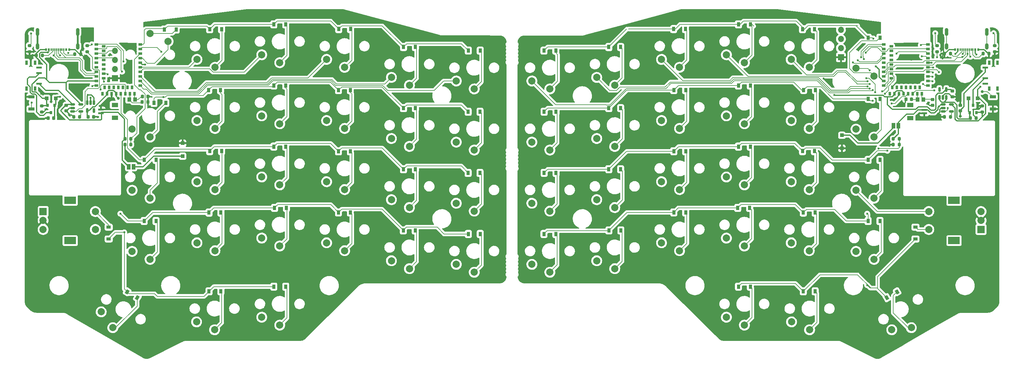
<source format=gbr>
%TF.GenerationSoftware,KiCad,Pcbnew,(5.99.0-8557-g8988e46ab1)*%
%TF.CreationDate,2021-02-23T18:20:13-07:00*%
%TF.ProjectId,SP56,53503536-2e6b-4696-9361-645f70636258,rev?*%
%TF.SameCoordinates,Original*%
%TF.FileFunction,Copper,L2,Bot*%
%TF.FilePolarity,Positive*%
%FSLAX46Y46*%
G04 Gerber Fmt 4.6, Leading zero omitted, Abs format (unit mm)*
G04 Created by KiCad (PCBNEW (5.99.0-8557-g8988e46ab1)) date 2021-02-23 18:20:13*
%MOMM*%
%LPD*%
G01*
G04 APERTURE LIST*
G04 Aperture macros list*
%AMRoundRect*
0 Rectangle with rounded corners*
0 $1 Rounding radius*
0 $2 $3 $4 $5 $6 $7 $8 $9 X,Y pos of 4 corners*
0 Add a 4 corners polygon primitive as box body*
4,1,4,$2,$3,$4,$5,$6,$7,$8,$9,$2,$3,0*
0 Add four circle primitives for the rounded corners*
1,1,$1+$1,$2,$3*
1,1,$1+$1,$4,$5*
1,1,$1+$1,$6,$7*
1,1,$1+$1,$8,$9*
0 Add four rect primitives between the rounded corners*
20,1,$1+$1,$2,$3,$4,$5,0*
20,1,$1+$1,$4,$5,$6,$7,0*
20,1,$1+$1,$6,$7,$8,$9,0*
20,1,$1+$1,$8,$9,$2,$3,0*%
%AMRotRect*
0 Rectangle, with rotation*
0 The origin of the aperture is its center*
0 $1 length*
0 $2 width*
0 $3 Rotation angle, in degrees counterclockwise*
0 Add horizontal line*
21,1,$1,$2,0,0,$3*%
G04 Aperture macros list end*
%TA.AperFunction,ComponentPad*%
%ADD10C,2.000000*%
%TD*%
%TA.AperFunction,ComponentPad*%
%ADD11R,1.700000X1.700000*%
%TD*%
%TA.AperFunction,ComponentPad*%
%ADD12O,1.700000X1.700000*%
%TD*%
%TA.AperFunction,ComponentPad*%
%ADD13R,1.000000X1.000000*%
%TD*%
%TA.AperFunction,ComponentPad*%
%ADD14R,2.000000X2.000000*%
%TD*%
%TA.AperFunction,ComponentPad*%
%ADD15R,3.200000X2.000000*%
%TD*%
%TA.AperFunction,SMDPad,CuDef*%
%ADD16R,0.900000X1.200000*%
%TD*%
%TA.AperFunction,SMDPad,CuDef*%
%ADD17R,1.200000X0.900000*%
%TD*%
%TA.AperFunction,SMDPad,CuDef*%
%ADD18R,0.800000X0.900000*%
%TD*%
%TA.AperFunction,SMDPad,CuDef*%
%ADD19RoundRect,0.200000X0.200000X0.275000X-0.200000X0.275000X-0.200000X-0.275000X0.200000X-0.275000X0*%
%TD*%
%TA.AperFunction,SMDPad,CuDef*%
%ADD20RoundRect,0.150000X-0.512500X-0.150000X0.512500X-0.150000X0.512500X0.150000X-0.512500X0.150000X0*%
%TD*%
%TA.AperFunction,SMDPad,CuDef*%
%ADD21R,1.000000X1.000000*%
%TD*%
%TA.AperFunction,SMDPad,CuDef*%
%ADD22RoundRect,0.200000X-0.275000X0.200000X-0.275000X-0.200000X0.275000X-0.200000X0.275000X0.200000X0*%
%TD*%
%TA.AperFunction,SMDPad,CuDef*%
%ADD23RoundRect,0.225000X-0.250000X0.225000X-0.250000X-0.225000X0.250000X-0.225000X0.250000X0.225000X0*%
%TD*%
%TA.AperFunction,SMDPad,CuDef*%
%ADD24RotRect,0.900000X1.200000X30.000000*%
%TD*%
%TA.AperFunction,SMDPad,CuDef*%
%ADD25RoundRect,0.200000X0.275000X-0.200000X0.275000X0.200000X-0.275000X0.200000X-0.275000X-0.200000X0*%
%TD*%
%TA.AperFunction,SMDPad,CuDef*%
%ADD26RoundRect,0.225000X0.250000X-0.225000X0.250000X0.225000X-0.250000X0.225000X-0.250000X-0.225000X0*%
%TD*%
%TA.AperFunction,SMDPad,CuDef*%
%ADD27RoundRect,0.225000X-0.225000X-0.250000X0.225000X-0.250000X0.225000X0.250000X-0.225000X0.250000X0*%
%TD*%
%TA.AperFunction,SMDPad,CuDef*%
%ADD28R,1.050000X1.200000*%
%TD*%
%TA.AperFunction,SMDPad,CuDef*%
%ADD29R,1.550000X0.600000*%
%TD*%
%TA.AperFunction,SMDPad,CuDef*%
%ADD30R,1.800000X1.200000*%
%TD*%
%TA.AperFunction,SMDPad,CuDef*%
%ADD31RoundRect,0.200000X-0.200000X-0.275000X0.200000X-0.275000X0.200000X0.275000X-0.200000X0.275000X0*%
%TD*%
%TA.AperFunction,SMDPad,CuDef*%
%ADD32RoundRect,0.225000X0.225000X0.250000X-0.225000X0.250000X-0.225000X-0.250000X0.225000X-0.250000X0*%
%TD*%
%TA.AperFunction,SMDPad,CuDef*%
%ADD33R,1.524000X0.600000*%
%TD*%
%TA.AperFunction,SMDPad,CuDef*%
%ADD34R,0.700000X1.200000*%
%TD*%
%TA.AperFunction,SMDPad,CuDef*%
%ADD35R,1.000000X0.650000*%
%TD*%
%TA.AperFunction,SMDPad,CuDef*%
%ADD36R,0.650000X1.000000*%
%TD*%
%TA.AperFunction,SMDPad,CuDef*%
%ADD37R,1.000000X1.500000*%
%TD*%
%TA.AperFunction,SMDPad,CuDef*%
%ADD38RoundRect,0.150000X0.150000X-0.512500X0.150000X0.512500X-0.150000X0.512500X-0.150000X-0.512500X0*%
%TD*%
%TA.AperFunction,SMDPad,CuDef*%
%ADD39R,1.700000X0.900000*%
%TD*%
%TA.AperFunction,SMDPad,CuDef*%
%ADD40RoundRect,0.150000X-0.150000X0.512500X-0.150000X-0.512500X0.150000X-0.512500X0.150000X0.512500X0*%
%TD*%
%TA.AperFunction,SMDPad,CuDef*%
%ADD41RotRect,0.900000X1.200000X330.000000*%
%TD*%
%TA.AperFunction,SMDPad,CuDef*%
%ADD42R,0.540000X0.800000*%
%TD*%
%TA.AperFunction,SMDPad,CuDef*%
%ADD43R,0.300000X0.800000*%
%TD*%
%TA.AperFunction,ComponentPad*%
%ADD44C,1.000000*%
%TD*%
%TA.AperFunction,ViaPad*%
%ADD45C,0.600000*%
%TD*%
%TA.AperFunction,ViaPad*%
%ADD46C,0.800000*%
%TD*%
%TA.AperFunction,Conductor*%
%ADD47C,0.250000*%
%TD*%
%TA.AperFunction,Conductor*%
%ADD48C,0.300000*%
%TD*%
%TA.AperFunction,Conductor*%
%ADD49C,0.200000*%
%TD*%
%TA.AperFunction,Conductor*%
%ADD50C,0.500000*%
%TD*%
G04 APERTURE END LIST*
D10*
%TO.P,SW1,2,2*%
%TO.N,Net-(D1-Pad2)*%
X324675000Y-19300000D03*
%TO.P,SW1,1,1*%
%TO.N,/SP56_Left/col5*%
X319675000Y-17100000D03*
%TD*%
%TO.P,SW113,2,2*%
%TO.N,Net-(D113-Pad2)*%
X123675000Y-53300000D03*
%TO.P,SW113,1,1*%
%TO.N,/SP56_Right/col5*%
X118675000Y-51100000D03*
%TD*%
%TO.P,SW2,2,2*%
%TO.N,Net-(D2-Pad2)*%
X306675000Y-16900000D03*
%TO.P,SW2,1,1*%
%TO.N,/SP56_Left/col4*%
X301675000Y-14700000D03*
%TD*%
%TO.P,SW21,2,2*%
%TO.N,Net-(D21-Pad2)*%
X288675000Y-66600000D03*
%TO.P,SW21,1,1*%
%TO.N,/SP56_Left/col3*%
X283675000Y-64400000D03*
%TD*%
%TO.P,SW9,2,2*%
%TO.N,Net-(D9-Pad2)*%
X288675000Y-32600000D03*
%TO.P,SW9,1,1*%
%TO.N,/SP56_Left/col3*%
X283675000Y-30400000D03*
%TD*%
%TO.P,SW11,2,2*%
%TO.N,Net-(D11-Pad2)*%
X252675000Y-38900000D03*
%TO.P,SW11,1,1*%
%TO.N,/SP56_Left/col1*%
X247675000Y-36700000D03*
%TD*%
%TO.P,SW119,2,2*%
%TO.N,Net-(D119-Pad2)*%
X123675000Y-70300000D03*
%TO.P,SW119,1,1*%
%TO.N,/SP56_Right/col5*%
X118675000Y-68100000D03*
%TD*%
%TO.P,SW106,2,2*%
%TO.N,Net-(D106-Pad2)*%
X213675000Y-22900000D03*
%TO.P,SW106,1,1*%
%TO.N,/SP56_Right/col0*%
X208675000Y-20700000D03*
%TD*%
%TO.P,SW28,2,2*%
%TO.N,Net-(D28-Pad2)*%
X288675000Y-88600000D03*
%TO.P,SW28,1,1*%
%TO.N,/SP56_Left/col2*%
X283675000Y-86400000D03*
%TD*%
%TO.P,SW127,2,2*%
%TO.N,Net-(D127-Pad2)*%
X141575000Y-89900000D03*
%TO.P,SW127,1,1*%
%TO.N,/SP56_Right/col3*%
X136575000Y-87700000D03*
%TD*%
%TO.P,SW123,2,2*%
%TO.N,Net-(D123-Pad2)*%
X195675000Y-72900000D03*
%TO.P,SW123,1,1*%
%TO.N,/SP56_Right/col1*%
X190675000Y-70700000D03*
%TD*%
%TO.P,SW115,2,2*%
%TO.N,Net-(D115-Pad2)*%
X159675000Y-49600000D03*
%TO.P,SW115,1,1*%
%TO.N,/SP56_Right/col3*%
X154675000Y-47400000D03*
%TD*%
%TO.P,SW18,2,2*%
%TO.N,Net-(D18-Pad2)*%
X234675000Y-56900000D03*
%TO.P,SW18,1,1*%
%TO.N,/SP56_Left/col0*%
X229675000Y-54700000D03*
%TD*%
%TO.P,SW27,2,2*%
%TO.N,Net-(D27-Pad2)*%
X306775000Y-89900000D03*
%TO.P,SW27,1,1*%
%TO.N,/SP56_Left/col3*%
X301775000Y-87700000D03*
%TD*%
%TO.P,SW19,2,2*%
%TO.N,Net-(D19-Pad2)*%
X324675000Y-70300000D03*
%TO.P,SW19,1,1*%
%TO.N,/SP56_Left/col5*%
X319675000Y-68100000D03*
%TD*%
%TO.P,SW17,2,2*%
%TO.N,Net-(D17-Pad2)*%
X252675000Y-55900000D03*
%TO.P,SW17,1,1*%
%TO.N,/SP56_Left/col1*%
X247675000Y-53700000D03*
%TD*%
%TO.P,SW7,2,2*%
%TO.N,Net-(D7-Pad2)*%
X324675000Y-36300000D03*
%TO.P,SW7,1,1*%
%TO.N,/SP56_Left/col5*%
X319675000Y-34100000D03*
%TD*%
%TO.P,SW103,2,2*%
%TO.N,Net-(D103-Pad2)*%
X159675000Y-15600000D03*
%TO.P,SW103,1,1*%
%TO.N,/SP56_Right/col3*%
X154675000Y-13400000D03*
%TD*%
%TO.P,SW15,2,2*%
%TO.N,Net-(D15-Pad2)*%
X288675000Y-49600000D03*
%TO.P,SW15,1,1*%
%TO.N,/SP56_Left/col3*%
X283675000Y-47400000D03*
%TD*%
%TO.P,SW104,2,2*%
%TO.N,Net-(D104-Pad2)*%
X177675000Y-16900000D03*
%TO.P,SW104,1,1*%
%TO.N,/SP56_Right/col2*%
X172675000Y-14700000D03*
%TD*%
%TO.P,SW20,2,2*%
%TO.N,Net-(D20-Pad2)*%
X306675000Y-67900000D03*
%TO.P,SW20,1,1*%
%TO.N,/SP56_Left/col4*%
X301675000Y-65700000D03*
%TD*%
%TO.P,SW22,2,2*%
%TO.N,Net-(D22-Pad2)*%
X270675000Y-67900000D03*
%TO.P,SW22,1,1*%
%TO.N,/SP56_Left/col2*%
X265675000Y-65700000D03*
%TD*%
%TO.P,SW16,2,2*%
%TO.N,Net-(D16-Pad2)*%
X270675000Y-50900000D03*
%TO.P,SW16,1,1*%
%TO.N,/SP56_Left/col2*%
X265675000Y-48700000D03*
%TD*%
%TO.P,SW118,2,2*%
%TO.N,Net-(D118-Pad2)*%
X213675000Y-56900000D03*
%TO.P,SW118,1,1*%
%TO.N,/SP56_Right/col0*%
X208675000Y-54700000D03*
%TD*%
%TO.P,SW10,2,2*%
%TO.N,Net-(D10-Pad2)*%
X270675000Y-33900000D03*
%TO.P,SW10,1,1*%
%TO.N,/SP56_Left/col2*%
X265675000Y-31700000D03*
%TD*%
%TO.P,SW101,2,2*%
%TO.N,Net-(D101-Pad2)*%
X123675000Y-7500000D03*
%TO.P,SW101,1,1*%
%TO.N,/SP56_Right/col5*%
X128675000Y-9700000D03*
%TD*%
%TO.P,SW23,2,2*%
%TO.N,Net-(D23-Pad2)*%
X252675000Y-72900000D03*
%TO.P,SW23,1,1*%
%TO.N,/SP56_Left/col1*%
X247675000Y-70700000D03*
%TD*%
%TO.P,SW5,2,2*%
%TO.N,Net-(D5-Pad2)*%
X252675000Y-21900000D03*
%TO.P,SW5,1,1*%
%TO.N,/SP56_Left/col1*%
X247675000Y-19700000D03*
%TD*%
%TO.P,SW110,2,2*%
%TO.N,Net-(D110-Pad2)*%
X177675000Y-33900000D03*
%TO.P,SW110,1,1*%
%TO.N,/SP56_Right/col2*%
X172675000Y-31700000D03*
%TD*%
%TO.P,SW8,2,2*%
%TO.N,Net-(D8-Pad2)*%
X306675000Y-33900000D03*
%TO.P,SW8,1,1*%
%TO.N,/SP56_Left/col4*%
X301675000Y-31700000D03*
%TD*%
%TO.P,SW114,2,2*%
%TO.N,Net-(D114-Pad2)*%
X141675000Y-50900000D03*
%TO.P,SW114,1,1*%
%TO.N,/SP56_Right/col4*%
X136675000Y-48700000D03*
%TD*%
%TO.P,SW4,2,2*%
%TO.N,Net-(D4-Pad2)*%
X270675000Y-16900000D03*
%TO.P,SW4,1,1*%
%TO.N,/SP56_Left/col2*%
X265675000Y-14700000D03*
%TD*%
%TO.P,SW13,2,2*%
%TO.N,Net-(D13-Pad2)*%
X324675000Y-53300000D03*
%TO.P,SW13,1,1*%
%TO.N,/SP56_Left/col5*%
X319675000Y-51100000D03*
%TD*%
%TO.P,SW124,2,2*%
%TO.N,Net-(D124-Pad2)*%
X213675000Y-73900000D03*
%TO.P,SW124,1,1*%
%TO.N,/SP56_Right/col0*%
X208675000Y-71700000D03*
%TD*%
%TO.P,SW108,2,2*%
%TO.N,Net-(D108-Pad2)*%
X141675000Y-33900000D03*
%TO.P,SW108,1,1*%
%TO.N,/SP56_Right/col4*%
X136675000Y-31700000D03*
%TD*%
%TO.P,SW128,2,2*%
%TO.N,Net-(D128-Pad2)*%
X159675000Y-88600000D03*
%TO.P,SW128,1,1*%
%TO.N,/SP56_Right/col2*%
X154675000Y-86400000D03*
%TD*%
%TO.P,SW111,2,2*%
%TO.N,Net-(D111-Pad2)*%
X195675000Y-38900000D03*
%TO.P,SW111,1,1*%
%TO.N,/SP56_Right/col1*%
X190675000Y-36700000D03*
%TD*%
%TO.P,SW122,2,2*%
%TO.N,Net-(D122-Pad2)*%
X177675000Y-67900000D03*
%TO.P,SW122,1,1*%
%TO.N,/SP56_Right/col2*%
X172675000Y-65700000D03*
%TD*%
%TO.P,SW112,2,2*%
%TO.N,Net-(D112-Pad2)*%
X213675000Y-39900000D03*
%TO.P,SW112,1,1*%
%TO.N,/SP56_Right/col0*%
X208675000Y-37700000D03*
%TD*%
%TO.P,SW24,2,2*%
%TO.N,Net-(D24-Pad2)*%
X234675000Y-73900000D03*
%TO.P,SW24,1,1*%
%TO.N,/SP56_Left/col0*%
X229675000Y-71700000D03*
%TD*%
%TO.P,SW12,2,2*%
%TO.N,Net-(D12-Pad2)*%
X234675000Y-39900000D03*
%TO.P,SW12,1,1*%
%TO.N,/SP56_Left/col0*%
X229675000Y-37700000D03*
%TD*%
%TO.P,SW120,2,2*%
%TO.N,Net-(D120-Pad2)*%
X141675000Y-67900000D03*
%TO.P,SW120,1,1*%
%TO.N,/SP56_Right/col4*%
X136675000Y-65700000D03*
%TD*%
%TO.P,SW109,2,2*%
%TO.N,Net-(D109-Pad2)*%
X159675000Y-32600000D03*
%TO.P,SW109,1,1*%
%TO.N,/SP56_Right/col3*%
X154675000Y-30400000D03*
%TD*%
%TO.P,SW105,2,2*%
%TO.N,Net-(D105-Pad2)*%
X195675000Y-21900000D03*
%TO.P,SW105,1,1*%
%TO.N,/SP56_Right/col1*%
X190675000Y-19700000D03*
%TD*%
%TO.P,SW107,2,2*%
%TO.N,Net-(D107-Pad2)*%
X123675000Y-36300000D03*
%TO.P,SW107,1,1*%
%TO.N,/SP56_Right/col5*%
X118675000Y-34100000D03*
%TD*%
%TO.P,SW3,2,2*%
%TO.N,Net-(D3-Pad2)*%
X288675000Y-15600000D03*
%TO.P,SW3,1,1*%
%TO.N,/SP56_Left/col3*%
X283675000Y-13400000D03*
%TD*%
%TO.P,SW6,2,2*%
%TO.N,Net-(D6-Pad2)*%
X234675000Y-22900000D03*
%TO.P,SW6,1,1*%
%TO.N,/SP56_Left/col0*%
X229675000Y-20700000D03*
%TD*%
%TO.P,SW14,2,2*%
%TO.N,Net-(D14-Pad2)*%
X306675000Y-50900000D03*
%TO.P,SW14,1,1*%
%TO.N,/SP56_Left/col4*%
X301675000Y-48700000D03*
%TD*%
%TO.P,SW117,2,2*%
%TO.N,Net-(D117-Pad2)*%
X195675000Y-55900000D03*
%TO.P,SW117,1,1*%
%TO.N,/SP56_Right/col1*%
X190675000Y-53700000D03*
%TD*%
%TO.P,SW102,2,2*%
%TO.N,Net-(D102-Pad2)*%
X141675000Y-16900000D03*
%TO.P,SW102,1,1*%
%TO.N,/SP56_Right/col4*%
X136675000Y-14700000D03*
%TD*%
%TO.P,SW116,2,2*%
%TO.N,Net-(D116-Pad2)*%
X177675000Y-50900000D03*
%TO.P,SW116,1,1*%
%TO.N,/SP56_Right/col2*%
X172675000Y-48700000D03*
%TD*%
%TO.P,SW121,2,2*%
%TO.N,Net-(D121-Pad2)*%
X159675000Y-66600000D03*
%TO.P,SW121,1,1*%
%TO.N,/SP56_Right/col3*%
X154675000Y-64400000D03*
%TD*%
%TO.P,SW126,1,1*%
%TO.N,/SP56_Right/col4*%
X110094873Y-84904294D03*
%TO.P,SW126,2,2*%
%TO.N,Net-(D126-Pad2)*%
X113325000Y-89309550D03*
%TD*%
D11*
%TO.P,SWD/C1,1,Pin_1*%
%TO.N,GND*%
X315475000Y-14100000D03*
D12*
%TO.P,SWD/C1,2,Pin_2*%
%TO.N,/SP56_Left/VDD_H*%
X315475000Y-11560000D03*
%TO.P,SWD/C1,3,Pin_3*%
%TO.N,/SP56_Left/SWD*%
X315475000Y-9020000D03*
%TO.P,SWD/C1,4,Pin_4*%
%TO.N,/SP56_Left/SWC*%
X315475000Y-6480000D03*
%TD*%
D13*
%TO.P,J3,1,Pin_1*%
%TO.N,Net-(BattJumper1-Pad2)*%
X315750000Y-35800000D03*
%TD*%
%TO.P,J2,1,Pin_1*%
%TO.N,GND*%
X315750000Y-39400000D03*
%TD*%
D10*
%TO.P,SW26,1,1*%
%TO.N,/SP56_Left/col4*%
X329594873Y-89904294D03*
%TO.P,SW26,2,2*%
%TO.N,Net-(D26-Pad2)*%
X335025000Y-89309550D03*
%TD*%
D13*
%TO.P,J104,1,Pin_1*%
%TO.N,Net-(BattJumper101-Pad2)*%
X132700000Y-41600000D03*
%TD*%
D14*
%TO.P,SW125,A,A*%
%TO.N,/SP56_Right/ENCA*%
X93975000Y-57000000D03*
D10*
%TO.P,SW125,B,B*%
%TO.N,/SP56_Right/ENCB*%
X93975000Y-62000000D03*
%TO.P,SW125,C,C*%
%TO.N,GND*%
X93975000Y-59500000D03*
D15*
%TO.P,SW125,MP*%
%TO.N,N/C*%
X101475000Y-53900000D03*
X101475000Y-65100000D03*
D10*
%TO.P,SW125,S1,S1*%
%TO.N,/SP56_Right/col5*%
X108475000Y-62000000D03*
%TO.P,SW125,S2,S2*%
%TO.N,Net-(D125-Pad2)*%
X108475000Y-57000000D03*
%TD*%
D14*
%TO.P,SW25,A,A*%
%TO.N,/SP56_Left/ENCA*%
X354375000Y-62000000D03*
D10*
%TO.P,SW25,B,B*%
%TO.N,/SP56_Left/ENCB*%
X354375000Y-57000000D03*
%TO.P,SW25,C,C*%
%TO.N,GND*%
X354375000Y-59500000D03*
D15*
%TO.P,SW25,MP*%
%TO.N,N/C*%
X346875000Y-65100000D03*
X346875000Y-53900000D03*
D10*
%TO.P,SW25,S1,S1*%
%TO.N,/SP56_Left/col5*%
X339875000Y-57000000D03*
%TO.P,SW25,S2,S2*%
%TO.N,Net-(SW25-PadS2)*%
X339875000Y-62000000D03*
%TD*%
D16*
%TO.P,D103,1,K*%
%TO.N,/SP56_Right/row0*%
X158025000Y-4950000D03*
%TO.P,D103,2,A*%
%TO.N,Net-(D103-Pad2)*%
X161325000Y-4950000D03*
%TD*%
D17*
%TO.P,D125,1,K*%
%TO.N,/SP56_Right/row4*%
X112175000Y-64649999D03*
%TO.P,D125,2,A*%
%TO.N,Net-(D125-Pad2)*%
X112175000Y-61349999D03*
%TD*%
D18*
%TO.P,Q1,1,G*%
%TO.N,/SP56_Left/VBUS*%
X353125000Y-29500000D03*
%TO.P,Q1,2,S*%
%TO.N,/SP56_Left/VREG_IN*%
X351225000Y-29500000D03*
%TO.P,Q1,3,D*%
%TO.N,/SP56_Left/BATT_SWITCHED*%
X352175000Y-27500000D03*
%TD*%
D19*
%TO.P,R105,1*%
%TO.N,/SP56_Right/BATTERY_MEASURE*%
X118325000Y-38400000D03*
%TO.P,R105,2*%
%TO.N,GND*%
X116675000Y-38400000D03*
%TD*%
D20*
%TO.P,U101,1,CHRG*%
%TO.N,Net-(R106-Pad2)*%
X102162500Y-29150000D03*
%TO.P,U101,2,GND*%
%TO.N,GND*%
X102162500Y-28200000D03*
%TO.P,U101,3,BAT*%
%TO.N,/SP56_Right/VBAT*%
X102162500Y-27250000D03*
%TO.P,U101,4,VIN*%
%TO.N,/SP56_Right/VBUS*%
X104437500Y-27250000D03*
%TO.P,U101,5,PROG*%
%TO.N,Net-(R102-Pad1)*%
X104437500Y-29150000D03*
%TD*%
D21*
%TO.P,D33,1,K*%
%TO.N,/SP56_Left/VREG_IN*%
X350900000Y-25500000D03*
%TO.P,D33,2,A*%
%TO.N,/SP56_Left/VBUS*%
X353400000Y-25500000D03*
%TD*%
D22*
%TO.P,R101,1*%
%TO.N,Net-(D131-Pad1)*%
X90175000Y-10875000D03*
%TO.P,R101,2*%
%TO.N,GND*%
X90175000Y-12525000D03*
%TD*%
D16*
%TO.P,D101,1,K*%
%TO.N,/SP56_Right/row0*%
X127635955Y-6362500D03*
%TO.P,D101,2,A*%
%TO.N,Net-(D101-Pad2)*%
X130935955Y-6362500D03*
%TD*%
%TO.P,D120,1,K*%
%TO.N,/SP56_Right/row3*%
X140025000Y-57300000D03*
%TO.P,D120,2,A*%
%TO.N,Net-(D120-Pad2)*%
X143325000Y-57300000D03*
%TD*%
%TO.P,D109,1,K*%
%TO.N,/SP56_Right/row1*%
X158025000Y-21950000D03*
%TO.P,D109,2,A*%
%TO.N,Net-(D109-Pad2)*%
X161325000Y-21950000D03*
%TD*%
D23*
%TO.P,C101,1*%
%TO.N,/SP56_Right/VBAT*%
X100400000Y-27425000D03*
%TO.P,C101,2*%
%TO.N,GND*%
X100400000Y-28975000D03*
%TD*%
D24*
%TO.P,D26,1,K*%
%TO.N,/SP56_Left/row4*%
X328218301Y-80975000D03*
%TO.P,D26,2,A*%
%TO.N,Net-(D26-Pad2)*%
X331076185Y-79325000D03*
%TD*%
D16*
%TO.P,D112,1,K*%
%TO.N,/SP56_Right/row1*%
X211975000Y-29250000D03*
%TO.P,D112,2,A*%
%TO.N,Net-(D112-Pad2)*%
X215275000Y-29250000D03*
%TD*%
%TO.P,D127,1,K*%
%TO.N,/SP56_Right/row4*%
X140025000Y-79200000D03*
%TO.P,D127,2,A*%
%TO.N,Net-(D127-Pad2)*%
X143325000Y-79200000D03*
%TD*%
D22*
%TO.P,R103,1*%
%TO.N,/SP56_Right/VBUS*%
X93600000Y-27675000D03*
%TO.P,R103,2*%
%TO.N,GND*%
X93600000Y-29325000D03*
%TD*%
D16*
%TO.P,D116,1,K*%
%TO.N,/SP56_Right/row2*%
X175975000Y-40250000D03*
%TO.P,D116,2,A*%
%TO.N,Net-(D116-Pad2)*%
X179275000Y-40250000D03*
%TD*%
%TO.P,D118,1,K*%
%TO.N,/SP56_Right/row2*%
X211975000Y-46250000D03*
%TO.P,D118,2,A*%
%TO.N,Net-(D118-Pad2)*%
X215275000Y-46250000D03*
%TD*%
D25*
%TO.P,R9,1*%
%TO.N,/SP56_Left/VBUS*%
X354750000Y-29325000D03*
%TO.P,R9,2*%
%TO.N,GND*%
X354750000Y-27675000D03*
%TD*%
D16*
%TO.P,D14,1,K*%
%TO.N,/SP56_Left/row2*%
X304825000Y-40200000D03*
%TO.P,D14,2,A*%
%TO.N,Net-(D14-Pad2)*%
X308125000Y-40200000D03*
%TD*%
%TO.P,D111,1,K*%
%TO.N,/SP56_Right/row1*%
X194025000Y-28250000D03*
%TO.P,D111,2,A*%
%TO.N,Net-(D111-Pad2)*%
X197325000Y-28250000D03*
%TD*%
%TO.P,D105,1,K*%
%TO.N,/SP56_Right/row0*%
X194025000Y-11250000D03*
%TO.P,D105,2,A*%
%TO.N,Net-(D105-Pad2)*%
X197325000Y-11250000D03*
%TD*%
%TO.P,D110,1,K*%
%TO.N,/SP56_Right/row1*%
X175975000Y-23250000D03*
%TO.P,D110,2,A*%
%TO.N,Net-(D110-Pad2)*%
X179275000Y-23250000D03*
%TD*%
%TO.P,D117,1,K*%
%TO.N,/SP56_Right/row2*%
X194025000Y-45250000D03*
%TO.P,D117,2,A*%
%TO.N,Net-(D117-Pad2)*%
X197325000Y-45250000D03*
%TD*%
D26*
%TO.P,C3,1*%
%TO.N,/SP56_Left/VBAT*%
X348575000Y-28975000D03*
%TO.P,C3,2*%
%TO.N,GND*%
X348575000Y-27425000D03*
%TD*%
D16*
%TO.P,D121,1,K*%
%TO.N,/SP56_Right/row3*%
X158225000Y-56000000D03*
%TO.P,D121,2,A*%
%TO.N,Net-(D121-Pad2)*%
X161525000Y-56000000D03*
%TD*%
%TO.P,D11,1,K*%
%TO.N,/SP56_Left/row1*%
X251025000Y-28250000D03*
%TO.P,D11,2,A*%
%TO.N,Net-(D11-Pad2)*%
X254325000Y-28250000D03*
%TD*%
D27*
%TO.P,C4,1*%
%TO.N,/SP56_Left/VREG_IN*%
X351437500Y-31000000D03*
%TO.P,C4,2*%
%TO.N,GND*%
X352987500Y-31000000D03*
%TD*%
D19*
%TO.P,R2,1*%
%TO.N,Net-(R2-Pad1)*%
X345875000Y-30700000D03*
%TO.P,R2,2*%
%TO.N,GND*%
X344225000Y-30700000D03*
%TD*%
D16*
%TO.P,D19,1,K*%
%TO.N,/SP56_Left/row3*%
X323025000Y-59650000D03*
%TO.P,D19,2,A*%
%TO.N,Net-(D19-Pad2)*%
X326325000Y-59650000D03*
%TD*%
D28*
%TO.P,Y101,1,1*%
%TO.N,Net-(C103-Pad2)*%
X117860955Y-25862500D03*
%TO.P,Y101,2,2*%
%TO.N,Net-(C104-Pad2)*%
X119510955Y-25862500D03*
%TD*%
D16*
%TO.P,D27,1,K*%
%TO.N,/SP56_Left/row4*%
X305025000Y-79200000D03*
%TO.P,D27,2,A*%
%TO.N,Net-(D27-Pad2)*%
X308325000Y-79200000D03*
%TD*%
D19*
%TO.P,R102,1*%
%TO.N,Net-(R102-Pad1)*%
X104125000Y-30700000D03*
%TO.P,R102,2*%
%TO.N,GND*%
X102475000Y-30700000D03*
%TD*%
D22*
%TO.P,R6,1*%
%TO.N,Net-(D32-Pad1)*%
X358175000Y-10875000D03*
%TO.P,R6,2*%
%TO.N,GND*%
X358175000Y-12525000D03*
%TD*%
D16*
%TO.P,D16,1,K*%
%TO.N,/SP56_Left/row2*%
X269075000Y-40250000D03*
%TO.P,D16,2,A*%
%TO.N,Net-(D16-Pad2)*%
X272375000Y-40250000D03*
%TD*%
%TO.P,D6,1,K*%
%TO.N,/SP56_Left/row0*%
X233025000Y-12250000D03*
%TO.P,D6,2,A*%
%TO.N,Net-(D6-Pad2)*%
X236325000Y-12250000D03*
%TD*%
D28*
%TO.P,Y1,1,1*%
%TO.N,Net-(C1-Pad2)*%
X336750000Y-25900000D03*
%TO.P,Y1,2,2*%
%TO.N,Net-(C2-Pad2)*%
X338400000Y-25900000D03*
%TD*%
D16*
%TO.P,D122,1,K*%
%TO.N,/SP56_Right/row3*%
X175975000Y-57250000D03*
%TO.P,D122,2,A*%
%TO.N,Net-(D122-Pad2)*%
X179275000Y-57250000D03*
%TD*%
%TO.P,D21,1,K*%
%TO.N,/SP56_Left/row3*%
X286825000Y-56000000D03*
%TO.P,D21,2,A*%
%TO.N,Net-(D21-Pad2)*%
X290125000Y-56000000D03*
%TD*%
%TO.P,D22,1,K*%
%TO.N,/SP56_Left/row3*%
X269075000Y-57250000D03*
%TO.P,D22,2,A*%
%TO.N,Net-(D22-Pad2)*%
X272375000Y-57250000D03*
%TD*%
D27*
%TO.P,C105,1*%
%TO.N,/SP56_Right/VDD_H*%
X106425000Y-30700000D03*
%TO.P,C105,2*%
%TO.N,GND*%
X107975000Y-30700000D03*
%TD*%
D16*
%TO.P,D17,1,K*%
%TO.N,/SP56_Left/row2*%
X251025000Y-45250000D03*
%TO.P,D17,2,A*%
%TO.N,Net-(D17-Pad2)*%
X254325000Y-45250000D03*
%TD*%
D26*
%TO.P,C2,1*%
%TO.N,GND*%
X340950000Y-27437500D03*
%TO.P,C2,2*%
%TO.N,Net-(C2-Pad2)*%
X340950000Y-25887500D03*
%TD*%
D29*
%TO.P,J106,1,1*%
%TO.N,GND*%
X110000000Y-28650000D03*
%TO.P,J106,2,2*%
%TO.N,/SP56_Right/VBAT*%
X110000000Y-29650000D03*
D30*
%TO.P,J106,3*%
%TO.N,N/C*%
X113875000Y-27350000D03*
%TO.P,J106,4*%
X113875000Y-30950000D03*
%TD*%
D16*
%TO.P,D2,1,K*%
%TO.N,/SP56_Left/row0*%
X304825000Y-6300000D03*
%TO.P,D2,2,A*%
%TO.N,Net-(D2-Pad2)*%
X308125000Y-6300000D03*
%TD*%
%TO.P,D7,1,K*%
%TO.N,/SP56_Left/row1*%
X323075000Y-25650000D03*
%TO.P,D7,2,A*%
%TO.N,Net-(D7-Pad2)*%
X326375000Y-25650000D03*
%TD*%
D31*
%TO.P,R108,1*%
%TO.N,Net-(J101-PadB5)*%
X102775000Y-13250000D03*
%TO.P,R108,2*%
%TO.N,GND*%
X104425000Y-13250000D03*
%TD*%
D16*
%TO.P,D113,1,K*%
%TO.N,/SP56_Right/row2*%
X122025000Y-42650000D03*
%TO.P,D113,2,A*%
%TO.N,Net-(D113-Pad2)*%
X125325000Y-42650000D03*
%TD*%
D32*
%TO.P,C103,1*%
%TO.N,GND*%
X123035955Y-26562500D03*
%TO.P,C103,2*%
%TO.N,Net-(C103-Pad2)*%
X121485955Y-26562500D03*
%TD*%
D22*
%TO.P,R106,1*%
%TO.N,Net-(D132-Pad1)*%
X106200000Y-10875000D03*
%TO.P,R106,2*%
%TO.N,Net-(R106-Pad2)*%
X106200000Y-12525000D03*
%TD*%
D31*
%TO.P,R4,1*%
%TO.N,/SP56_Left/VBAT*%
X330025000Y-36800000D03*
%TO.P,R4,2*%
%TO.N,/SP56_Left/BATTERY_MEASURE*%
X331675000Y-36800000D03*
%TD*%
D16*
%TO.P,D10,1,K*%
%TO.N,/SP56_Left/row1*%
X269075000Y-23250000D03*
%TO.P,D10,2,A*%
%TO.N,Net-(D10-Pad2)*%
X272375000Y-23250000D03*
%TD*%
%TO.P,D123,1,K*%
%TO.N,/SP56_Right/row3*%
X193975000Y-62250000D03*
%TO.P,D123,2,A*%
%TO.N,Net-(D123-Pad2)*%
X197275000Y-62250000D03*
%TD*%
%TO.P,D12,1,K*%
%TO.N,/SP56_Left/row1*%
X233075000Y-29250000D03*
%TO.P,D12,2,A*%
%TO.N,Net-(D12-Pad2)*%
X236375000Y-29250000D03*
%TD*%
D29*
%TO.P,J9,1,1*%
%TO.N,GND*%
X338625000Y-29700000D03*
%TO.P,J9,2,2*%
%TO.N,/SP56_Left/VBAT*%
X338625000Y-28700000D03*
D30*
%TO.P,J9,3*%
%TO.N,N/C*%
X334750000Y-31000000D03*
%TO.P,J9,4*%
X334750000Y-27400000D03*
%TD*%
D33*
%TO.P,BATT101,1,A*%
%TO.N,/SP56_Right/VBAT*%
X92800000Y-21450000D03*
%TO.P,BATT101,2,B*%
%TO.N,/SP56_Right/BATT_SWITCHED*%
X92800000Y-18450000D03*
%TO.P,BATT101,3,C*%
%TO.N,unconnected-(BATT101-Pad3)*%
X92800000Y-16950000D03*
D34*
%TO.P,BATT101,4*%
%TO.N,N/C*%
X89400000Y-22800000D03*
X89400000Y-15600000D03*
X91700000Y-15600000D03*
X91700000Y-22800000D03*
%TD*%
D35*
%TO.P,U102,1,P1.11*%
%TO.N,/SP56_Right/row0*%
X120954955Y-10570000D03*
%TO.P,U102,2,P1.10*%
%TO.N,/SP56_Right/row1*%
X120954955Y-11840000D03*
%TO.P,U102,3,P0.03/AIN1*%
%TO.N,/SP56_Right/BATTERY_MEASURE*%
X120954955Y-13110000D03*
%TO.P,U102,4,P0.28/AIN4*%
%TO.N,/SP56_Right/col5*%
X120954955Y-14380000D03*
%TO.P,U102,5,GND*%
%TO.N,GND*%
X120954955Y-15650000D03*
%TO.P,U102,6,P1.13*%
%TO.N,/SP56_Right/col4*%
X120954955Y-16920000D03*
%TO.P,U102,7,P0.02/AIN0*%
%TO.N,/SP56_Right/col3*%
X120954955Y-18190000D03*
%TO.P,U102,8,P0.29/AIN5*%
%TO.N,/SP56_Right/col2*%
X120954955Y-19460000D03*
%TO.P,U102,9,P0.31/AIN7*%
%TO.N,/SP56_Right/col1*%
X120954955Y-20730000D03*
%TO.P,U102,10,P0.30/AIN6*%
%TO.N,/SP56_Right/col0*%
X120954955Y-22000000D03*
D36*
%TO.P,U102,11,P0.00/XL1*%
%TO.N,Net-(C104-Pad2)*%
X119305955Y-24219000D03*
%TO.P,U102,12,P0.26*%
%TO.N,unconnected-(U102-Pad12)*%
X118668955Y-22508000D03*
%TO.P,U102,13,P0.01/XL2*%
%TO.N,Net-(C103-Pad2)*%
X118035955Y-24219000D03*
%TO.P,U102,14,P0.06*%
%TO.N,unconnected-(U102-Pad14)*%
X117398955Y-22508000D03*
%TO.P,U102,15,P0.05/AIN3*%
%TO.N,/SP56_Right/P0.05*%
X116765955Y-24219000D03*
%TO.P,U102,16,P0.08*%
%TO.N,unconnected-(U102-Pad16)*%
X116128955Y-22508000D03*
%TO.P,U102,17,P1.09*%
%TO.N,/SP56_Right/row2*%
X115495955Y-24219000D03*
%TO.P,U102,18,P0.04/AIN2*%
%TO.N,unconnected-(U102-Pad18)*%
X114858955Y-22508000D03*
%TO.P,U102,19,VDD*%
%TO.N,/SP56_Right/VDD_H*%
X114225955Y-24219000D03*
%TO.P,U102,20,P0.12*%
%TO.N,unconnected-(U102-Pad20)*%
X113588955Y-22508000D03*
%TO.P,U102,21,GND*%
%TO.N,GND*%
X112955955Y-24219000D03*
%TO.P,U102,22,P0.07*%
%TO.N,unconnected-(U102-Pad22)*%
X112318955Y-22508000D03*
%TO.P,U102,23,VDDH*%
%TO.N,/SP56_Right/VDD_H*%
X111685955Y-24219000D03*
%TO.P,U102,24,GND*%
%TO.N,GND*%
X111048955Y-22508000D03*
%TO.P,U102,25,DCCH*%
%TO.N,/SP56_Right/DCCH*%
X110415955Y-24219000D03*
D35*
%TO.P,U102,26,P0.18/RESET*%
%TO.N,/SP56_Right/RESET*%
X108716955Y-22000000D03*
%TO.P,U102,27,VBUS*%
%TO.N,/SP56_Right/VBUS*%
X108716955Y-20730000D03*
%TO.P,U102,28,P0.15*%
%TO.N,/SP56_Right/ENCA*%
X110794955Y-19968000D03*
%TO.P,U102,29,D-*%
%TO.N,/SP56_Right/D-*%
X108716955Y-19460000D03*
%TO.P,U102,30,P0.17*%
%TO.N,/SP56_Right/ENCB*%
X110794955Y-18698000D03*
%TO.P,U102,31,D+*%
%TO.N,/SP56_Right/D+*%
X108716955Y-18190000D03*
%TO.P,U102,32,P0.20*%
%TO.N,unconnected-(U102-Pad32)*%
X110794955Y-17428000D03*
%TO.P,U102,33,P0.13*%
%TO.N,unconnected-(U102-Pad33)*%
X108716955Y-16920000D03*
%TO.P,U102,34,P0.22*%
%TO.N,unconnected-(U102-Pad34)*%
X110794955Y-16158000D03*
%TO.P,U102,35,P0.24*%
%TO.N,unconnected-(U102-Pad35)*%
X108716955Y-15650000D03*
%TO.P,U102,36,P1.00*%
%TO.N,unconnected-(U102-Pad36)*%
X110794955Y-14888000D03*
%TO.P,U102,37,SWDIO*%
%TO.N,/SP56_Right/SWD*%
X108716955Y-14380000D03*
%TO.P,U102,38,P1.02*%
%TO.N,unconnected-(U102-Pad38)*%
X110794955Y-13618000D03*
%TO.P,U102,39,SWDCLK*%
%TO.N,/SP56_Right/SWC*%
X108716955Y-13110000D03*
%TO.P,U102,40,P1.04*%
%TO.N,unconnected-(U102-Pad40)*%
X110794955Y-12348000D03*
%TO.P,U102,41,P0.09/NFC1*%
%TO.N,/SP56_Right/row3*%
X108716955Y-11840000D03*
%TO.P,U102,42,P1.06*%
%TO.N,unconnected-(U102-Pad42)*%
X110794955Y-11078000D03*
%TO.P,U102,43,P0.10/NFC2*%
%TO.N,/SP56_Right/row4*%
X108716955Y-10570000D03*
%TD*%
D11*
%TO.P,SWD/C101,1,Pin_1*%
%TO.N,GND*%
X113900000Y-19900000D03*
D12*
%TO.P,SWD/C101,2,Pin_2*%
%TO.N,/SP56_Right/VDD_H*%
X113900000Y-17360000D03*
%TO.P,SWD/C101,3,Pin_3*%
%TO.N,/SP56_Right/SWD*%
X113900000Y-14820000D03*
%TO.P,SWD/C101,4,Pin_4*%
%TO.N,/SP56_Right/SWC*%
X113900000Y-12280000D03*
%TD*%
D16*
%TO.P,D114,1,K*%
%TO.N,/SP56_Right/row2*%
X140225000Y-40200000D03*
%TO.P,D114,2,A*%
%TO.N,Net-(D114-Pad2)*%
X143525000Y-40200000D03*
%TD*%
%TO.P,D28,1,K*%
%TO.N,/SP56_Left/row4*%
X287025000Y-77900000D03*
%TO.P,D28,2,A*%
%TO.N,Net-(D28-Pad2)*%
X290325000Y-77900000D03*
%TD*%
%TO.P,D20,1,K*%
%TO.N,/SP56_Left/row3*%
X305025000Y-57300000D03*
%TO.P,D20,2,A*%
%TO.N,Net-(D20-Pad2)*%
X308325000Y-57300000D03*
%TD*%
D37*
%TO.P,BattJumper1,1,A*%
%TO.N,/SP56_Left/VBAT*%
X331400000Y-33100000D03*
%TO.P,BattJumper1,2,B*%
%TO.N,Net-(BattJumper1-Pad2)*%
X330100000Y-33100000D03*
%TD*%
D38*
%TO.P,U3,1,VIN*%
%TO.N,/SP56_Left/VREG_IN*%
X344725000Y-25300000D03*
%TO.P,U3,2,GND*%
%TO.N,GND*%
X343775000Y-25300000D03*
%TO.P,U3,3,EN*%
%TO.N,/SP56_Left/VREG_IN*%
X342825000Y-25300000D03*
%TO.P,U3,4,NC*%
%TO.N,unconnected-(U3-Pad4)*%
X342825000Y-23025000D03*
%TO.P,U3,5,VOUT*%
%TO.N,/SP56_Left/VDD_H*%
X344725000Y-23025000D03*
%TD*%
D31*
%TO.P,R8,1*%
%TO.N,Net-(R8-Pad1)*%
X354950000Y-13100000D03*
%TO.P,R8,2*%
%TO.N,GND*%
X356600000Y-13100000D03*
%TD*%
D16*
%TO.P,D4,1,K*%
%TO.N,/SP56_Left/row0*%
X269025000Y-6250000D03*
%TO.P,D4,2,A*%
%TO.N,Net-(D4-Pad2)*%
X272325000Y-6250000D03*
%TD*%
D19*
%TO.P,R107,1*%
%TO.N,Net-(J101-PadA5)*%
X93762500Y-13600000D03*
%TO.P,R107,2*%
%TO.N,GND*%
X92112500Y-13600000D03*
%TD*%
D16*
%TO.P,D115,1,K*%
%TO.N,/SP56_Right/row2*%
X158025000Y-38950000D03*
%TO.P,D115,2,A*%
%TO.N,Net-(D115-Pad2)*%
X161325000Y-38950000D03*
%TD*%
D23*
%TO.P,C5,1*%
%TO.N,/SP56_Left/VDD_H*%
X346375000Y-23525000D03*
%TO.P,C5,2*%
%TO.N,GND*%
X346375000Y-25075000D03*
%TD*%
D39*
%TO.P,RESET101,1,1*%
%TO.N,/SP56_Right/RESET101*%
X90700000Y-28500000D03*
%TO.P,RESET101,2,2*%
%TO.N,GND*%
X90700000Y-25100000D03*
%TD*%
D16*
%TO.P,D18,1,K*%
%TO.N,/SP56_Left/row2*%
X233075000Y-46250000D03*
%TO.P,D18,2,A*%
%TO.N,Net-(D18-Pad2)*%
X236375000Y-46250000D03*
%TD*%
%TO.P,D124,1,K*%
%TO.N,/SP56_Right/row3*%
X212025000Y-63250000D03*
%TO.P,D124,2,A*%
%TO.N,Net-(D124-Pad2)*%
X215325000Y-63250000D03*
%TD*%
%TO.P,D1,1,K*%
%TO.N,/SP56_Left/row0*%
X323025000Y-8650000D03*
%TO.P,D1,2,A*%
%TO.N,Net-(D1-Pad2)*%
X326325000Y-8650000D03*
%TD*%
%TO.P,D128,1,K*%
%TO.N,/SP56_Right/row4*%
X158025000Y-77900000D03*
%TO.P,D128,2,A*%
%TO.N,Net-(D128-Pad2)*%
X161325000Y-77900000D03*
%TD*%
D21*
%TO.P,D133,1,K*%
%TO.N,/SP56_Right/VREG_IN*%
X97450000Y-25500000D03*
%TO.P,D133,2,A*%
%TO.N,/SP56_Right/VBUS*%
X94950000Y-25500000D03*
%TD*%
D22*
%TO.P,R1,1*%
%TO.N,Net-(D31-Pad1)*%
X342150000Y-10875000D03*
%TO.P,R1,2*%
%TO.N,Net-(R1-Pad2)*%
X342150000Y-12525000D03*
%TD*%
D16*
%TO.P,D9,1,K*%
%TO.N,/SP56_Left/row1*%
X287025000Y-21950000D03*
%TO.P,D9,2,A*%
%TO.N,Net-(D9-Pad2)*%
X290325000Y-21950000D03*
%TD*%
D40*
%TO.P,U103,1,VIN*%
%TO.N,/SP56_Right/VREG_IN*%
X106200000Y-26662500D03*
%TO.P,U103,2,GND*%
%TO.N,GND*%
X107150000Y-26662500D03*
%TO.P,U103,3,EN*%
%TO.N,/SP56_Right/VREG_IN*%
X108100000Y-26662500D03*
%TO.P,U103,4,NC*%
%TO.N,unconnected-(U103-Pad4)*%
X108100000Y-28937500D03*
%TO.P,U103,5,VOUT*%
%TO.N,/SP56_Right/VDD_H*%
X106200000Y-28937500D03*
%TD*%
D31*
%TO.P,R104,1*%
%TO.N,/SP56_Right/VBAT*%
X116675000Y-36800000D03*
%TO.P,R104,2*%
%TO.N,/SP56_Right/BATTERY_MEASURE*%
X118325000Y-36800000D03*
%TD*%
D19*
%TO.P,R7,1*%
%TO.N,Net-(R7-Pad1)*%
X345887500Y-13100000D03*
%TO.P,R7,2*%
%TO.N,GND*%
X344237500Y-13100000D03*
%TD*%
D16*
%TO.P,D8,1,K*%
%TO.N,/SP56_Left/row1*%
X305125000Y-23200000D03*
%TO.P,D8,2,A*%
%TO.N,Net-(D8-Pad2)*%
X308425000Y-23200000D03*
%TD*%
D17*
%TO.P,D25,1,K*%
%TO.N,/SP56_Left/row4*%
X336175000Y-64649999D03*
%TO.P,D25,2,A*%
%TO.N,Net-(SW25-PadS2)*%
X336175000Y-61349999D03*
%TD*%
D16*
%TO.P,D108,1,K*%
%TO.N,/SP56_Right/row1*%
X139925000Y-23200000D03*
%TO.P,D108,2,A*%
%TO.N,Net-(D108-Pad2)*%
X143225000Y-23200000D03*
%TD*%
%TO.P,D106,1,K*%
%TO.N,/SP56_Right/row0*%
X212025000Y-12250000D03*
%TO.P,D106,2,A*%
%TO.N,Net-(D106-Pad2)*%
X215325000Y-12250000D03*
%TD*%
D39*
%TO.P,RESET1,1,1*%
%TO.N,/SP56_Left/RESET*%
X357650000Y-25100000D03*
%TO.P,RESET1,2,2*%
%TO.N,GND*%
X357650000Y-28500000D03*
%TD*%
D32*
%TO.P,C102,1*%
%TO.N,/SP56_Right/VREG_IN*%
X96912500Y-31000000D03*
%TO.P,C102,2*%
%TO.N,GND*%
X95362500Y-31000000D03*
%TD*%
D16*
%TO.P,D15,1,K*%
%TO.N,/SP56_Left/row2*%
X287025000Y-38950000D03*
%TO.P,D15,2,A*%
%TO.N,Net-(D15-Pad2)*%
X290325000Y-38950000D03*
%TD*%
%TO.P,D3,1,K*%
%TO.N,/SP56_Left/row0*%
X287025000Y-4950000D03*
%TO.P,D3,2,A*%
%TO.N,Net-(D3-Pad2)*%
X290325000Y-4950000D03*
%TD*%
D13*
%TO.P,J103,1,Pin_1*%
%TO.N,GND*%
X132700000Y-38000000D03*
%TD*%
D16*
%TO.P,D5,1,K*%
%TO.N,/SP56_Left/row0*%
X251025000Y-11250000D03*
%TO.P,D5,2,A*%
%TO.N,Net-(D5-Pad2)*%
X254325000Y-11250000D03*
%TD*%
D37*
%TO.P,BattJumper101,1,A*%
%TO.N,/SP56_Right/VBAT*%
X117750000Y-44550000D03*
%TO.P,BattJumper101,2,B*%
%TO.N,Net-(BattJumper101-Pad2)*%
X119050000Y-44550000D03*
%TD*%
D16*
%TO.P,D23,1,K*%
%TO.N,/SP56_Left/row3*%
X251075000Y-62250000D03*
%TO.P,D23,2,A*%
%TO.N,Net-(D23-Pad2)*%
X254375000Y-62250000D03*
%TD*%
D41*
%TO.P,D126,1,K*%
%TO.N,/SP56_Right/row4*%
X117273815Y-79325000D03*
%TO.P,D126,2,A*%
%TO.N,Net-(D126-Pad2)*%
X120131699Y-80975000D03*
%TD*%
D20*
%TO.P,U1,1,CHRG*%
%TO.N,Net-(R1-Pad2)*%
X343912500Y-29150000D03*
%TO.P,U1,2,GND*%
%TO.N,GND*%
X343912500Y-28200000D03*
%TO.P,U1,3,BAT*%
%TO.N,/SP56_Left/VBAT*%
X343912500Y-27250000D03*
%TO.P,U1,4,VIN*%
%TO.N,/SP56_Left/VBUS*%
X346187500Y-27250000D03*
%TO.P,U1,5,PROG*%
%TO.N,Net-(R2-Pad1)*%
X346187500Y-29150000D03*
%TD*%
D16*
%TO.P,D102,1,K*%
%TO.N,/SP56_Right/row0*%
X140225000Y-6300000D03*
%TO.P,D102,2,A*%
%TO.N,Net-(D102-Pad2)*%
X143525000Y-6300000D03*
%TD*%
D32*
%TO.P,C104,1*%
%TO.N,GND*%
X123060955Y-25000000D03*
%TO.P,C104,2*%
%TO.N,Net-(C104-Pad2)*%
X121510955Y-25000000D03*
%TD*%
D42*
%TO.P,J101,A1,GND*%
%TO.N,GND*%
X101175000Y-11975000D03*
X94775000Y-11975000D03*
%TO.P,J101,A4,VBUS*%
%TO.N,/SP56_Right/VBUS*%
X95575000Y-11975000D03*
X100375000Y-11975000D03*
D43*
%TO.P,J101,A5,CC1*%
%TO.N,Net-(J101-PadA5)*%
X96725000Y-11975000D03*
%TO.P,J101,A6,D+*%
%TO.N,/SP56_Right/D+*%
X97725000Y-11975000D03*
%TO.P,J101,A7,D-*%
%TO.N,/SP56_Right/D-*%
X98225000Y-11975000D03*
%TO.P,J101,A8,SBU1*%
%TO.N,unconnected-(J101-PadA8)*%
X99225000Y-11975000D03*
%TO.P,J101,B5,CC2*%
%TO.N,Net-(J101-PadB5)*%
X99725000Y-11975000D03*
%TO.P,J101,B6,D+*%
%TO.N,/SP56_Right/D+*%
X98725000Y-11975000D03*
%TO.P,J101,B7,D-*%
%TO.N,/SP56_Right/D-*%
X97225000Y-11975000D03*
%TO.P,J101,B8,SBU2*%
%TO.N,unconnected-(J101-PadB8)*%
X96217000Y-11975000D03*
D44*
%TO.P,J101,S1,SHIELD*%
%TO.N,unconnected-(J101-PadS1)*%
X92399700Y-7680100D03*
X103550300Y-7667400D03*
X92399400Y-10694000D03*
X103550300Y-11210700D03*
X103550000Y-11456000D03*
X92400000Y-6460900D03*
X103550300Y-7032400D03*
X92399400Y-10956700D03*
X103550000Y-10694000D03*
X92399700Y-6740300D03*
X92399700Y-11210700D03*
X103550600Y-6448200D03*
X92399400Y-11456000D03*
X103550300Y-6727600D03*
X103550000Y-10956700D03*
X103550300Y-7375300D03*
X92399700Y-7045100D03*
X92399700Y-7388000D03*
%TD*%
D18*
%TO.P,Q102,1,G*%
%TO.N,/SP56_Right/VBUS*%
X95225000Y-27500000D03*
%TO.P,Q102,2,S*%
%TO.N,/SP56_Right/VREG_IN*%
X97125000Y-27500000D03*
%TO.P,Q102,3,D*%
%TO.N,/SP56_Right/BATT_SWITCHED*%
X96175000Y-29500000D03*
%TD*%
D35*
%TO.P,U2,1,P1.11*%
%TO.N,/SP56_Left/row0*%
X339633045Y-10570000D03*
%TO.P,U2,2,P1.10*%
%TO.N,/SP56_Left/row1*%
X339633045Y-11840000D03*
%TO.P,U2,3,P0.03/AIN1*%
%TO.N,/SP56_Left/BATTERY_MEASURE*%
X339633045Y-13110000D03*
%TO.P,U2,4,P0.28/AIN4*%
%TO.N,/SP56_Left/col5*%
X339633045Y-14380000D03*
%TO.P,U2,5,GND*%
%TO.N,GND*%
X339633045Y-15650000D03*
%TO.P,U2,6,P1.13*%
%TO.N,/SP56_Left/col4*%
X339633045Y-16920000D03*
%TO.P,U2,7,P0.02/AIN0*%
%TO.N,/SP56_Left/col3*%
X339633045Y-18190000D03*
%TO.P,U2,8,P0.29/AIN5*%
%TO.N,/SP56_Left/col2*%
X339633045Y-19460000D03*
%TO.P,U2,9,P0.31/AIN7*%
%TO.N,/SP56_Left/col1*%
X339633045Y-20730000D03*
%TO.P,U2,10,P0.30/AIN6*%
%TO.N,/SP56_Left/col0*%
X339633045Y-22000000D03*
D36*
%TO.P,U2,11,P0.00/XL1*%
%TO.N,Net-(C2-Pad2)*%
X337984045Y-24219000D03*
%TO.P,U2,12,P0.26*%
%TO.N,unconnected-(U2-Pad12)*%
X337347045Y-22508000D03*
%TO.P,U2,13,P0.01/XL2*%
%TO.N,Net-(C1-Pad2)*%
X336714045Y-24219000D03*
%TO.P,U2,14,P0.06*%
%TO.N,unconnected-(U2-Pad14)*%
X336077045Y-22508000D03*
%TO.P,U2,15,P0.05/AIN3*%
%TO.N,/SP56_Left/P0.05*%
X335444045Y-24219000D03*
%TO.P,U2,16,P0.08*%
%TO.N,unconnected-(U2-Pad16)*%
X334807045Y-22508000D03*
%TO.P,U2,17,P1.09*%
%TO.N,/SP56_Left/row2*%
X334174045Y-24219000D03*
%TO.P,U2,18,P0.04/AIN2*%
%TO.N,unconnected-(U2-Pad18)*%
X333537045Y-22508000D03*
%TO.P,U2,19,VDD*%
%TO.N,/SP56_Left/VDD_H*%
X332904045Y-24219000D03*
%TO.P,U2,20,P0.12*%
%TO.N,unconnected-(U2-Pad20)*%
X332267045Y-22508000D03*
%TO.P,U2,21,GND*%
%TO.N,GND*%
X331634045Y-24219000D03*
%TO.P,U2,22,P0.07*%
%TO.N,unconnected-(U2-Pad22)*%
X330997045Y-22508000D03*
%TO.P,U2,23,VDDH*%
%TO.N,/SP56_Left/VDD_H*%
X330364045Y-24219000D03*
%TO.P,U2,24,GND*%
%TO.N,GND*%
X329727045Y-22508000D03*
%TO.P,U2,25,DCCH*%
%TO.N,/SP56_Left/DCCH*%
X329094045Y-24219000D03*
D35*
%TO.P,U2,26,P0.18/RESET*%
%TO.N,/SP56_Left/RESET*%
X327395045Y-22000000D03*
%TO.P,U2,27,VBUS*%
%TO.N,/SP56_Left/VBUS*%
X327395045Y-20730000D03*
%TO.P,U2,28,P0.15*%
%TO.N,/SP56_Left/ENCA*%
X329473045Y-19968000D03*
%TO.P,U2,29,D-*%
%TO.N,/SP56_Left/D-*%
X327395045Y-19460000D03*
%TO.P,U2,30,P0.17*%
%TO.N,/SP56_Left/ENCB*%
X329473045Y-18698000D03*
%TO.P,U2,31,D+*%
%TO.N,/SP56_Left/D+*%
X327395045Y-18190000D03*
%TO.P,U2,32,P0.20*%
%TO.N,unconnected-(U2-Pad32)*%
X329473045Y-17428000D03*
%TO.P,U2,33,P0.13*%
%TO.N,unconnected-(U2-Pad33)*%
X327395045Y-16920000D03*
%TO.P,U2,34,P0.22*%
%TO.N,unconnected-(U2-Pad34)*%
X329473045Y-16158000D03*
%TO.P,U2,35,P0.24*%
%TO.N,unconnected-(U2-Pad35)*%
X327395045Y-15650000D03*
%TO.P,U2,36,P1.00*%
%TO.N,unconnected-(U2-Pad36)*%
X329473045Y-14888000D03*
%TO.P,U2,37,SWDIO*%
%TO.N,/SP56_Left/SWD*%
X327395045Y-14380000D03*
%TO.P,U2,38,P1.02*%
%TO.N,unconnected-(U2-Pad38)*%
X329473045Y-13618000D03*
%TO.P,U2,39,SWDCLK*%
%TO.N,/SP56_Left/SWC*%
X327395045Y-13110000D03*
%TO.P,U2,40,P1.04*%
%TO.N,unconnected-(U2-Pad40)*%
X329473045Y-12348000D03*
%TO.P,U2,41,P0.09/NFC1*%
%TO.N,/SP56_Left/row3*%
X327395045Y-11840000D03*
%TO.P,U2,42,P1.06*%
%TO.N,unconnected-(U2-Pad42)*%
X329473045Y-11078000D03*
%TO.P,U2,43,P0.10/NFC2*%
%TO.N,/SP56_Left/row4*%
X327395045Y-10570000D03*
%TD*%
D16*
%TO.P,D119,1,K*%
%TO.N,/SP56_Right/row3*%
X122025000Y-59650000D03*
%TO.P,D119,2,A*%
%TO.N,Net-(D119-Pad2)*%
X125325000Y-59650000D03*
%TD*%
D33*
%TO.P,BATT1,1,A*%
%TO.N,/SP56_Left/VBAT*%
X355550000Y-16950000D03*
%TO.P,BATT1,2,B*%
%TO.N,/SP56_Left/BATT_SWITCHED*%
X355550000Y-19950000D03*
%TO.P,BATT1,3,C*%
%TO.N,unconnected-(BATT1-Pad3)*%
X355550000Y-21450000D03*
D34*
%TO.P,BATT1,4*%
%TO.N,N/C*%
X358950000Y-15600000D03*
X358950000Y-22800000D03*
X356650000Y-22800000D03*
X356650000Y-15600000D03*
%TD*%
D16*
%TO.P,D107,1,K*%
%TO.N,/SP56_Right/row1*%
X124750000Y-26800000D03*
%TO.P,D107,2,A*%
%TO.N,Net-(D107-Pad2)*%
X128050000Y-26800000D03*
%TD*%
D19*
%TO.P,R5,1*%
%TO.N,/SP56_Left/BATTERY_MEASURE*%
X331675000Y-38400000D03*
%TO.P,R5,2*%
%TO.N,GND*%
X330025000Y-38400000D03*
%TD*%
D27*
%TO.P,C1,1*%
%TO.N,GND*%
X333500000Y-25800000D03*
%TO.P,C1,2*%
%TO.N,Net-(C1-Pad2)*%
X335050000Y-25800000D03*
%TD*%
D42*
%TO.P,J1,A1,GND*%
%TO.N,GND*%
X353575000Y-11975000D03*
X347175000Y-11975000D03*
%TO.P,J1,A4,VBUS*%
%TO.N,/SP56_Left/VBUS*%
X347975000Y-11975000D03*
X352775000Y-11975000D03*
D43*
%TO.P,J1,A5,CC1*%
%TO.N,Net-(R7-Pad1)*%
X349125000Y-11975000D03*
%TO.P,J1,A6,D+*%
%TO.N,/SP56_Left/D+*%
X350125000Y-11975000D03*
%TO.P,J1,A7,D-*%
%TO.N,/SP56_Left/D-*%
X350625000Y-11975000D03*
%TO.P,J1,A8,SBU1*%
%TO.N,unconnected-(J1-PadA8)*%
X351625000Y-11975000D03*
%TO.P,J1,B5,CC2*%
%TO.N,Net-(R8-Pad1)*%
X352125000Y-11975000D03*
%TO.P,J1,B6,D+*%
%TO.N,/SP56_Left/D+*%
X351125000Y-11975000D03*
%TO.P,J1,B7,D-*%
%TO.N,/SP56_Left/D-*%
X349625000Y-11975000D03*
%TO.P,J1,B8,SBU2*%
%TO.N,unconnected-(J1-PadB8)*%
X348617000Y-11975000D03*
D44*
%TO.P,J1,S1,SHIELD*%
%TO.N,unconnected-(J1-PadS1)*%
X344799700Y-7680100D03*
X355950300Y-7667400D03*
X344799400Y-10694000D03*
X355950300Y-11210700D03*
X355950000Y-11456000D03*
X344800000Y-6460900D03*
X355950300Y-7032400D03*
X344799400Y-10956700D03*
X355950000Y-10694000D03*
X344799700Y-6740300D03*
X344799700Y-11210700D03*
X355950600Y-6448200D03*
X344799400Y-11456000D03*
X355950300Y-6727600D03*
X355950000Y-10956700D03*
X355950300Y-7375300D03*
X344799700Y-7045100D03*
X344799700Y-7388000D03*
%TD*%
D16*
%TO.P,D13,1,K*%
%TO.N,/SP56_Left/row2*%
X323025000Y-42650000D03*
%TO.P,D13,2,A*%
%TO.N,Net-(D13-Pad2)*%
X326325000Y-42650000D03*
%TD*%
%TO.P,D24,1,K*%
%TO.N,/SP56_Left/row3*%
X233025000Y-63250000D03*
%TO.P,D24,2,A*%
%TO.N,Net-(D24-Pad2)*%
X236325000Y-63250000D03*
%TD*%
%TO.P,D104,1,K*%
%TO.N,/SP56_Right/row0*%
X176025000Y-6250000D03*
%TO.P,D104,2,A*%
%TO.N,Net-(D104-Pad2)*%
X179325000Y-6250000D03*
%TD*%
D45*
%TO.N,/SP56_Right/VBUS*%
X95264007Y-12734015D03*
X100964007Y-12934015D03*
D46*
%TO.N,/SP56_Right/VDD_H*%
X114849011Y-25549011D03*
%TO.N,/SP56_Left/RESET*%
X354675000Y-23650000D03*
%TO.N,/SP56_Left/VBAT*%
X348575000Y-30500000D03*
D45*
X342700000Y-27800000D03*
%TO.N,GND*%
X242675000Y-51000000D03*
X335075000Y-17200000D03*
X107200000Y-81200000D03*
X198175000Y-25750000D03*
X328950000Y-38700000D03*
X125200000Y-87200000D03*
X94200000Y-78200000D03*
X343275000Y-20800000D03*
X97200000Y-56200000D03*
X106200000Y-7200000D03*
X221200000Y-68200000D03*
X100200000Y-69200000D03*
X168200000Y-9200000D03*
X339675000Y-81000000D03*
X107150000Y-25350000D03*
X340675000Y-15600000D03*
X314675000Y-84000000D03*
X194675000Y-25750000D03*
X242675000Y-34000000D03*
X101200000Y-30200000D03*
X149200000Y-62200000D03*
X296675000Y-61000000D03*
X296675000Y-27000000D03*
X314675000Y-28000000D03*
X119885955Y-27962500D03*
X242375000Y-17200000D03*
X204200000Y-16200000D03*
X111975000Y-53650000D03*
X132200000Y-64200000D03*
X109150000Y-30750000D03*
X355075000Y-15000000D03*
X330675000Y-25600000D03*
X335075000Y-19800000D03*
X167200000Y-82200000D03*
X168200000Y-23200000D03*
X344950000Y-73600000D03*
X149200000Y-45200000D03*
X117900000Y-41600000D03*
X186200000Y-28200000D03*
X314675000Y-45000000D03*
X330675000Y-45000000D03*
X182200000Y-9200000D03*
X125200000Y-21200000D03*
X348675000Y-60000000D03*
X149200000Y-28200000D03*
X96675000Y-15250000D03*
X145200000Y-9200000D03*
X185200000Y-62200000D03*
X347700000Y-25100000D03*
X310675000Y-20000000D03*
X332675000Y-64000000D03*
X260675000Y-33000000D03*
X296675000Y-81000000D03*
X278675000Y-11000000D03*
X90200000Y-31200000D03*
X131200000Y-47200000D03*
X357075000Y-30600000D03*
X278675000Y-45000000D03*
X118200000Y-58200000D03*
X104200000Y-19200000D03*
X278675000Y-28000000D03*
X346675000Y-17400000D03*
X129200000Y-20200000D03*
X296675000Y-10000000D03*
X260675000Y-16000000D03*
X94925000Y-28500000D03*
X334950000Y-10850000D03*
X168200000Y-27200000D03*
X109650000Y-27600000D03*
X112400000Y-13600000D03*
X98675000Y-31000000D03*
X296675000Y-44000000D03*
X149200000Y-84200000D03*
X321075000Y-11200000D03*
X260675000Y-50000000D03*
X203200000Y-67200000D03*
X122285955Y-16162500D03*
X127200000Y-30200000D03*
X132200000Y-9200000D03*
X217200000Y-17200000D03*
X167200000Y-61200000D03*
X309675000Y-11000000D03*
X167200000Y-44200000D03*
X339700000Y-27100000D03*
X221200000Y-34200000D03*
X156200000Y-9200000D03*
X314675000Y-62000000D03*
X104200000Y-24200000D03*
X91200000Y-54200000D03*
X221200000Y-51200000D03*
X185200000Y-45200000D03*
X203200000Y-33200000D03*
X204200000Y-50200000D03*
X343475000Y-7400000D03*
X123285955Y-27962500D03*
X99425000Y-25750000D03*
X118175000Y-11000000D03*
X355030000Y-71940000D03*
X342450000Y-29850000D03*
X118200000Y-62200000D03*
X353502000Y-27000000D03*
X335075000Y-14800000D03*
X119200000Y-39800000D03*
X278675000Y-62000000D03*
X343675000Y-14400000D03*
X93075000Y-15550000D03*
X242675000Y-68000000D03*
X105425000Y-14500000D03*
X93425000Y-24250000D03*
X260675000Y-67000000D03*
X332475000Y-27600000D03*
%TO.N,/SP56_Left/VDD_H*%
X313675000Y-24600000D03*
%TO.N,/SP56_Left/row0*%
X324475000Y-8900000D03*
X337675000Y-10700000D03*
%TO.N,/SP56_Left/row1*%
X324275000Y-26200000D03*
X322375000Y-12800000D03*
%TO.N,/SP56_Left/row2*%
X328375000Y-40100000D03*
X329575000Y-27000000D03*
%TO.N,/SP56_Left/row3*%
X321875000Y-14600000D03*
X322775000Y-57600000D03*
%TO.N,/SP56_Left/row4*%
X321075000Y-14100000D03*
X322775000Y-77500000D03*
%TO.N,/SP56_Left/P0.05*%
X341450000Y-23350000D03*
%TO.N,/SP56_Left/VBUS*%
X353075000Y-13300000D03*
X354175000Y-22300000D03*
X347275000Y-13200000D03*
X325200000Y-16600000D03*
%TO.N,/SP56_Right/row1*%
X126800000Y-12562500D03*
X127400000Y-25200000D03*
%TO.N,/SP56_Right/row3*%
X115900000Y-18100000D03*
X115400000Y-57600000D03*
%TO.N,/SP56_Right/row4*%
X116500000Y-62800000D03*
X116300010Y-15258999D03*
%TO.N,/SP56_Left/D-*%
X349275000Y-13200000D03*
X350625000Y-13150000D03*
%TO.N,/SP56_Left/D+*%
X349175000Y-14000000D03*
X351425000Y-13950000D03*
%TO.N,/SP56_Right/D-*%
X96875000Y-13550000D03*
X98675000Y-13550000D03*
%TO.N,/SP56_Left/BATTERY_MEASURE*%
X330950000Y-13100000D03*
X324975000Y-23800000D03*
X322575000Y-19900000D03*
X325950972Y-39499989D03*
%TO.N,/SP56_Left/RESET*%
X342675000Y-18200000D03*
%TO.N,/SP56_Right/RESET*%
X90800000Y-26700000D03*
X107624576Y-22100010D03*
%TO.N,/SP56_Left/col5*%
X323475000Y-17700000D03*
X337975000Y-13800000D03*
%TO.N,/SP56_Left/ENCB*%
X327725000Y-24250000D03*
%TO.N,/SP56_Left/ENCA*%
X326975000Y-23600000D03*
%TO.N,/SP56_Left/col4*%
X341075000Y-17000000D03*
X322875000Y-20800000D03*
%TO.N,/SP56_Left/col3*%
X340975000Y-18300000D03*
X323475000Y-21500000D03*
%TO.N,/SP56_Left/col2*%
X340875000Y-19500000D03*
X322875000Y-22200000D03*
%TO.N,/SP56_Left/col1*%
X323475000Y-22800000D03*
X340875000Y-20800000D03*
%TO.N,/SP56_Left/col0*%
X324275000Y-23200000D03*
X338250000Y-21500000D03*
%TO.N,/SP56_Right/ENCB*%
X111900000Y-18850000D03*
%TO.N,/SP56_Right/ENCA*%
X110900000Y-20850000D03*
%TO.N,/SP56_Left/SWC*%
X320175000Y-14900000D03*
%TO.N,/SP56_Left/SWD*%
X318775000Y-15500000D03*
%TO.N,/SP56_Right/VREG_IN*%
X98650000Y-25100000D03*
X106400000Y-24600000D03*
%TO.N,Net-(D31-Pad1)*%
X341675000Y-7400000D03*
%TO.N,Net-(D32-Pad1)*%
X357875000Y-7400000D03*
%TO.N,Net-(D131-Pad1)*%
X90600000Y-7500000D03*
%TO.N,/SP56_Right/P0.05*%
X109900000Y-23100000D03*
%TO.N,Net-(D132-Pad1)*%
X107500000Y-10500000D03*
%TO.N,Net-(R1-Pad2)*%
X342175000Y-14100000D03*
X345106788Y-28193212D03*
%TD*%
D47*
%TO.N,/SP56_Right/VBUS*%
X95575000Y-11975000D02*
X95575000Y-12423022D01*
X95575000Y-12423022D02*
X95264007Y-12734015D01*
D48*
X95264007Y-12734015D02*
X93326909Y-12734015D01*
X93326909Y-12734015D02*
X92962490Y-13098434D01*
X92962490Y-13098434D02*
X92962490Y-14101566D01*
X92962490Y-14101566D02*
X94950000Y-16089076D01*
X94950000Y-16089076D02*
X94950000Y-20350000D01*
D49*
%TO.N,Net-(J101-PadB5)*%
X99725000Y-11975000D02*
X99725000Y-12871788D01*
X99725000Y-12871788D02*
X100387227Y-13534015D01*
X100387227Y-13534015D02*
X102403485Y-13534015D01*
X102403485Y-13534015D02*
X102687500Y-13250000D01*
%TO.N,/SP56_Right/RESET*%
X90700000Y-28500000D02*
X90700000Y-26800000D01*
%TO.N,/SP56_Left/SWC*%
X327395045Y-13110000D02*
X327395045Y-13202977D01*
X327395045Y-13202977D02*
X326843033Y-13754989D01*
X326843033Y-13754989D02*
X326655036Y-13754989D01*
X326655036Y-13754989D02*
X326595034Y-13814991D01*
X326595034Y-13814991D02*
X326595034Y-14302988D01*
X326595034Y-14302988D02*
X325498042Y-15399980D01*
X325498042Y-15399980D02*
X325339052Y-15399980D01*
D48*
%TO.N,/SP56_Right/VDD_H*%
X114849011Y-25549011D02*
X114900000Y-25600000D01*
X111685955Y-24219000D02*
X111685955Y-23814045D01*
X111685955Y-23814045D02*
X112141989Y-23358011D01*
X113375944Y-23368989D02*
X113560964Y-23368989D01*
X112141989Y-23358011D02*
X113364966Y-23358011D01*
X113364966Y-23358011D02*
X113375944Y-23368989D01*
X113560964Y-23368989D02*
X114225955Y-24033980D01*
X114225955Y-24033980D02*
X114225955Y-24219000D01*
D49*
%TO.N,/SP56_Left/SWC*%
X325339052Y-15399980D02*
X324729972Y-15399980D01*
X320674980Y-15399980D02*
X320175000Y-14900000D01*
X325339052Y-15399980D02*
X320674980Y-15399980D01*
%TO.N,/SP56_Left/RESET*%
X354575000Y-23700000D02*
X354625000Y-23700000D01*
X354625000Y-23700000D02*
X354675000Y-23650000D01*
X354675000Y-23650000D02*
X356009980Y-23650000D01*
X356009980Y-23650000D02*
X356059991Y-23700011D01*
X356059991Y-23700011D02*
X356250011Y-23700011D01*
X356250011Y-23700011D02*
X357650000Y-25100000D01*
D48*
%TO.N,/SP56_Left/VREG_IN*%
X344087500Y-26600000D02*
X344105732Y-26581768D01*
X344105732Y-26581768D02*
X346888904Y-26581768D01*
X346888904Y-26581768D02*
X347700040Y-27392904D01*
X347700040Y-27392904D02*
X347700040Y-30850040D01*
X347700040Y-30850040D02*
X348100000Y-31250000D01*
X348100000Y-31250000D02*
X351100000Y-31250000D01*
X351100000Y-31250000D02*
X351350000Y-31000000D01*
X351350000Y-31000000D02*
X351225000Y-30875000D01*
X351225000Y-30875000D02*
X351225000Y-29500000D01*
%TO.N,/SP56_Left/BATT_SWITCHED*%
X355357980Y-19950000D02*
X355550000Y-19950000D01*
X352175000Y-23132980D02*
X355357980Y-19950000D01*
X352175000Y-27500000D02*
X352175000Y-23132980D01*
%TO.N,/SP56_Left/VBAT*%
X335665010Y-29884990D02*
X333734990Y-29884990D01*
X348575000Y-30500000D02*
X348575000Y-30350000D01*
X342700000Y-27800000D02*
X343250000Y-27250000D01*
X342399960Y-28100040D02*
X342700000Y-27800000D01*
X349625000Y-24150000D02*
X355550000Y-18225000D01*
X348575000Y-30350000D02*
X348575000Y-28875000D01*
X333734990Y-29884990D02*
X331400000Y-32219980D01*
X331400000Y-35425000D02*
X331400000Y-33100000D01*
X339550000Y-28700000D02*
X340450000Y-29600000D01*
X342700000Y-27800000D02*
X342600000Y-27700000D01*
X338625000Y-28700000D02*
X336850000Y-28700000D01*
X340450000Y-29600000D02*
X341450000Y-29600000D01*
X338625000Y-28700000D02*
X339550000Y-28700000D01*
X341450000Y-29600000D02*
X342399960Y-28650040D01*
X342399960Y-28650040D02*
X342399960Y-28100040D01*
X348575000Y-28875000D02*
X349625000Y-27825000D01*
X331400000Y-32219980D02*
X331400000Y-33100000D01*
X343250000Y-27250000D02*
X343912500Y-27250000D01*
X336850000Y-28700000D02*
X335665010Y-29884990D01*
X355550000Y-18225000D02*
X355550000Y-16950000D01*
X330025000Y-36800000D02*
X331400000Y-35425000D01*
X349625000Y-27825000D02*
X349625000Y-24150000D01*
%TO.N,/SP56_Right/BATT_SWITCHED*%
X91707091Y-24299989D02*
X92149989Y-24742887D01*
X89650000Y-20100000D02*
X89650000Y-21600022D01*
X92800000Y-18700000D02*
X92800000Y-18450000D01*
X90912847Y-24299989D02*
X91707091Y-24299989D01*
X90399989Y-22350011D02*
X90399989Y-23787131D01*
X94101566Y-30300010D02*
X94901576Y-29500000D01*
X92149989Y-29351565D02*
X93098434Y-30300010D01*
X89650000Y-21600022D02*
X90399989Y-22350011D01*
X90399989Y-23787131D02*
X90912847Y-24299989D01*
X90150000Y-19600000D02*
X91900000Y-19600000D01*
X93098434Y-30300010D02*
X94101566Y-30300010D01*
X89650000Y-20100000D02*
X90150000Y-19600000D01*
X94901576Y-29500000D02*
X96175000Y-29500000D01*
X91900000Y-19600000D02*
X92800000Y-18700000D01*
X92149989Y-24742887D02*
X92149989Y-29351565D01*
%TO.N,/SP56_Right/VBAT*%
X116675000Y-36800000D02*
X115924980Y-37550020D01*
X116575000Y-36787500D02*
X116575000Y-31286426D01*
X94700000Y-23350000D02*
X98262500Y-23350000D01*
X98900000Y-28837500D02*
X98900000Y-29112500D01*
X115924980Y-37550020D02*
X115924980Y-42724980D01*
X110150000Y-31350000D02*
X110150000Y-29800000D01*
X102162500Y-27250000D02*
X100487500Y-27250000D01*
X110200000Y-29450000D02*
X110000000Y-29650000D01*
X101312520Y-31525020D02*
X109974980Y-31525020D01*
X92800000Y-21450000D02*
X94700000Y-23350000D01*
X98900000Y-29112500D02*
X101312520Y-31525020D01*
X98262500Y-23350000D02*
X102162500Y-27250000D01*
X116575000Y-31286426D02*
X114738574Y-29450000D01*
X115924980Y-42724980D02*
X117750000Y-44550000D01*
X114738574Y-29450000D02*
X110200000Y-29450000D01*
X109974980Y-31525020D02*
X110150000Y-31350000D01*
X100400000Y-27337500D02*
X98900000Y-28837500D01*
%TO.N,Net-(BattJumper1-Pad2)*%
X315750000Y-35800000D02*
X317950000Y-35800000D01*
X320150000Y-38000000D02*
X325750000Y-38000000D01*
X325750000Y-38000000D02*
X330100000Y-33650000D01*
X330100000Y-33650000D02*
X330100000Y-33100000D01*
X317950000Y-35800000D02*
X320150000Y-38000000D01*
D49*
%TO.N,Net-(C1-Pad2)*%
X336714045Y-25864045D02*
X336750000Y-25900000D01*
X335237500Y-25900000D02*
X335137500Y-25800000D01*
X336714045Y-24219000D02*
X336714045Y-25864045D01*
X336750000Y-25900000D02*
X335237500Y-25900000D01*
D48*
%TO.N,GND*%
X345500000Y-11975000D02*
X344375000Y-13100000D01*
X101887500Y-30200000D02*
X102387500Y-30700000D01*
X94775000Y-11975000D02*
X93138417Y-11975000D01*
X122285955Y-16162500D02*
X121467455Y-16162500D01*
X354750000Y-27587500D02*
X353737500Y-28600000D01*
X342899980Y-28550020D02*
X343250000Y-28200000D01*
X121467455Y-16162500D02*
X120954955Y-15650000D01*
X340125000Y-27525000D02*
X339700000Y-27100000D01*
X339683045Y-15600000D02*
X339633045Y-15650000D01*
X92025000Y-14075000D02*
X93075000Y-15125000D01*
X93138417Y-11975000D02*
X92025000Y-13088417D01*
X343675000Y-13575000D02*
X344150000Y-13100000D01*
X346375000Y-25162500D02*
X347637500Y-25162500D01*
X352275000Y-30200000D02*
X353075000Y-31000000D01*
X343675000Y-14400000D02*
X343675000Y-13575000D01*
X329727045Y-22322980D02*
X332250025Y-19800000D01*
X110000000Y-28650000D02*
X110000000Y-27950000D01*
X353575000Y-11975000D02*
X355250000Y-11975000D01*
X92025000Y-13088417D02*
X92025000Y-13600000D01*
X116675000Y-40375000D02*
X117900000Y-41600000D01*
X94012500Y-29412500D02*
X94925000Y-28500000D01*
X347637500Y-25162500D02*
X347700000Y-25100000D01*
X101200000Y-30200000D02*
X101200000Y-29862500D01*
X340950000Y-27525000D02*
X340125000Y-27525000D01*
X105425000Y-14500000D02*
X105425000Y-14162500D01*
X347175000Y-11975000D02*
X345500000Y-11975000D01*
X110000000Y-27950000D02*
X109650000Y-27600000D01*
X92025000Y-13600000D02*
X92025000Y-14075000D01*
X342450000Y-29850000D02*
X342899980Y-29400020D01*
X331634045Y-24640955D02*
X330675000Y-25600000D01*
X346375000Y-25162500D02*
X345499980Y-24287480D01*
X342899980Y-29400020D02*
X342899980Y-28550020D01*
X107975000Y-30700000D02*
X109100000Y-30700000D01*
X352275000Y-28600000D02*
X352275000Y-30200000D01*
X105425000Y-14162500D02*
X104512500Y-13250000D01*
X333412500Y-25800000D02*
X333412500Y-26662500D01*
X344367884Y-24287480D02*
X343775000Y-24880364D01*
X330025000Y-38400000D02*
X329250000Y-38400000D01*
X344150000Y-13100000D02*
X343949389Y-12899389D01*
X116675000Y-38400000D02*
X116675000Y-40375000D01*
X101262500Y-28200000D02*
X100400000Y-29062500D01*
X102800000Y-11975000D02*
X104075000Y-13250000D01*
X353737500Y-28600000D02*
X352275000Y-28600000D01*
X345499980Y-24287480D02*
X344367884Y-24287480D01*
X356375000Y-13100000D02*
X356687500Y-13100000D01*
X333412500Y-26662500D02*
X332475000Y-27600000D01*
X329727045Y-22508000D02*
X329727045Y-22322980D01*
X109100000Y-30700000D02*
X109150000Y-30750000D01*
X331634045Y-24219000D02*
X331634045Y-24640955D01*
X332250025Y-19800000D02*
X335075000Y-19800000D01*
X343949389Y-7874389D02*
X343475000Y-7400000D01*
X104075000Y-13250000D02*
X104512500Y-13250000D01*
X340675000Y-15600000D02*
X339683045Y-15600000D01*
X343250000Y-28200000D02*
X343912500Y-28200000D01*
X343775000Y-24880364D02*
X343775000Y-25300000D01*
X101200000Y-30200000D02*
X101887500Y-30200000D01*
X101175000Y-11975000D02*
X102800000Y-11975000D01*
X93075000Y-15125000D02*
X93075000Y-15550000D01*
X355250000Y-11975000D02*
X356375000Y-13100000D01*
X344375000Y-13100000D02*
X344150000Y-13100000D01*
X93600000Y-29412500D02*
X94012500Y-29412500D01*
X107150000Y-26662500D02*
X107150000Y-25350000D01*
X102162500Y-28200000D02*
X101262500Y-28200000D01*
X343949389Y-12899389D02*
X343949389Y-7874389D01*
X329250000Y-38400000D02*
X328950000Y-38700000D01*
X101200000Y-29862500D02*
X100400000Y-29062500D01*
D49*
%TO.N,Net-(C2-Pad2)*%
X337984045Y-25484045D02*
X338400000Y-25900000D01*
X340575000Y-25800000D02*
X338500000Y-25800000D01*
X338500000Y-25800000D02*
X338400000Y-25900000D01*
X337984045Y-24219000D02*
X337984045Y-25484045D01*
D48*
%TO.N,/SP56_Left/VREG_IN*%
X342825000Y-25975000D02*
X343450000Y-26600000D01*
X344087500Y-26600000D02*
X344725000Y-25962500D01*
X350900000Y-25500000D02*
X350900000Y-29175000D01*
X342825000Y-25300000D02*
X342825000Y-25975000D01*
X343450000Y-26600000D02*
X344087500Y-26600000D01*
X350900000Y-29175000D02*
X351225000Y-29500000D01*
X344725000Y-25962500D02*
X344725000Y-25300000D01*
%TO.N,/SP56_Left/VDD_H*%
X330364045Y-24404020D02*
X330364045Y-24219000D01*
X328419011Y-27319011D02*
X328419011Y-25069011D01*
X336992864Y-27850000D02*
X336242864Y-28600000D01*
X336992864Y-27850000D02*
X339480020Y-27850000D01*
X327212983Y-24700000D02*
X327581994Y-25069011D01*
X340450000Y-28819980D02*
X340450000Y-28850000D01*
X339480020Y-27850000D02*
X340450000Y-28819980D01*
X328419011Y-25069011D02*
X329699054Y-25069011D01*
X332904045Y-23829045D02*
X332904045Y-24219000D01*
X332904045Y-24219000D02*
X332904045Y-24033980D01*
X332270065Y-23400000D02*
X332475000Y-23400000D01*
X331029036Y-23368989D02*
X332239054Y-23368989D01*
X313675000Y-24600000D02*
X313775000Y-24700000D01*
X336242864Y-28600000D02*
X329700000Y-28600000D01*
X332475000Y-23400000D02*
X332904045Y-23829045D01*
X344725000Y-23025000D02*
X345962500Y-23025000D01*
X342450000Y-24100000D02*
X343650000Y-24100000D01*
X327581994Y-25069011D02*
X328419011Y-25069011D01*
X341799989Y-28500011D02*
X341799989Y-24750011D01*
X313775000Y-24700000D02*
X327212983Y-24700000D01*
X332239054Y-23368989D02*
X332270065Y-23400000D01*
X341450000Y-28850000D02*
X341799989Y-28500011D01*
X341799989Y-24750011D02*
X342450000Y-24100000D01*
X330364045Y-24219000D02*
X330364045Y-24033980D01*
X329700000Y-28600000D02*
X328419011Y-27319011D01*
X340450000Y-28850000D02*
X341450000Y-28850000D01*
X345962500Y-23025000D02*
X346375000Y-23437500D01*
X343650000Y-24100000D02*
X344725000Y-23025000D01*
X329699054Y-25069011D02*
X330364045Y-24404020D01*
X336992864Y-27850000D02*
X336642884Y-28199980D01*
X330364045Y-24033980D02*
X331029036Y-23368989D01*
%TO.N,/SP56_Right/VDD_H*%
X106200000Y-28937500D02*
X106200000Y-30562500D01*
X108800010Y-27379947D02*
X108800010Y-27402822D01*
X114225955Y-24219000D02*
X114225955Y-24925955D01*
X107449990Y-28225010D02*
X107449990Y-28217888D01*
X107750010Y-27924990D02*
X107800010Y-27874990D01*
X106737500Y-28937500D02*
X107449990Y-28225010D01*
X107449990Y-28217888D02*
X107742888Y-27924990D01*
X107800010Y-27874990D02*
X108327842Y-27874990D01*
X107742888Y-27924990D02*
X107750010Y-27924990D01*
X106200000Y-28937500D02*
X106737500Y-28937500D01*
X108327842Y-27874990D02*
X111685955Y-24516877D01*
X114225955Y-24925955D02*
X114849011Y-25549011D01*
D49*
%TO.N,Net-(D1-Pad2)*%
X321470957Y-9550011D02*
X325424989Y-9550011D01*
X317902000Y-17227000D02*
X317902000Y-12800000D01*
X320299017Y-18400000D02*
X320299006Y-18400011D01*
X317902000Y-12800000D02*
X321151989Y-9550011D01*
X319075011Y-18400011D02*
X317902000Y-17227000D01*
X320299006Y-18400011D02*
X319075011Y-18400011D01*
X323775000Y-18400000D02*
X320299017Y-18400000D01*
X324675000Y-19300000D02*
X323775000Y-18400000D01*
X321470957Y-9550011D02*
X323424989Y-9550011D01*
X325424989Y-9550011D02*
X326325000Y-8650000D01*
X321151989Y-9550011D02*
X321470957Y-9550011D01*
%TO.N,/SP56_Left/row0*%
X339633045Y-10570000D02*
X337805000Y-10570000D01*
X233025000Y-12250000D02*
X234025000Y-11250000D01*
X306325000Y-5300000D02*
X320175000Y-5300000D01*
X256525000Y-6250000D02*
X269525000Y-6250000D01*
X337805000Y-10570000D02*
X337675000Y-10700000D01*
X324475000Y-8900000D02*
X324225000Y-8650000D01*
X251025000Y-11250000D02*
X256025000Y-6250000D01*
X319675000Y-5300000D02*
X323025000Y-8650000D01*
X303074989Y-4049989D02*
X305325000Y-6300000D01*
X305325000Y-6300000D02*
X306325000Y-5300000D01*
X287525000Y-4950000D02*
X288425011Y-4049989D01*
X288425011Y-4049989D02*
X303074989Y-4049989D01*
X324225000Y-8650000D02*
X323025000Y-8650000D01*
X270825000Y-4950000D02*
X287525000Y-4950000D01*
X269525000Y-6250000D02*
X270825000Y-4950000D01*
X234025000Y-11250000D02*
X251025000Y-11250000D01*
%TO.N,Net-(D2-Pad2)*%
X308802000Y-6977000D02*
X308125000Y-6300000D01*
X308802000Y-14773000D02*
X308802000Y-6977000D01*
X306675000Y-16900000D02*
X308802000Y-14773000D01*
%TO.N,/SP56_Left/row1*%
X339516034Y-11722989D02*
X339633045Y-11840000D01*
X323775000Y-11400000D02*
X325702000Y-11400000D01*
X306025000Y-22300000D02*
X305825000Y-22500000D01*
X287025000Y-21950000D02*
X287925011Y-21049989D01*
X328475033Y-11980992D02*
X328733036Y-11722989D01*
X328475033Y-12125032D02*
X328475033Y-11980992D01*
X251025000Y-28250000D02*
X256025000Y-23250000D01*
X313325000Y-25650000D02*
X309975000Y-22300000D01*
X326767011Y-12465011D02*
X328135054Y-12465011D01*
X304575000Y-23200000D02*
X305125000Y-23200000D01*
X233075000Y-29250000D02*
X234075000Y-28250000D01*
X328733036Y-11722989D02*
X339516034Y-11722989D01*
X324275000Y-26200000D02*
X323625000Y-26200000D01*
X270375000Y-21950000D02*
X287025000Y-21950000D01*
X323625000Y-26200000D02*
X323075000Y-25650000D01*
X323075000Y-25650000D02*
X313325000Y-25650000D01*
X309975000Y-22300000D02*
X306025000Y-22300000D01*
X328135054Y-12465011D02*
X328475033Y-12125032D01*
X302424989Y-21049989D02*
X304575000Y-23200000D01*
X322375000Y-12800000D02*
X323775000Y-11400000D01*
X287925011Y-21049989D02*
X302424989Y-21049989D01*
X234075000Y-28250000D02*
X251025000Y-28250000D01*
X325702000Y-11400000D02*
X326767011Y-12465011D01*
X326767011Y-12465011D02*
X326834989Y-12465011D01*
X256025000Y-23250000D02*
X269075000Y-23250000D01*
X269075000Y-23250000D02*
X270375000Y-21950000D01*
X306025000Y-22300000D02*
X305125000Y-23200000D01*
%TO.N,Net-(D3-Pad2)*%
X290802000Y-13473000D02*
X290802000Y-5427000D01*
X291302000Y-5427000D02*
X290825000Y-4950000D01*
X288675000Y-15600000D02*
X290802000Y-13473000D01*
%TO.N,/SP56_Left/row2*%
X328375000Y-40100000D02*
X325575000Y-40100000D01*
X305725011Y-39299989D02*
X304825000Y-40200000D01*
X323025000Y-42650000D02*
X322975000Y-42700000D01*
X256025000Y-40250000D02*
X251025000Y-45250000D01*
X332450020Y-25024980D02*
X330475000Y-27000000D01*
X334174045Y-24219000D02*
X333368065Y-25024980D01*
X287025000Y-38950000D02*
X270375000Y-38950000D01*
X270375000Y-38950000D02*
X269075000Y-40250000D01*
X302674989Y-38049989D02*
X287925011Y-38049989D01*
X269075000Y-40250000D02*
X256025000Y-40250000D01*
X251025000Y-45250000D02*
X234075000Y-45250000D01*
X330475000Y-27000000D02*
X329575000Y-27000000D01*
X313050000Y-42700000D02*
X309649989Y-39299989D01*
X234075000Y-45250000D02*
X233075000Y-46250000D01*
X304825000Y-40200000D02*
X302674989Y-38049989D01*
X333368065Y-25024980D02*
X332450020Y-25024980D01*
X287925011Y-38049989D02*
X287025000Y-38950000D01*
X309649989Y-39299989D02*
X305725011Y-39299989D01*
X322975000Y-42700000D02*
X313050000Y-42700000D01*
X325575000Y-40100000D02*
X323025000Y-42650000D01*
X313050000Y-42700000D02*
X312500000Y-42150000D01*
%TO.N,Net-(D4-Pad2)*%
X270675000Y-16900000D02*
X272702000Y-14873000D01*
X272702000Y-6627000D02*
X272325000Y-6250000D01*
X272702000Y-14873000D02*
X272702000Y-6627000D01*
%TO.N,/SP56_Left/row3*%
X269075000Y-57250000D02*
X270325000Y-56000000D01*
X286825000Y-56000000D02*
X287725011Y-55099989D01*
X250975011Y-62349989D02*
X251075000Y-62250000D01*
X321575000Y-12700000D02*
X323275000Y-11000000D01*
X256075000Y-57250000D02*
X269075000Y-57250000D01*
X321675011Y-14388006D02*
X321675011Y-13811994D01*
X321575000Y-13711983D02*
X321575000Y-12700000D01*
X323275000Y-11000000D02*
X326555045Y-11000000D01*
X302824989Y-55099989D02*
X305025000Y-57300000D01*
X321675011Y-13811994D02*
X321575000Y-13711983D01*
X251075000Y-62250000D02*
X256075000Y-57250000D01*
X313701989Y-56399989D02*
X316952000Y-59650000D01*
X316952000Y-59650000D02*
X323025000Y-59650000D01*
X305925011Y-56399989D02*
X313701989Y-56399989D01*
X270325000Y-56000000D02*
X286825000Y-56000000D01*
X321669008Y-14394009D02*
X321675011Y-14388006D01*
X326555045Y-11000000D02*
X327395045Y-11840000D01*
X322775000Y-57600000D02*
X323025000Y-57850000D01*
X233925011Y-62349989D02*
X250975011Y-62349989D01*
X323025000Y-57850000D02*
X323025000Y-59650000D01*
X233025000Y-63250000D02*
X233925011Y-62349989D01*
X287725011Y-55099989D02*
X302824989Y-55099989D01*
X305025000Y-57300000D02*
X305925011Y-56399989D01*
X321875000Y-14600000D02*
X321669008Y-14394009D01*
%TO.N,Net-(D5-Pad2)*%
X252675000Y-21900000D02*
X254702000Y-19873000D01*
X254702000Y-19873000D02*
X254702000Y-11627000D01*
X254702000Y-11627000D02*
X254325000Y-11250000D01*
%TO.N,/SP56_Left/row4*%
X321075000Y-14100000D02*
X321075000Y-12500000D01*
X323005000Y-10570000D02*
X327395045Y-10570000D01*
X325543290Y-78299989D02*
X323774989Y-78299989D01*
X328218301Y-80975000D02*
X325659150Y-78415850D01*
X287025000Y-77900000D02*
X287925011Y-76999989D01*
X323774989Y-78299989D02*
X320075000Y-74600000D01*
X302824989Y-76999989D02*
X305025000Y-79200000D01*
X309625000Y-74600000D02*
X305025000Y-79200000D01*
X323574989Y-78299989D02*
X323774989Y-78299989D01*
X320075000Y-74600000D02*
X309625000Y-74600000D01*
X287925011Y-76999989D02*
X302824989Y-76999989D01*
X321075000Y-12500000D02*
X323005000Y-10570000D01*
X322775000Y-77500000D02*
X323574989Y-78299989D01*
X325659150Y-75165849D02*
X325659150Y-78415850D01*
X336175000Y-64649999D02*
X325659150Y-75165849D01*
X325659150Y-78415850D02*
X325543290Y-78299989D01*
%TO.N,Net-(D6-Pad2)*%
X234675000Y-22900000D02*
X236802000Y-20773000D01*
X236802000Y-13327000D02*
X236325000Y-12850000D01*
X236325000Y-12850000D02*
X236325000Y-12250000D01*
X236802000Y-20773000D02*
X236802000Y-13327000D01*
%TO.N,Net-(D7-Pad2)*%
X326702000Y-34273000D02*
X324675000Y-36300000D01*
X326375000Y-25650000D02*
X326702000Y-25977000D01*
X326702000Y-25977000D02*
X326702000Y-34273000D01*
%TO.N,Net-(D8-Pad2)*%
X308702000Y-23477000D02*
X308425000Y-23200000D01*
X306675000Y-33900000D02*
X308702000Y-31873000D01*
X308702000Y-31873000D02*
X308702000Y-23477000D01*
%TO.N,Net-(D9-Pad2)*%
X290702000Y-30573000D02*
X290702000Y-22327000D01*
X288675000Y-32600000D02*
X290702000Y-30573000D01*
X290702000Y-22327000D02*
X290325000Y-21950000D01*
%TO.N,Net-(D10-Pad2)*%
X272702000Y-31873000D02*
X272702000Y-23577000D01*
X272702000Y-23577000D02*
X272375000Y-23250000D01*
X270675000Y-33900000D02*
X272702000Y-31873000D01*
%TO.N,/SP56_Left/P0.05*%
X341450000Y-23350000D02*
X336313045Y-23350000D01*
X336313045Y-23350000D02*
X335444045Y-24219000D01*
%TO.N,Net-(D12-Pad2)*%
X236375000Y-29250000D02*
X236702000Y-29577000D01*
X236702000Y-37873000D02*
X234675000Y-39900000D01*
X236702000Y-29577000D02*
X236702000Y-37873000D01*
%TO.N,Net-(D13-Pad2)*%
X326702000Y-43027000D02*
X326702000Y-51273000D01*
X326702000Y-51273000D02*
X324675000Y-53300000D01*
X326325000Y-42650000D02*
X326702000Y-43027000D01*
%TO.N,Net-(D14-Pad2)*%
X308702000Y-40777000D02*
X308125000Y-40200000D01*
X306675000Y-50900000D02*
X308702000Y-48873000D01*
X308702000Y-48873000D02*
X308702000Y-40777000D01*
%TO.N,Net-(D15-Pad2)*%
X290702000Y-47573000D02*
X290702000Y-39327000D01*
X288675000Y-49600000D02*
X290702000Y-47573000D01*
X290702000Y-39327000D02*
X290325000Y-38950000D01*
%TO.N,Net-(D16-Pad2)*%
X272702000Y-40577000D02*
X272375000Y-40250000D01*
X272702000Y-48873000D02*
X272702000Y-40577000D01*
X270675000Y-50900000D02*
X272702000Y-48873000D01*
D48*
%TO.N,/SP56_Left/VBUS*%
X347975000Y-12500000D02*
X347975000Y-11975000D01*
X347649980Y-31825020D02*
X353618360Y-31825020D01*
X355675000Y-27194120D02*
X355675000Y-29768380D01*
X346187500Y-27250000D02*
X347200020Y-28262520D01*
X326075000Y-19594975D02*
X327210025Y-20730000D01*
X352775000Y-13000000D02*
X353075000Y-13300000D01*
X325200000Y-16600000D02*
X326075000Y-17475000D01*
X327210025Y-20730000D02*
X327395045Y-20730000D01*
X353400000Y-23075000D02*
X354175000Y-22300000D01*
X354750000Y-30693380D02*
X354750000Y-29412500D01*
X355675000Y-29768380D02*
X354750000Y-30693380D01*
X354750000Y-29412500D02*
X353212500Y-29412500D01*
X347275000Y-13200000D02*
X347975000Y-12500000D01*
X352775000Y-11975000D02*
X352775000Y-13000000D01*
X347200020Y-28262520D02*
X347200020Y-31375060D01*
X326075000Y-17475000D02*
X326075000Y-19594975D01*
X353400000Y-25500000D02*
X353980880Y-25500000D01*
X353618360Y-31825020D02*
X354750000Y-30693380D01*
X353980880Y-25500000D02*
X355675000Y-27194120D01*
X347200020Y-31375060D02*
X347649980Y-31825020D01*
X353400000Y-25500000D02*
X353400000Y-23075000D01*
D49*
%TO.N,Net-(D18-Pad2)*%
X236702000Y-54873000D02*
X236702000Y-46577000D01*
X234675000Y-56900000D02*
X236702000Y-54873000D01*
X236702000Y-46577000D02*
X236375000Y-46250000D01*
%TO.N,Net-(D19-Pad2)*%
X324675000Y-70300000D02*
X326702000Y-68273000D01*
X326702000Y-68273000D02*
X326702000Y-60027000D01*
X326702000Y-60027000D02*
X326325000Y-59650000D01*
%TO.N,Net-(D20-Pad2)*%
X308702000Y-57677000D02*
X308325000Y-57300000D01*
X308702000Y-65873000D02*
X308702000Y-57677000D01*
X306675000Y-67900000D02*
X308702000Y-65873000D01*
%TO.N,Net-(D21-Pad2)*%
X288675000Y-66600000D02*
X290702000Y-64573000D01*
X290702000Y-64573000D02*
X290702000Y-56577000D01*
X290702000Y-56577000D02*
X290125000Y-56000000D01*
%TO.N,Net-(D22-Pad2)*%
X272702000Y-65873000D02*
X272702000Y-57577000D01*
X272702000Y-57577000D02*
X272375000Y-57250000D01*
X270675000Y-67900000D02*
X272702000Y-65873000D01*
%TO.N,Net-(D24-Pad2)*%
X236702000Y-71873000D02*
X236702000Y-63627000D01*
X234675000Y-73900000D02*
X236702000Y-71873000D01*
X236702000Y-63627000D02*
X236325000Y-63250000D01*
%TO.N,Net-(D26-Pad2)*%
X330002000Y-80399185D02*
X331076185Y-79325000D01*
X334111550Y-89309550D02*
X330002000Y-85200000D01*
X330002000Y-85200000D02*
X330002000Y-80399185D01*
X335025000Y-89309550D02*
X334111550Y-89309550D01*
%TO.N,Net-(D27-Pad2)*%
X308325000Y-79200000D02*
X308802000Y-79677000D01*
X308802000Y-79677000D02*
X308802000Y-87873000D01*
X308802000Y-87873000D02*
X306775000Y-89900000D01*
%TO.N,Net-(D28-Pad2)*%
X290802000Y-86473000D02*
X290802000Y-78377000D01*
X288675000Y-88600000D02*
X290802000Y-86473000D01*
X290802000Y-78377000D02*
X290325000Y-77900000D01*
%TO.N,/SP56_Right/row0*%
X141575000Y-4950000D02*
X140225000Y-6300000D01*
X127635955Y-6362500D02*
X128535966Y-5462489D01*
X173824999Y-4049999D02*
X158925001Y-4049999D01*
X194025000Y-11250000D02*
X188124999Y-5349999D01*
X127435955Y-6162500D02*
X122485955Y-6162500D01*
X122085955Y-6562500D02*
X122085955Y-10177500D01*
X188124999Y-5349999D02*
X176925001Y-5349999D01*
X158025000Y-4950000D02*
X141575000Y-4950000D01*
X176025000Y-6250000D02*
X173824999Y-4049999D01*
X139387489Y-5462489D02*
X140225000Y-6300000D01*
X121693455Y-10570000D02*
X120954955Y-10570000D01*
X176925001Y-5349999D02*
X176025000Y-6250000D01*
X122085955Y-10177500D02*
X121693455Y-10570000D01*
X127635955Y-6362500D02*
X127435955Y-6162500D01*
X194925001Y-10349999D02*
X210124999Y-10349999D01*
X122485955Y-6162500D02*
X122085955Y-6562500D01*
X128535966Y-5462489D02*
X139387489Y-5462489D01*
X212025000Y-12250000D02*
X210124999Y-10349999D01*
X194025000Y-11250000D02*
X194925001Y-10349999D01*
X158925001Y-4049999D02*
X158025000Y-4950000D01*
%TO.N,/SP56_Right/row1*%
X173774999Y-21049999D02*
X175975000Y-23250000D01*
X124750000Y-26800000D02*
X124750000Y-25609287D01*
X188124999Y-22349999D02*
X194025000Y-28250000D01*
X139925000Y-23200000D02*
X140825001Y-22299999D01*
X127400000Y-25200000D02*
X127899998Y-25200000D01*
X127899998Y-25200000D02*
X128349999Y-24749999D01*
X121394956Y-11399999D02*
X120954955Y-11840000D01*
X127400000Y-25200000D02*
X127350001Y-25150001D01*
X194025000Y-28250000D02*
X194925001Y-27349999D01*
X158925001Y-21049999D02*
X158025000Y-21950000D01*
X125637499Y-11399999D02*
X121394956Y-11399999D01*
X194925001Y-27349999D02*
X210074999Y-27349999D01*
X158925001Y-21049999D02*
X173774999Y-21049999D01*
X126800000Y-12562500D02*
X125637499Y-11399999D01*
X175975000Y-23250000D02*
X176875001Y-22349999D01*
X124750000Y-25609287D02*
X125159287Y-25200000D01*
X125159287Y-25200000D02*
X127400000Y-25200000D01*
X138375001Y-24749999D02*
X139925000Y-23200000D01*
X210074999Y-27349999D02*
X211975000Y-29250000D01*
X176875001Y-22349999D02*
X188124999Y-22349999D01*
X140825001Y-22299999D02*
X157675001Y-22299999D01*
X128349999Y-24749999D02*
X138375001Y-24749999D01*
%TO.N,/SP56_Right/row2*%
X117400000Y-39350000D02*
X120700000Y-42650000D01*
X158025000Y-38950000D02*
X158925001Y-38049999D01*
X124975000Y-39700000D02*
X139725000Y-39700000D01*
X115600000Y-29675002D02*
X117374999Y-31450001D01*
X140225000Y-40200000D02*
X141475000Y-38950000D01*
X194025000Y-45250000D02*
X194925001Y-44349999D01*
X117374999Y-31450001D02*
X117374999Y-36314842D01*
X176875001Y-39349999D02*
X188124999Y-39349999D01*
X122025000Y-42650000D02*
X124975000Y-39700000D01*
X120700000Y-42650000D02*
X122025000Y-42650000D01*
X117374999Y-36314842D02*
X117400000Y-36339843D01*
X139725000Y-39700000D02*
X140225000Y-40200000D01*
X173774999Y-38049999D02*
X175975000Y-40250000D01*
X175975000Y-40250000D02*
X176875001Y-39349999D01*
X141475000Y-38950000D02*
X158025000Y-38950000D01*
X194925001Y-44349999D02*
X210074999Y-44349999D01*
X115599273Y-26903071D02*
X115600000Y-26903798D01*
X158925001Y-38049999D02*
X173774999Y-38049999D01*
X210074999Y-44349999D02*
X211975000Y-46250000D01*
X188124999Y-39349999D02*
X194025000Y-45250000D01*
X115599273Y-24322318D02*
X115599273Y-26903071D01*
X115600000Y-26903798D02*
X115600000Y-29675002D01*
X117400000Y-36339843D02*
X117400000Y-39350000D01*
%TO.N,/SP56_Right/row3*%
X141325000Y-56000000D02*
X158225000Y-56000000D01*
X115650000Y-17850000D02*
X115650000Y-12327998D01*
X122025000Y-59650000D02*
X124375000Y-57300000D01*
X159125001Y-55099999D02*
X173824999Y-55099999D01*
X205273998Y-63250000D02*
X212025000Y-63250000D01*
X158225000Y-56000000D02*
X159125001Y-55099999D01*
X176875001Y-56349999D02*
X188074999Y-56349999D01*
X188074999Y-56349999D02*
X193975000Y-62250000D01*
X111594966Y-11643009D02*
X111514986Y-11722989D01*
X122025000Y-59650000D02*
X117450000Y-59650000D01*
X140025000Y-57300000D02*
X141325000Y-56000000D01*
X111594966Y-11129999D02*
X111594966Y-11643009D01*
X117450000Y-59650000D02*
X115400000Y-57600000D01*
X124375000Y-57300000D02*
X140025000Y-57300000D01*
X173824999Y-55099999D02*
X175975000Y-57250000D01*
X203373997Y-61349999D02*
X205273998Y-63250000D01*
X111514986Y-11722989D02*
X108833966Y-11722989D01*
X175975000Y-57250000D02*
X176875001Y-56349999D01*
X193975000Y-62250000D02*
X194875001Y-61349999D01*
X115900000Y-18100000D02*
X115650000Y-17850000D01*
X194875001Y-61349999D02*
X203373997Y-61349999D01*
X114452001Y-11129999D02*
X115650000Y-12327998D01*
X114452001Y-11129999D02*
X111594966Y-11129999D01*
%TO.N,/SP56_Right/row4*%
X125650000Y-80600000D02*
X138650000Y-80600000D01*
X116500000Y-62800000D02*
X114024999Y-62800000D01*
X138650000Y-80600000D02*
X139637500Y-79612500D01*
X141325000Y-77900000D02*
X158025000Y-77900000D01*
X108833966Y-10452989D02*
X114400000Y-10452989D01*
X114024999Y-62800000D02*
X112175000Y-64649999D01*
X124900000Y-79850000D02*
X125650000Y-80600000D01*
X117273815Y-79325000D02*
X117798815Y-79850000D01*
X114400000Y-10452989D02*
X116300010Y-12352999D01*
X117273815Y-79325000D02*
X116500000Y-78551185D01*
X139637500Y-79612500D02*
X139637500Y-79587500D01*
X116300010Y-12352999D02*
X116300010Y-15258999D01*
X139637500Y-79587500D02*
X141325000Y-77900000D01*
X116500000Y-78551185D02*
X116500000Y-62800000D01*
X117798815Y-79850000D02*
X124900000Y-79850000D01*
D48*
%TO.N,/SP56_Right/VBUS*%
X91069991Y-23750011D02*
X91987153Y-23750011D01*
X93737142Y-25500000D02*
X94950000Y-25500000D01*
X100360923Y-23173423D02*
X100360923Y-21150001D01*
X94950000Y-27225000D02*
X95225000Y-27500000D01*
X94950000Y-20350000D02*
X94450000Y-19850000D01*
X104437500Y-27250000D02*
X100360923Y-23173423D01*
X100780924Y-20730000D02*
X108716955Y-20730000D01*
X90900000Y-23580020D02*
X91069991Y-23750011D01*
X90900000Y-21657980D02*
X90900000Y-23580020D01*
X94450000Y-19850000D02*
X92707980Y-19850000D01*
X93600000Y-27587500D02*
X95137500Y-27587500D01*
X100360923Y-21150001D02*
X95750001Y-21150001D01*
X91987153Y-23750011D02*
X93737142Y-25500000D01*
X95750001Y-21150001D02*
X94950000Y-20350000D01*
X92707980Y-19850000D02*
X90900000Y-21657980D01*
X100780924Y-20730000D02*
X100360923Y-21150001D01*
X94950000Y-25500000D02*
X94950000Y-27225000D01*
D49*
%TO.N,unconnected-(J1-PadS1)*%
X355950000Y-10956700D02*
X355950000Y-7032700D01*
X355950000Y-7032700D02*
X355950300Y-7032400D01*
X344799700Y-7388000D02*
X344799700Y-10956400D01*
X344799700Y-10956400D02*
X344799400Y-10956700D01*
%TO.N,/SP56_Left/D-*%
X350625000Y-13615714D02*
X348840714Y-15400000D01*
X328195056Y-18659989D02*
X327395045Y-19460000D01*
X330193076Y-16802989D02*
X328733036Y-16802989D01*
X350625000Y-13150000D02*
X350625000Y-13615714D01*
X350625000Y-11975000D02*
X350625000Y-13150000D01*
X348840714Y-15400000D02*
X341875000Y-15400000D01*
X341875000Y-15400000D02*
X340980011Y-16294989D01*
X328733036Y-16802989D02*
X328686025Y-16850000D01*
X328686025Y-16850000D02*
X328673043Y-16850000D01*
X349625000Y-12850000D02*
X349275000Y-13200000D01*
X340980011Y-16294989D02*
X330701076Y-16294989D01*
X328673043Y-17477716D02*
X328195056Y-17955703D01*
X328673043Y-16850000D02*
X328673043Y-17477716D01*
X349625000Y-11975000D02*
X349625000Y-12850000D01*
X330701076Y-16294989D02*
X330193076Y-16802989D01*
X328195056Y-17955703D02*
X328195056Y-18659989D01*
%TO.N,/SP56_Left/D+*%
X350024989Y-12861994D02*
X350024989Y-13338028D01*
X338261989Y-15513011D02*
X338437500Y-15337500D01*
X348975000Y-14200000D02*
X349175000Y-14000000D01*
X328273023Y-17312022D02*
X328273023Y-15993002D01*
X340386994Y-14999989D02*
X340963006Y-14999989D01*
X350024989Y-13338028D02*
X349363017Y-14000000D01*
X338261989Y-15513011D02*
X338769989Y-15005011D01*
X351125000Y-11975000D02*
X351125000Y-12761983D01*
X351425000Y-13950000D02*
X351575000Y-14100000D01*
X351275000Y-12911983D02*
X351275000Y-13800000D01*
X327395045Y-18190000D02*
X328273023Y-17312022D01*
X351125000Y-12761983D02*
X351275000Y-12911983D01*
X328273023Y-15993002D02*
X328753014Y-15513011D01*
X346975000Y-15000000D02*
X347775000Y-14200000D01*
X338769989Y-15005011D02*
X340381972Y-15005011D01*
X350125000Y-12761983D02*
X350024989Y-12861994D01*
X340381972Y-15005011D02*
X340386994Y-14999989D01*
X327395045Y-18190000D02*
X327640014Y-17945031D01*
X340963006Y-14999989D02*
X340968028Y-15005011D01*
X350125000Y-11975000D02*
X350125000Y-12761983D01*
X341275000Y-15000000D02*
X346975000Y-15000000D01*
X341269989Y-15005011D02*
X341275000Y-15000000D01*
X340968028Y-15005011D02*
X341269989Y-15005011D01*
X328753014Y-15513011D02*
X338261989Y-15513011D01*
X347775000Y-14200000D02*
X348975000Y-14200000D01*
%TO.N,/SP56_Right/D-*%
X104375000Y-15193200D02*
X104375000Y-17679000D01*
X104375000Y-17679000D02*
X105746000Y-19050000D01*
X96875000Y-13550000D02*
X98075000Y-14750000D01*
X98225000Y-11975000D02*
X98225000Y-13100000D01*
X98075000Y-14750000D02*
X103931800Y-14750000D01*
X98675000Y-13550000D02*
X98225000Y-13100000D01*
X97225000Y-11975000D02*
X97225000Y-13200000D01*
X105746000Y-19050000D02*
X108306955Y-19050000D01*
X108306955Y-19050000D02*
X108716955Y-19460000D01*
X103931800Y-14750000D02*
X104375000Y-15193200D01*
X97225000Y-13200000D02*
X96875000Y-13550000D01*
%TO.N,/SP56_Right/D+*%
X97725000Y-13606800D02*
X97725000Y-13587002D01*
X98418190Y-14299990D02*
X97725000Y-13606800D01*
X104825000Y-15379610D02*
X104825009Y-15379601D01*
X98725000Y-11975000D02*
X98725000Y-12662998D01*
X104825009Y-15379601D02*
X104825009Y-15006799D01*
X100324990Y-14262988D02*
X100324990Y-14299990D01*
X100324990Y-14299990D02*
X98418190Y-14299990D01*
X98725000Y-12662998D02*
X100324990Y-14262988D01*
X104825000Y-17492603D02*
X104825000Y-15379610D01*
X108306965Y-18599990D02*
X105932387Y-18599990D01*
X104118200Y-14299990D02*
X100324990Y-14299990D01*
X97725000Y-13525000D02*
X97725000Y-11975000D01*
X108716955Y-18190000D02*
X108306965Y-18599990D01*
X105932387Y-18599990D02*
X104825000Y-17492603D01*
X104825009Y-15006799D02*
X104118200Y-14299990D01*
%TO.N,/SP56_Left/BATTERY_MEASURE*%
X330950000Y-13100000D02*
X331450000Y-12600000D01*
X331374989Y-39499989D02*
X325950972Y-39499989D01*
X324975000Y-21600000D02*
X324975000Y-23800000D01*
X331762500Y-39112500D02*
X331375000Y-39500000D01*
X331450000Y-12600000D02*
X339123045Y-12600000D01*
X339123045Y-12600000D02*
X339633045Y-13110000D01*
X331762500Y-38400000D02*
X331762500Y-39112500D01*
X331762500Y-38400000D02*
X331762500Y-36800000D01*
X322575000Y-19900000D02*
X323275000Y-19900000D01*
X331375000Y-39500000D02*
X331374989Y-39499989D01*
X323275000Y-19900000D02*
X324975000Y-21600000D01*
%TO.N,Net-(R8-Pad1)*%
X352125000Y-11975000D02*
X352125000Y-13450000D01*
X352775000Y-14100000D02*
X353862500Y-14100000D01*
X353862500Y-14100000D02*
X354862500Y-13100000D01*
X352125000Y-13450000D02*
X352775000Y-14100000D01*
%TO.N,/SP56_Right/BATTERY_MEASURE*%
X119352435Y-21762500D02*
X119352435Y-14712520D01*
X120719195Y-23129260D02*
X119352435Y-21762500D01*
X122285955Y-24362500D02*
X121052715Y-23129260D01*
X118325000Y-36800000D02*
X119975011Y-35149989D01*
X119975011Y-30673444D02*
X122285955Y-28362500D01*
X118325000Y-36800000D02*
X118325000Y-38400000D01*
X122285955Y-28362500D02*
X122285955Y-24362500D01*
X119352435Y-14712520D02*
X120954955Y-13110000D01*
X121052715Y-23129260D02*
X120719195Y-23129260D01*
X119975011Y-35149989D02*
X119975011Y-30673444D01*
%TO.N,/SP56_Left/RESET*%
X340373054Y-17564989D02*
X338893036Y-17564989D01*
X342675000Y-18200000D02*
X342075011Y-17600011D01*
X328595076Y-18216389D02*
X328595076Y-20799969D01*
X328758454Y-18053011D02*
X328595076Y-18216389D01*
X338405014Y-18053011D02*
X328758454Y-18053011D01*
X342675000Y-18200000D02*
X342775000Y-18300000D01*
X338893036Y-17564989D02*
X338405014Y-18053011D01*
X328595076Y-20799969D02*
X327395045Y-22000000D01*
X340408076Y-17600011D02*
X340373054Y-17564989D01*
X342075011Y-17600011D02*
X340408076Y-17600011D01*
%TO.N,/SP56_Right/RESET*%
X107724586Y-22000000D02*
X107624576Y-22100010D01*
X108716955Y-22000000D02*
X107724586Y-22000000D01*
X90700000Y-26800000D02*
X90800000Y-26700000D01*
%TO.N,/SP56_Left/col5*%
X337975000Y-13800000D02*
X339053045Y-13800000D01*
X339053045Y-13800000D02*
X339633045Y-14380000D01*
X339875000Y-57000000D02*
X325575000Y-57000000D01*
X322975000Y-17200000D02*
X319775000Y-17200000D01*
X319775000Y-17200000D02*
X319675000Y-17100000D01*
X323475000Y-17700000D02*
X322975000Y-17200000D01*
X325575000Y-57000000D02*
X319675000Y-51100000D01*
%TO.N,/SP56_Left/ENCB*%
X328705053Y-23269947D02*
X327725000Y-24250000D01*
X330273056Y-19498011D02*
X329473045Y-18698000D01*
X327725000Y-24250000D02*
X327675000Y-24300000D01*
X330273056Y-20526944D02*
X330273056Y-19498011D01*
X328705053Y-22094947D02*
X330273056Y-20526944D01*
X328705053Y-23269947D02*
X328705053Y-22094947D01*
X330273056Y-20526944D02*
X330273056Y-20173056D01*
X328705053Y-23269947D02*
X328662500Y-23312500D01*
%TO.N,/SP56_Left/ENCA*%
X327160065Y-23600000D02*
X326975000Y-23600000D01*
X329473045Y-19968000D02*
X329473045Y-20576955D01*
X329473045Y-20576955D02*
X328305033Y-21744967D01*
X328305033Y-21744967D02*
X328305033Y-22455033D01*
X328305033Y-22455033D02*
X327160065Y-23600000D01*
%TO.N,/SP56_Left/col4*%
X305974960Y-18999960D02*
X313202000Y-18999960D01*
X341075000Y-17000000D02*
X340995000Y-16920000D01*
X301675000Y-14700000D02*
X305974960Y-18999960D01*
X322875000Y-20800000D02*
X319902000Y-20800000D01*
X313202000Y-18999960D02*
X313202040Y-19000000D01*
X314401960Y-17800000D02*
X313202000Y-18999960D01*
X319902000Y-20800000D02*
X316902000Y-17800000D01*
X316902000Y-17800000D02*
X314401960Y-17800000D01*
X340995000Y-16920000D02*
X339633045Y-16920000D01*
%TO.N,/SP56_Left/col3*%
X313336306Y-19400020D02*
X313501980Y-19400020D01*
X319880032Y-21500000D02*
X323475000Y-21500000D01*
X319702020Y-21182877D02*
X316719163Y-18200020D01*
X313501980Y-19400020D02*
X314701980Y-18200020D01*
X319702020Y-21200020D02*
X319702020Y-21182877D01*
X316719163Y-18200020D02*
X314701980Y-18200020D01*
X289674980Y-19399980D02*
X304974980Y-19399980D01*
X283675000Y-13400000D02*
X289674980Y-19399980D01*
X319880032Y-21500000D02*
X319975000Y-21500000D01*
X311406408Y-19399980D02*
X304974980Y-19399980D01*
X313336286Y-19400000D02*
X311406428Y-19400000D01*
X304974980Y-19399980D02*
X305085351Y-19399980D01*
X313336306Y-19400020D02*
X313336286Y-19400000D01*
X319880032Y-21378032D02*
X319702020Y-21200020D01*
X319880032Y-21500000D02*
X319880032Y-21378032D01*
X340975000Y-18300000D02*
X340865000Y-18190000D01*
X311406428Y-19400000D02*
X311406408Y-19399980D01*
X340865000Y-18190000D02*
X339633045Y-18190000D01*
%TO.N,/SP56_Left/col2*%
X340875000Y-19500000D02*
X340835000Y-19460000D01*
X284675000Y-20600000D02*
X271575000Y-20600000D01*
X340835000Y-19460000D02*
X339633045Y-19460000D01*
X322875000Y-22200000D02*
X318175000Y-22200000D01*
X318175000Y-22200000D02*
X317175000Y-23200000D01*
X309275000Y-19800000D02*
X285475000Y-19800000D01*
X317175000Y-23200000D02*
X312675000Y-23200000D01*
X312675000Y-23200000D02*
X309275000Y-19800000D01*
X285475000Y-19800000D02*
X284675000Y-20600000D01*
X271575000Y-20600000D02*
X265675000Y-14700000D01*
%TO.N,/SP56_Left/col1*%
X254099018Y-22400000D02*
X253487009Y-23012009D01*
X318140714Y-22800000D02*
X317340714Y-23600000D01*
X254099018Y-22400000D02*
X253199017Y-23300000D01*
X253199017Y-23300000D02*
X251275000Y-23300000D01*
X309075000Y-20200000D02*
X285675000Y-20200000D01*
X285675000Y-20200000D02*
X284875000Y-21000000D01*
X317340714Y-23600000D02*
X312475000Y-23600000D01*
X266675000Y-22400000D02*
X254099018Y-22400000D01*
X268075000Y-21000000D02*
X266675000Y-22400000D01*
X251275000Y-23300000D02*
X247675000Y-19700000D01*
X284875000Y-21000000D02*
X268075000Y-21000000D01*
X323475000Y-22800000D02*
X318140714Y-22800000D01*
X312475000Y-23600000D02*
X309075000Y-20200000D01*
X340805000Y-20730000D02*
X339633045Y-20730000D01*
X340875000Y-20800000D02*
X340805000Y-20730000D01*
%TO.N,/SP56_Left/col0*%
X250334991Y-27349989D02*
X250285002Y-27300000D01*
X324074989Y-23400011D02*
X318106415Y-23400011D01*
X317506426Y-24000000D02*
X312275000Y-24000000D01*
X236275000Y-27300000D02*
X229675000Y-20700000D01*
X255875000Y-22800000D02*
X251325011Y-27349989D01*
X312275000Y-24000000D02*
X308875000Y-20600000D01*
X250285002Y-27300000D02*
X236275000Y-27300000D01*
X318106415Y-23400011D02*
X317506426Y-24000000D01*
X268275000Y-21400000D02*
X266875000Y-22800000D01*
X285875000Y-20600000D02*
X285075000Y-21400000D01*
X266875000Y-22800000D02*
X255875000Y-22800000D01*
X251325011Y-27349989D02*
X250334991Y-27349989D01*
X285075000Y-21400000D02*
X268275000Y-21400000D01*
X338750000Y-22000000D02*
X339633045Y-22000000D01*
X324275000Y-23200000D02*
X324074989Y-23400011D01*
X338250000Y-21500000D02*
X338750000Y-22000000D01*
X308875000Y-20600000D02*
X285875000Y-20600000D01*
%TO.N,/SP56_Right/col5*%
X120954955Y-14380000D02*
X121503455Y-14380000D01*
X121503455Y-14380000D02*
X122885955Y-15762500D01*
X124885955Y-15762500D02*
X128675000Y-11973455D01*
X128675000Y-11973455D02*
X128675000Y-9700000D01*
X122885955Y-15762500D02*
X124885955Y-15762500D01*
%TO.N,/SP56_Right/ENCB*%
X110794955Y-18698000D02*
X111748000Y-18698000D01*
X111748000Y-18698000D02*
X111900000Y-18850000D01*
%TO.N,/SP56_Right/ENCA*%
X110794955Y-20744955D02*
X110900000Y-20850000D01*
X110794955Y-19968000D02*
X110794955Y-20744955D01*
%TO.N,/SP56_Right/col4*%
X120954955Y-16920000D02*
X134455000Y-16920000D01*
X134455000Y-16920000D02*
X136675000Y-14700000D01*
%TO.N,/SP56_Right/col3*%
X120954955Y-18190000D02*
X121824945Y-17320010D01*
X149825000Y-18250000D02*
X154675000Y-13400000D01*
X140245010Y-17320010D02*
X121824945Y-17320010D01*
X141175000Y-18250000D02*
X140245010Y-17320010D01*
X141175000Y-18250000D02*
X149825000Y-18250000D01*
%TO.N,/SP56_Right/col2*%
X120960000Y-19460000D02*
X125049969Y-23549969D01*
X157403631Y-19849969D02*
X167525031Y-19849969D01*
X140327913Y-21099990D02*
X140327934Y-21099969D01*
X139303609Y-21099990D02*
X140327913Y-21099990D01*
X167525031Y-19849969D02*
X172675000Y-14700000D01*
X125049969Y-23549969D02*
X136853631Y-23549969D01*
X136853631Y-23549969D02*
X139303609Y-21099990D01*
X140327934Y-21099969D02*
X156153631Y-21099969D01*
X156153631Y-21099969D02*
X157403631Y-19849969D01*
%TO.N,/SP56_Right/col1*%
X174106377Y-20249979D02*
X175406377Y-21549979D01*
X140493602Y-21500000D02*
X140493623Y-21499979D01*
X188837500Y-21537500D02*
X190675000Y-19700000D01*
X175406377Y-21549979D02*
X188825021Y-21549979D01*
X188825021Y-21549979D02*
X188837500Y-21537500D01*
X137019319Y-23949979D02*
X139469298Y-21500000D01*
X120954955Y-20730000D02*
X124174934Y-23949979D01*
X124174934Y-23949979D02*
X137019319Y-23949979D01*
X140493623Y-21499979D02*
X156319319Y-21499979D01*
X156319319Y-21499979D02*
X157569320Y-20249979D01*
X139469298Y-21500000D02*
X140493602Y-21500000D01*
X157569320Y-20249979D02*
X174106377Y-20249979D01*
%TO.N,/SP56_Right/col0*%
X122605991Y-22946750D02*
X121901705Y-22946750D01*
X188290688Y-21949989D02*
X175250011Y-21949989D01*
X124009240Y-24349999D02*
X122605991Y-22946750D01*
X202573998Y-23300000D02*
X189640699Y-23300000D01*
X189640699Y-23300000D02*
X188290688Y-21949989D01*
X208675000Y-20700000D02*
X205173998Y-20700000D01*
X137185009Y-24349989D02*
X124340638Y-24349989D01*
X140659312Y-21899989D02*
X140659291Y-21900010D01*
X121901705Y-22946750D02*
X120954955Y-22000000D01*
X139634988Y-21900010D02*
X137185009Y-24349989D01*
X140659291Y-21900010D02*
X139634988Y-21900010D01*
X173940688Y-20649989D02*
X157735008Y-20649989D01*
X137185009Y-24349989D02*
X124673444Y-24349989D01*
X157735008Y-20649989D02*
X156485009Y-21899989D01*
X175250011Y-21949989D02*
X175245349Y-21954651D01*
X156485009Y-21899989D02*
X140659312Y-21899989D01*
X175245349Y-21954651D02*
X173940688Y-20649989D01*
X205173998Y-20700000D02*
X202573998Y-23300000D01*
X124340628Y-24349999D02*
X124009240Y-24349999D01*
X124340638Y-24349989D02*
X124340628Y-24349999D01*
%TO.N,/SP56_Left/SWD*%
X327395045Y-14380000D02*
X327095000Y-14380000D01*
X325675000Y-15800000D02*
X319075000Y-15800000D01*
X319075000Y-15800000D02*
X318775000Y-15500000D01*
X327095000Y-14380000D02*
X325675000Y-15800000D01*
%TO.N,/SP56_Right/SWC*%
X111534964Y-12992989D02*
X112247953Y-12280000D01*
X112247953Y-12280000D02*
X113900000Y-12280000D01*
X108833966Y-12992989D02*
X111534964Y-12992989D01*
%TO.N,/SP56_Right/SWD*%
X113342989Y-14262989D02*
X113900000Y-14820000D01*
X108833966Y-14262989D02*
X113342989Y-14262989D01*
D48*
%TO.N,Net-(BattJumper101-Pad2)*%
X124694980Y-41600000D02*
X132700000Y-41600000D01*
X119050000Y-44550000D02*
X121744980Y-44550000D01*
X121744980Y-44550000D02*
X124694980Y-41600000D01*
%TO.N,/SP56_Right/VREG_IN*%
X97450000Y-25500000D02*
X97450000Y-27175000D01*
X97450000Y-27175000D02*
X97125000Y-27500000D01*
X108100000Y-25337983D02*
X108100000Y-26662500D01*
X106200000Y-26662500D02*
X106200000Y-24800000D01*
X97125000Y-27500000D02*
X97125000Y-30787500D01*
X107362017Y-24600000D02*
X108100000Y-25337983D01*
X97850000Y-25100000D02*
X97450000Y-25500000D01*
X106200000Y-24800000D02*
X106400000Y-24600000D01*
X98650000Y-25100000D02*
X97850000Y-25100000D01*
X106400000Y-24600000D02*
X107362017Y-24600000D01*
D49*
%TO.N,Net-(C103-Pad2)*%
X121285944Y-26762511D02*
X118760966Y-26762511D01*
X118035955Y-24219000D02*
X118035955Y-25687500D01*
X118760966Y-26762511D02*
X117860955Y-25862500D01*
%TO.N,Net-(C104-Pad2)*%
X119305955Y-24219000D02*
X119305955Y-25657500D01*
X121248455Y-25000000D02*
X120385955Y-25862500D01*
X120385955Y-25862500D02*
X119510955Y-25862500D01*
%TO.N,Net-(D11-Pad2)*%
X254802000Y-28727000D02*
X254325000Y-28250000D01*
X252675000Y-38900000D02*
X254802000Y-36773000D01*
X254802000Y-36773000D02*
X254802000Y-28727000D01*
%TO.N,Net-(D17-Pad2)*%
X254802000Y-53773000D02*
X254802000Y-45727000D01*
X252675000Y-55900000D02*
X254802000Y-53773000D01*
X254802000Y-45727000D02*
X254325000Y-45250000D01*
%TO.N,Net-(D23-Pad2)*%
X254702000Y-62577000D02*
X254375000Y-62250000D01*
X252675000Y-72900000D02*
X254702000Y-70873000D01*
X254702000Y-70873000D02*
X254702000Y-62577000D01*
%TO.N,Net-(SW25-PadS2)*%
X336825001Y-62000000D02*
X336175000Y-61349999D01*
X339875000Y-62000000D02*
X336825001Y-62000000D01*
%TO.N,Net-(D31-Pad1)*%
X341675000Y-10312500D02*
X342150000Y-10787500D01*
X341675000Y-7400000D02*
X341675000Y-10312500D01*
%TO.N,Net-(D32-Pad1)*%
X358175000Y-7700000D02*
X358175000Y-10787500D01*
X357875000Y-7400000D02*
X358175000Y-7700000D01*
%TO.N,Net-(D101-Pad2)*%
X129798455Y-7500000D02*
X123675000Y-7500000D01*
X130935955Y-6362500D02*
X129798455Y-7500000D01*
%TO.N,Net-(D102-Pad2)*%
X141675000Y-16900000D02*
X143675001Y-14899999D01*
X143675001Y-14899999D02*
X143675001Y-6450001D01*
%TO.N,Net-(D103-Pad2)*%
X161675001Y-13599999D02*
X161675001Y-5300001D01*
X159675000Y-15600000D02*
X161675001Y-13599999D01*
%TO.N,Net-(D104-Pad2)*%
X177675000Y-16900000D02*
X179675001Y-14899999D01*
X179675001Y-14899999D02*
X179675001Y-6600001D01*
%TO.N,Net-(D105-Pad2)*%
X197675001Y-19899999D02*
X197675001Y-11600001D01*
X195675000Y-21900000D02*
X197675001Y-19899999D01*
%TO.N,Net-(D106-Pad2)*%
X215675001Y-20899999D02*
X213675000Y-22900000D01*
X215675001Y-12600001D02*
X215675001Y-20899999D01*
%TO.N,Net-(D107-Pad2)*%
X128048455Y-26800000D02*
X125675001Y-29173454D01*
X125675001Y-29173454D02*
X125675001Y-34299999D01*
X125675001Y-34299999D02*
X123675000Y-36300000D01*
%TO.N,Net-(D108-Pad2)*%
X141675000Y-33900000D02*
X143675001Y-31899999D01*
X143675001Y-24475001D02*
X143225000Y-24025000D01*
X143675001Y-31899999D02*
X143675001Y-24475001D01*
X143225000Y-24025000D02*
X143225000Y-23200000D01*
%TO.N,Net-(D109-Pad2)*%
X161325000Y-22625000D02*
X161325000Y-21950000D01*
X161675001Y-22975001D02*
X161325000Y-22625000D01*
X159675000Y-32600000D02*
X161675001Y-30599999D01*
X161675001Y-30599999D02*
X161675001Y-22975001D01*
%TO.N,Net-(D110-Pad2)*%
X177675000Y-33900000D02*
X179675001Y-31899999D01*
X179675001Y-31899999D02*
X179675001Y-24275001D01*
X179675001Y-24275001D02*
X179275000Y-23875000D01*
X179275000Y-23875000D02*
X179275000Y-23250000D01*
%TO.N,Net-(D111-Pad2)*%
X197675001Y-36899999D02*
X197675001Y-28600001D01*
X195675000Y-38900000D02*
X197675001Y-36899999D01*
%TO.N,Net-(D112-Pad2)*%
X215675001Y-37899999D02*
X213675000Y-39900000D01*
X215675001Y-29650001D02*
X215675001Y-37899999D01*
X215275000Y-29250000D02*
X215675001Y-29650001D01*
%TO.N,Net-(D113-Pad2)*%
X123675000Y-53300000D02*
X123675000Y-51049998D01*
X123675000Y-51049998D02*
X125675001Y-49049997D01*
X125675001Y-49049997D02*
X125675001Y-43000001D01*
%TO.N,Net-(D114-Pad2)*%
X141675000Y-50900000D02*
X143675001Y-48899999D01*
X143675001Y-48899999D02*
X143675001Y-40350001D01*
%TO.N,Net-(D115-Pad2)*%
X159675000Y-49600000D02*
X161675001Y-47599999D01*
X161675001Y-47599999D02*
X161675001Y-39300001D01*
%TO.N,Net-(D116-Pad2)*%
X179675001Y-48899999D02*
X179675001Y-40650001D01*
X179675001Y-40650001D02*
X179275000Y-40250000D01*
X177675000Y-50900000D02*
X179675001Y-48899999D01*
%TO.N,Net-(D117-Pad2)*%
X197675001Y-53899999D02*
X197675001Y-45600001D01*
X195675000Y-55900000D02*
X197675001Y-53899999D01*
%TO.N,Net-(D118-Pad2)*%
X215275000Y-46250000D02*
X215675001Y-46650001D01*
X215675001Y-46650001D02*
X215675001Y-54899999D01*
X215675001Y-54899999D02*
X213675000Y-56900000D01*
%TO.N,Net-(D119-Pad2)*%
X123675000Y-70300000D02*
X125675001Y-68299999D01*
X125675001Y-68299999D02*
X125675001Y-60000001D01*
%TO.N,Net-(D120-Pad2)*%
X143675001Y-65899999D02*
X143675001Y-57650001D01*
X141675000Y-67900000D02*
X143675001Y-65899999D01*
%TO.N,Net-(D121-Pad2)*%
X159675000Y-66600000D02*
X161675001Y-64599999D01*
X161675001Y-64599999D02*
X161675001Y-56150001D01*
%TO.N,Net-(D122-Pad2)*%
X177675000Y-67900000D02*
X179675001Y-65899999D01*
X179675001Y-65899999D02*
X179675001Y-57650001D01*
X179675001Y-57650001D02*
X179275000Y-57250000D01*
%TO.N,Net-(D123-Pad2)*%
X197675001Y-62650001D02*
X197275000Y-62250000D01*
X197675001Y-70899999D02*
X197675001Y-62650001D01*
X195675000Y-72900000D02*
X197675001Y-70899999D01*
%TO.N,Net-(D124-Pad2)*%
X215675001Y-63600001D02*
X215675001Y-71899999D01*
X215675001Y-71899999D02*
X213675000Y-73900000D01*
%TO.N,Net-(D125-Pad2)*%
X112175000Y-60700000D02*
X108475000Y-57000000D01*
X112175000Y-61349999D02*
X112175000Y-60700000D01*
%TO.N,Net-(D126-Pad2)*%
X114125452Y-89309550D02*
X120100000Y-83335002D01*
X120100000Y-83335002D02*
X120100000Y-81006699D01*
%TO.N,Net-(D127-Pad2)*%
X143575001Y-87899999D02*
X143575001Y-79450001D01*
X141575000Y-89900000D02*
X143575001Y-87899999D01*
%TO.N,Net-(D128-Pad2)*%
X159675000Y-88600000D02*
X161675001Y-86599999D01*
X161675001Y-86599999D02*
X161675001Y-78250001D01*
%TO.N,Net-(D131-Pad1)*%
X90600000Y-10362500D02*
X90175000Y-10787500D01*
X90600000Y-7500000D02*
X90600000Y-10362500D01*
%TO.N,/SP56_Right/P0.05*%
X110400000Y-21600000D02*
X116585975Y-21600000D01*
X116765955Y-21779980D02*
X116765955Y-24219000D01*
X116585975Y-21600000D02*
X116765955Y-21779980D01*
X109900000Y-23100000D02*
X109966985Y-23033015D01*
X109966985Y-22033015D02*
X110400000Y-21600000D01*
X109966985Y-23033015D02*
X109966985Y-22033015D01*
%TO.N,Net-(D132-Pad1)*%
X106200000Y-10787500D02*
X107212500Y-10787500D01*
X107212500Y-10787500D02*
X107500000Y-10500000D01*
%TO.N,Net-(R7-Pad1)*%
X346675000Y-13800000D02*
X346588500Y-13713500D01*
X346675000Y-13800000D02*
X345975000Y-13100000D01*
X349002011Y-12599989D02*
X347802000Y-13800000D01*
X349125000Y-12577000D02*
X349102011Y-12599989D01*
X349102011Y-12599989D02*
X349002011Y-12599989D01*
X349125000Y-11975000D02*
X349125000Y-12577000D01*
X347802000Y-13800000D02*
X346675000Y-13800000D01*
%TO.N,Net-(J101-PadA5)*%
X95495568Y-13600000D02*
X93850000Y-13600000D01*
X96725000Y-12370568D02*
X95495568Y-13600000D01*
X96725000Y-11975000D02*
X96725000Y-12370568D01*
D50*
%TO.N,unconnected-(J101-PadS1)*%
X92399700Y-7045100D02*
X92399700Y-10956400D01*
X103550300Y-7032400D02*
X103550300Y-11210700D01*
D49*
%TO.N,Net-(R1-Pad2)*%
X344575000Y-29150000D02*
X345106788Y-28618212D01*
X342150000Y-14075000D02*
X342150000Y-12612500D01*
X345106788Y-28618212D02*
X345106788Y-28193212D01*
X343912500Y-29150000D02*
X344575000Y-29150000D01*
X342175000Y-14100000D02*
X342150000Y-14075000D01*
%TO.N,Net-(R2-Pad1)*%
X346187500Y-30475000D02*
X345962500Y-30700000D01*
X346187500Y-29150000D02*
X346187500Y-30475000D01*
%TO.N,Net-(R102-Pad1)*%
X104437500Y-29150000D02*
X104437500Y-30475000D01*
%TO.N,Net-(R106-Pad2)*%
X103138588Y-29150000D02*
X102162500Y-29150000D01*
X105599990Y-23650010D02*
X105599990Y-27457134D01*
X109566965Y-17790730D02*
X109341225Y-17564990D01*
X106400000Y-22850000D02*
X105599990Y-23650010D01*
X109341225Y-17564990D02*
X108112665Y-17564990D01*
X105599990Y-27457134D02*
X104657124Y-28400000D01*
X109566965Y-22433035D02*
X109150000Y-22850000D01*
X107675000Y-14087500D02*
X106200000Y-12612500D01*
X104657124Y-28400000D02*
X103888588Y-28400000D01*
X107675000Y-17127325D02*
X107675000Y-14087500D01*
X109566965Y-22433035D02*
X109566965Y-17790730D01*
X109150000Y-22850000D02*
X106400000Y-22850000D01*
X103888588Y-28400000D02*
X103138588Y-29150000D01*
X108112665Y-17564990D02*
X107675000Y-17127325D01*
%TD*%
%TA.AperFunction,Conductor*%
%TO.N,GND*%
G36*
X164162933Y-708000D02*
G01*
X176795351Y-708000D01*
X176814292Y-709432D01*
X176826134Y-711232D01*
X176838633Y-713133D01*
X176843494Y-713116D01*
X176843499Y-713116D01*
X176895356Y-712931D01*
X176952578Y-712726D01*
X176963401Y-713154D01*
X177074419Y-722342D01*
X177114420Y-725653D01*
X177125182Y-727013D01*
X177224229Y-743883D01*
X177235587Y-746361D01*
X192774040Y-4896581D01*
X204172933Y-7941152D01*
X204184895Y-7944996D01*
X204238292Y-7965150D01*
X204243052Y-7966147D01*
X204243056Y-7966148D01*
X204338481Y-7986132D01*
X204344213Y-7987474D01*
X204364815Y-7992804D01*
X204369661Y-7993284D01*
X204372188Y-7993733D01*
X204373533Y-7993939D01*
X204373552Y-7993803D01*
X204378004Y-7994409D01*
X204382390Y-7995328D01*
X204402821Y-7996641D01*
X204407077Y-7996989D01*
X204456842Y-8001917D01*
X204540429Y-8010194D01*
X204546269Y-8010911D01*
X204562516Y-8013290D01*
X204562519Y-8013290D01*
X204567338Y-8013996D01*
X204572205Y-8013952D01*
X204574853Y-8014133D01*
X204576135Y-8014191D01*
X204576139Y-8014050D01*
X204580614Y-8014174D01*
X204585074Y-8014615D01*
X204605514Y-8013724D01*
X204609822Y-8013611D01*
X204645487Y-8013288D01*
X204710082Y-8012704D01*
X204710089Y-8012703D01*
X204714556Y-8012663D01*
X204718975Y-8011989D01*
X204718979Y-8011989D01*
X204734621Y-8009604D01*
X204753871Y-8008165D01*
X206068419Y-8010890D01*
X215181300Y-8029778D01*
X220999904Y-8041838D01*
X221022378Y-8043906D01*
X221061642Y-8051109D01*
X221081854Y-8054817D01*
X221087698Y-8056034D01*
X221145845Y-8069590D01*
X221153603Y-8071662D01*
X221223010Y-8092596D01*
X221342441Y-8128619D01*
X221350065Y-8131187D01*
X221377231Y-8141313D01*
X221387996Y-8145326D01*
X221395419Y-8148366D01*
X221575489Y-8228936D01*
X221582715Y-8232450D01*
X221597298Y-8240128D01*
X221618540Y-8251312D01*
X221625537Y-8255287D01*
X221793832Y-8358124D01*
X221800562Y-8362537D01*
X221833706Y-8385820D01*
X221840137Y-8390652D01*
X221877302Y-8420479D01*
X221993937Y-8514084D01*
X222000051Y-8519320D01*
X222029971Y-8546650D01*
X222035737Y-8552265D01*
X222113980Y-8633487D01*
X222171731Y-8693436D01*
X222172562Y-8694299D01*
X222177959Y-8700273D01*
X222204122Y-8731158D01*
X222209126Y-8737462D01*
X222255804Y-8800295D01*
X222326753Y-8895800D01*
X222326754Y-8895802D01*
X222331345Y-8902414D01*
X222353358Y-8936380D01*
X222357517Y-8943270D01*
X222454003Y-9115302D01*
X222457714Y-9122444D01*
X222475216Y-9158931D01*
X222478462Y-9166292D01*
X222539979Y-9318819D01*
X222552243Y-9349228D01*
X222555014Y-9356787D01*
X222567726Y-9395217D01*
X222570008Y-9402934D01*
X222619869Y-9593764D01*
X222621655Y-9601614D01*
X222629363Y-9641335D01*
X222630643Y-9649280D01*
X222651387Y-9810715D01*
X222651433Y-9811076D01*
X222640275Y-9881190D01*
X222615247Y-9916535D01*
X222541009Y-9990258D01*
X222488573Y-10072884D01*
X222449965Y-10133720D01*
X222443831Y-10143385D01*
X222382994Y-10314237D01*
X222382160Y-10321229D01*
X222382160Y-10321230D01*
X222376138Y-10371734D01*
X222361520Y-10494321D01*
X222362256Y-10501324D01*
X222362256Y-10501325D01*
X222378993Y-10660563D01*
X222380477Y-10674687D01*
X222382748Y-10681358D01*
X222430879Y-10822741D01*
X222438923Y-10846371D01*
X222442613Y-10852370D01*
X222442614Y-10852371D01*
X222450710Y-10865531D01*
X222520210Y-10978501D01*
X222522240Y-10981801D01*
X222540898Y-11050302D01*
X222523877Y-11111106D01*
X222474825Y-11195555D01*
X222423567Y-11364796D01*
X222412617Y-11541289D01*
X222413857Y-11548504D01*
X222413857Y-11548507D01*
X222441144Y-11707306D01*
X222442564Y-11715568D01*
X222511800Y-11878283D01*
X222524038Y-11894913D01*
X222545166Y-11923623D01*
X222569432Y-11990344D01*
X222552638Y-12061590D01*
X222474825Y-12195555D01*
X222423567Y-12364796D01*
X222412617Y-12541289D01*
X222413857Y-12548504D01*
X222413857Y-12548507D01*
X222438248Y-12690453D01*
X222442564Y-12715568D01*
X222511800Y-12878283D01*
X222524245Y-12895194D01*
X222545166Y-12923623D01*
X222569432Y-12990344D01*
X222552638Y-13061590D01*
X222479212Y-13188003D01*
X222474825Y-13195555D01*
X222423567Y-13364796D01*
X222412617Y-13541289D01*
X222413857Y-13548504D01*
X222413857Y-13548507D01*
X222436125Y-13678098D01*
X222442564Y-13715568D01*
X222511800Y-13878283D01*
X222525258Y-13896570D01*
X222545166Y-13923623D01*
X222569432Y-13990344D01*
X222552638Y-14061590D01*
X222474825Y-14195555D01*
X222423567Y-14364796D01*
X222412617Y-14541289D01*
X222413857Y-14548504D01*
X222413857Y-14548507D01*
X222439889Y-14700000D01*
X222442564Y-14715568D01*
X222511800Y-14878283D01*
X222516137Y-14884177D01*
X222519765Y-14890537D01*
X222518013Y-14891536D01*
X222538819Y-14948746D01*
X222523161Y-15017994D01*
X222519467Y-15024203D01*
X222443831Y-15143385D01*
X222382994Y-15314237D01*
X222382160Y-15321229D01*
X222382160Y-15321230D01*
X222380713Y-15333363D01*
X222361520Y-15494321D01*
X222362256Y-15501324D01*
X222362256Y-15501325D01*
X222379471Y-15665112D01*
X222380477Y-15674687D01*
X222382748Y-15681358D01*
X222432819Y-15828440D01*
X222438923Y-15846371D01*
X222442613Y-15852370D01*
X222442614Y-15852371D01*
X222452343Y-15868185D01*
X222533953Y-16000841D01*
X222618059Y-16086727D01*
X222631023Y-16099965D01*
X222664394Y-16162630D01*
X222667000Y-16188123D01*
X222667000Y-39312695D01*
X222646998Y-39380816D01*
X222629790Y-39402094D01*
X222541009Y-39490258D01*
X222443831Y-39643385D01*
X222382994Y-39814237D01*
X222382160Y-39821229D01*
X222382160Y-39821230D01*
X222380586Y-39834431D01*
X222361520Y-39994321D01*
X222362256Y-40001324D01*
X222362256Y-40001325D01*
X222378670Y-40157493D01*
X222380477Y-40174687D01*
X222382748Y-40181358D01*
X222435157Y-40335307D01*
X222438923Y-40346371D01*
X222442613Y-40352370D01*
X222442614Y-40352371D01*
X222452956Y-40369181D01*
X222519133Y-40476750D01*
X222522240Y-40481801D01*
X222540898Y-40550302D01*
X222523877Y-40611106D01*
X222474825Y-40695555D01*
X222423567Y-40864796D01*
X222412617Y-41041289D01*
X222413857Y-41048504D01*
X222413857Y-41048507D01*
X222432585Y-41157493D01*
X222442564Y-41215568D01*
X222511800Y-41378283D01*
X222516137Y-41384176D01*
X222545166Y-41423623D01*
X222569432Y-41490344D01*
X222552638Y-41561590D01*
X222474825Y-41695555D01*
X222423567Y-41864796D01*
X222412617Y-42041289D01*
X222413857Y-42048504D01*
X222413857Y-42048507D01*
X222436779Y-42181901D01*
X222442564Y-42215568D01*
X222511800Y-42378283D01*
X222516375Y-42384500D01*
X222545166Y-42423623D01*
X222569432Y-42490344D01*
X222552638Y-42561590D01*
X222474825Y-42695555D01*
X222423567Y-42864796D01*
X222412617Y-43041289D01*
X222413857Y-43048504D01*
X222413857Y-43048507D01*
X222433005Y-43159940D01*
X222442564Y-43215568D01*
X222511800Y-43378283D01*
X222527047Y-43399002D01*
X222545166Y-43423623D01*
X222569432Y-43490344D01*
X222552638Y-43561590D01*
X222474825Y-43695555D01*
X222423567Y-43864796D01*
X222412617Y-44041289D01*
X222413857Y-44048504D01*
X222413857Y-44048507D01*
X222436515Y-44180365D01*
X222442564Y-44215568D01*
X222511800Y-44378283D01*
X222516137Y-44384177D01*
X222519765Y-44390537D01*
X222518013Y-44391536D01*
X222538819Y-44448746D01*
X222523161Y-44517994D01*
X222519467Y-44524203D01*
X222443831Y-44643385D01*
X222382994Y-44814237D01*
X222382160Y-44821229D01*
X222382160Y-44821230D01*
X222379918Y-44840034D01*
X222361520Y-44994321D01*
X222362256Y-45001324D01*
X222362256Y-45001325D01*
X222379143Y-45161993D01*
X222380477Y-45174687D01*
X222382748Y-45181358D01*
X222427811Y-45313729D01*
X222438923Y-45346371D01*
X222442613Y-45352370D01*
X222442614Y-45352371D01*
X222451208Y-45366340D01*
X222533953Y-45500841D01*
X222572410Y-45540112D01*
X222631023Y-45599965D01*
X222664394Y-45662630D01*
X222667000Y-45688123D01*
X222667000Y-68812695D01*
X222646998Y-68880816D01*
X222629790Y-68902094D01*
X222541009Y-68990258D01*
X222499383Y-69055849D01*
X222460180Y-69117624D01*
X222443831Y-69143385D01*
X222382994Y-69314237D01*
X222382160Y-69321229D01*
X222382160Y-69321230D01*
X222377050Y-69364086D01*
X222361520Y-69494321D01*
X222362256Y-69501324D01*
X222362256Y-69501325D01*
X222377352Y-69644951D01*
X222380477Y-69674687D01*
X222382748Y-69681358D01*
X222435078Y-69835075D01*
X222438923Y-69846371D01*
X222442613Y-69852370D01*
X222442614Y-69852371D01*
X222457215Y-69876105D01*
X222521475Y-69980557D01*
X222522240Y-69981801D01*
X222540898Y-70050302D01*
X222523877Y-70111106D01*
X222474825Y-70195555D01*
X222423567Y-70364796D01*
X222412617Y-70541289D01*
X222413857Y-70548504D01*
X222413857Y-70548507D01*
X222439889Y-70700000D01*
X222442564Y-70715568D01*
X222511800Y-70878283D01*
X222516137Y-70884176D01*
X222545166Y-70923623D01*
X222569432Y-70990344D01*
X222552638Y-71061590D01*
X222474825Y-71195555D01*
X222423567Y-71364796D01*
X222412617Y-71541289D01*
X222413857Y-71548504D01*
X222413857Y-71548507D01*
X222439889Y-71700000D01*
X222442564Y-71715568D01*
X222511800Y-71878283D01*
X222521378Y-71891298D01*
X222545166Y-71923623D01*
X222569432Y-71990344D01*
X222552638Y-72061590D01*
X222474825Y-72195555D01*
X222423567Y-72364796D01*
X222412617Y-72541289D01*
X222413857Y-72548504D01*
X222413857Y-72548507D01*
X222441324Y-72708352D01*
X222442564Y-72715568D01*
X222511800Y-72878283D01*
X222525686Y-72897152D01*
X222545166Y-72923623D01*
X222569432Y-72990344D01*
X222552638Y-73061590D01*
X222474825Y-73195555D01*
X222423567Y-73364796D01*
X222412617Y-73541289D01*
X222413857Y-73548504D01*
X222413857Y-73548507D01*
X222438695Y-73693053D01*
X222442564Y-73715568D01*
X222511800Y-73878283D01*
X222516137Y-73884177D01*
X222519765Y-73890537D01*
X222518013Y-73891536D01*
X222538819Y-73948746D01*
X222523161Y-74017994D01*
X222519467Y-74024203D01*
X222443831Y-74143385D01*
X222382994Y-74314237D01*
X222382160Y-74321229D01*
X222382160Y-74321230D01*
X222377676Y-74358837D01*
X222361520Y-74494321D01*
X222380477Y-74674687D01*
X222382748Y-74681358D01*
X222432526Y-74827579D01*
X222438923Y-74846371D01*
X222442613Y-74852370D01*
X222442614Y-74852371D01*
X222451448Y-74866730D01*
X222533953Y-75000841D01*
X222587822Y-75055849D01*
X222616398Y-75085030D01*
X222649769Y-75147695D01*
X222651297Y-75189635D01*
X222629225Y-75357282D01*
X222627882Y-75365414D01*
X222619070Y-75409719D01*
X222617198Y-75417751D01*
X222565869Y-75609316D01*
X222563481Y-75617188D01*
X222548950Y-75659994D01*
X222546060Y-75667674D01*
X222497461Y-75785003D01*
X222470160Y-75850912D01*
X222466763Y-75858409D01*
X222446777Y-75898937D01*
X222442893Y-75906205D01*
X222406261Y-75969653D01*
X222343750Y-76077925D01*
X222339397Y-76084926D01*
X222314280Y-76122517D01*
X222309482Y-76129211D01*
X222218787Y-76247407D01*
X222188778Y-76286516D01*
X222183548Y-76292889D01*
X222153738Y-76326881D01*
X222148101Y-76332899D01*
X222007907Y-76473093D01*
X222001889Y-76478730D01*
X221967881Y-76508554D01*
X221961508Y-76513784D01*
X221804209Y-76634485D01*
X221797537Y-76639266D01*
X221759920Y-76664401D01*
X221752932Y-76668746D01*
X221718381Y-76688694D01*
X221605666Y-76753770D01*
X221581209Y-76767890D01*
X221573937Y-76771777D01*
X221533409Y-76791763D01*
X221525899Y-76795166D01*
X221434299Y-76833108D01*
X221342791Y-76871012D01*
X221342699Y-76871050D01*
X221334983Y-76873954D01*
X221292200Y-76888477D01*
X221284316Y-76890869D01*
X221092755Y-76942198D01*
X221084750Y-76944064D01*
X221040383Y-76952889D01*
X221032289Y-76954225D01*
X220914457Y-76969738D01*
X220835684Y-76980108D01*
X220827481Y-76980916D01*
X220808599Y-76982154D01*
X220760963Y-76985276D01*
X220754973Y-76985525D01*
X220631136Y-76987688D01*
X220614318Y-76990397D01*
X220594281Y-76992000D01*
X183606223Y-76992000D01*
X183588992Y-76990816D01*
X183585935Y-76990394D01*
X183557127Y-76986417D01*
X183552255Y-76986501D01*
X183552252Y-76986501D01*
X183363497Y-76989761D01*
X183358330Y-76989744D01*
X183335939Y-76989205D01*
X183331114Y-76989838D01*
X183330850Y-76989852D01*
X183326539Y-76990325D01*
X183325491Y-76990418D01*
X183321004Y-76990495D01*
X183308314Y-76992536D01*
X183300315Y-76993823D01*
X183296687Y-76994352D01*
X182972828Y-77036820D01*
X182969959Y-77037162D01*
X182946111Y-77039707D01*
X182941567Y-77040920D01*
X182940161Y-77041104D01*
X182933756Y-77042895D01*
X182925908Y-77045089D01*
X182924469Y-77045482D01*
X182592301Y-77134122D01*
X182589363Y-77134868D01*
X182566156Y-77140466D01*
X182561810Y-77142259D01*
X182560440Y-77142624D01*
X182546773Y-77148451D01*
X182545525Y-77148974D01*
X182321945Y-77241182D01*
X182227642Y-77280074D01*
X182224825Y-77281196D01*
X182207074Y-77288022D01*
X182207070Y-77288024D01*
X182202529Y-77289770D01*
X182198454Y-77292111D01*
X182197141Y-77292653D01*
X182194213Y-77294382D01*
X182194202Y-77294388D01*
X182184339Y-77300212D01*
X182183047Y-77300965D01*
X182073243Y-77364061D01*
X181895511Y-77466190D01*
X181885055Y-77472198D01*
X181882404Y-77473679D01*
X181865684Y-77482758D01*
X181865680Y-77482760D01*
X181861403Y-77485083D01*
X181857665Y-77487936D01*
X181856433Y-77488644D01*
X181853750Y-77490743D01*
X181844786Y-77497755D01*
X181843600Y-77498672D01*
X181583159Y-77697455D01*
X181577922Y-77701452D01*
X181573737Y-77704513D01*
X181555361Y-77717372D01*
X181551850Y-77720743D01*
X181551647Y-77720910D01*
X181548463Y-77723841D01*
X181547659Y-77724550D01*
X181544101Y-77727266D01*
X181529443Y-77742184D01*
X181526886Y-77744711D01*
X181385008Y-77880930D01*
X181382251Y-77884457D01*
X181362556Y-77909651D01*
X181352112Y-77921415D01*
X173035216Y-86187288D01*
X166829692Y-92354741D01*
X166813113Y-92368605D01*
X166805542Y-92373903D01*
X166805537Y-92373907D01*
X166801553Y-92376695D01*
X166709750Y-92464837D01*
X166705326Y-92468885D01*
X166655910Y-92511976D01*
X166649566Y-92517154D01*
X166492105Y-92637337D01*
X166485417Y-92642105D01*
X166448385Y-92666725D01*
X166441408Y-92671043D01*
X166269635Y-92769746D01*
X166262439Y-92773575D01*
X166222505Y-92793179D01*
X166215046Y-92796544D01*
X166031880Y-92872084D01*
X166024219Y-92874955D01*
X166003451Y-92881975D01*
X165982117Y-92889186D01*
X165974257Y-92891560D01*
X165782854Y-92942636D01*
X165774854Y-92944494D01*
X165731257Y-92953131D01*
X165723153Y-92954463D01*
X165526760Y-92980216D01*
X165518588Y-92981018D01*
X165453194Y-92985288D01*
X165447160Y-92985537D01*
X165402352Y-92986311D01*
X165323208Y-92987678D01*
X165318785Y-92988390D01*
X165318781Y-92988390D01*
X165306296Y-92990399D01*
X165286281Y-92991999D01*
X133960877Y-92991999D01*
X133942981Y-92990722D01*
X133918926Y-92987270D01*
X133918920Y-92987270D01*
X133914107Y-92986579D01*
X133909240Y-92986637D01*
X133909238Y-92986637D01*
X133741649Y-92988639D01*
X133735358Y-92988557D01*
X133719649Y-92987960D01*
X133714784Y-92987775D01*
X133709942Y-92988341D01*
X133709767Y-92988348D01*
X133704344Y-92988696D01*
X133704350Y-92988767D01*
X133699892Y-92989138D01*
X133695408Y-92989192D01*
X133690976Y-92989881D01*
X133690973Y-92989881D01*
X133675670Y-92992259D01*
X133670974Y-92992899D01*
X133544277Y-93007717D01*
X133393638Y-93025335D01*
X133388873Y-93025801D01*
X133379957Y-93026502D01*
X133365994Y-93027599D01*
X133361259Y-93028722D01*
X133361149Y-93028739D01*
X133357038Y-93029616D01*
X133352945Y-93030095D01*
X133348617Y-93031240D01*
X133348613Y-93031241D01*
X133332676Y-93035458D01*
X133329521Y-93036249D01*
X133325275Y-93037256D01*
X133051374Y-93102215D01*
X133046705Y-93103228D01*
X133024193Y-93107671D01*
X133019619Y-93109337D01*
X133019512Y-93109367D01*
X133015528Y-93110716D01*
X133011522Y-93111666D01*
X132992010Y-93119349D01*
X132989056Y-93120469D01*
X132725303Y-93216534D01*
X132719377Y-93218526D01*
X132699700Y-93224598D01*
X132695322Y-93226733D01*
X132695153Y-93226800D01*
X132690158Y-93228921D01*
X132690187Y-93228985D01*
X132686098Y-93230813D01*
X132681887Y-93232347D01*
X132677935Y-93234463D01*
X132677932Y-93234464D01*
X132664255Y-93241785D01*
X132660025Y-93243948D01*
X132503120Y-93320475D01*
X132475655Y-93339105D01*
X132461516Y-93347405D01*
X131240092Y-93961284D01*
X123697193Y-97752289D01*
X123677424Y-97760210D01*
X123667426Y-97763264D01*
X123667419Y-97763267D01*
X123662770Y-97764687D01*
X123591443Y-97799226D01*
X123546293Y-97821089D01*
X123540896Y-97823547D01*
X123494630Y-97843320D01*
X123487377Y-97846158D01*
X123302700Y-97911913D01*
X123295284Y-97914298D01*
X123262553Y-97923718D01*
X123255004Y-97925640D01*
X123219958Y-97933418D01*
X123063585Y-97968121D01*
X123055992Y-97969562D01*
X123022343Y-97974873D01*
X123014629Y-97975847D01*
X122819448Y-97994391D01*
X122811676Y-97994888D01*
X122788615Y-97995647D01*
X122777647Y-97996008D01*
X122769868Y-97996023D01*
X122573897Y-97990350D01*
X122566124Y-97989884D01*
X122549297Y-97988353D01*
X122532240Y-97986800D01*
X122524509Y-97985855D01*
X122409172Y-97968117D01*
X122330714Y-97956050D01*
X122323081Y-97954634D01*
X122289807Y-97947387D01*
X122282256Y-97945496D01*
X122093643Y-97892021D01*
X122086218Y-97889665D01*
X122054097Y-97878371D01*
X122046832Y-97875562D01*
X121923801Y-97823555D01*
X121866236Y-97799221D01*
X121859177Y-97795976D01*
X121831282Y-97782094D01*
X121814132Y-97773559D01*
X121808888Y-97770793D01*
X121702646Y-97711528D01*
X121702643Y-97711527D01*
X121698734Y-97709346D01*
X121694556Y-97707742D01*
X121694552Y-97707740D01*
X121681542Y-97702745D01*
X121663704Y-97694236D01*
X115429677Y-94095019D01*
X115282754Y-94010193D01*
X112613130Y-92468885D01*
X100735685Y-85611439D01*
X100721377Y-85601815D01*
X100718071Y-85599246D01*
X100695889Y-85582009D01*
X100525826Y-85487744D01*
X100521363Y-85485148D01*
X100506369Y-85476013D01*
X100506358Y-85476007D01*
X100502211Y-85473481D01*
X100497730Y-85471625D01*
X100497506Y-85471511D01*
X100493439Y-85469725D01*
X100492699Y-85469381D01*
X100488778Y-85467208D01*
X100469220Y-85459759D01*
X100465871Y-85458428D01*
X100162376Y-85332718D01*
X100159648Y-85331550D01*
X100142311Y-85323885D01*
X100142298Y-85323880D01*
X100137850Y-85321914D01*
X100133438Y-85320732D01*
X100132246Y-85320238D01*
X100118547Y-85316734D01*
X100117327Y-85316415D01*
X99782520Y-85226703D01*
X99779716Y-85225916D01*
X99756820Y-85219199D01*
X99752289Y-85218602D01*
X99751048Y-85218270D01*
X99737039Y-85216587D01*
X99735621Y-85216408D01*
X99621914Y-85201439D01*
X99401807Y-85172463D01*
X99396754Y-85171692D01*
X99374600Y-85167845D01*
X99369725Y-85167760D01*
X99369482Y-85167737D01*
X99365041Y-85167565D01*
X99364242Y-85167517D01*
X99359799Y-85166932D01*
X99352787Y-85167012D01*
X99338903Y-85167169D01*
X99335273Y-85167158D01*
X99142310Y-85163787D01*
X99142308Y-85163787D01*
X99137836Y-85163709D01*
X99133397Y-85164266D01*
X99133394Y-85164266D01*
X99116702Y-85166360D01*
X99101546Y-85168261D01*
X99085866Y-85169241D01*
X92080713Y-85169241D01*
X92059469Y-85167437D01*
X92049263Y-85165691D01*
X92049258Y-85165691D01*
X92044461Y-85164870D01*
X92039595Y-85164797D01*
X92039593Y-85164797D01*
X91915239Y-85162936D01*
X91909307Y-85162707D01*
X91884272Y-85161151D01*
X91857840Y-85159507D01*
X91850071Y-85158781D01*
X91772067Y-85149043D01*
X91655411Y-85134478D01*
X91647683Y-85133269D01*
X91613340Y-85126796D01*
X91605698Y-85125108D01*
X91415549Y-85076875D01*
X91408031Y-85074717D01*
X91374817Y-85064059D01*
X91367444Y-85061439D01*
X91235512Y-85009870D01*
X108585060Y-85009870D01*
X108585817Y-85014873D01*
X108585817Y-85014878D01*
X108617258Y-85222771D01*
X108621361Y-85249903D01*
X108622907Y-85254719D01*
X108622908Y-85254722D01*
X108693958Y-85476013D01*
X108695573Y-85481044D01*
X108805784Y-85697347D01*
X108823037Y-85720920D01*
X108926171Y-85861834D01*
X108949161Y-85893246D01*
X109122014Y-86063702D01*
X109126139Y-86066634D01*
X109126142Y-86066636D01*
X109315771Y-86201399D01*
X109315775Y-86201402D01*
X109319896Y-86204330D01*
X109324434Y-86206563D01*
X109324439Y-86206566D01*
X109494766Y-86290377D01*
X109537716Y-86311511D01*
X109542551Y-86312989D01*
X109542553Y-86312990D01*
X109608855Y-86333260D01*
X109769871Y-86382487D01*
X109774890Y-86383174D01*
X109774892Y-86383175D01*
X109897717Y-86400000D01*
X110010387Y-86415434D01*
X110079731Y-86413739D01*
X110248016Y-86409627D01*
X110248020Y-86409627D01*
X110253077Y-86409503D01*
X110491696Y-86364846D01*
X110720107Y-86282614D01*
X110755205Y-86263159D01*
X110861334Y-86204330D01*
X110932431Y-86164920D01*
X110936409Y-86161790D01*
X110936413Y-86161787D01*
X111119231Y-86017923D01*
X111119232Y-86017922D01*
X111123207Y-86014794D01*
X111154690Y-85980557D01*
X111284104Y-85839821D01*
X111284107Y-85839817D01*
X111287527Y-85836098D01*
X111318180Y-85789611D01*
X111376323Y-85701432D01*
X111421163Y-85633428D01*
X111431045Y-85611439D01*
X111518603Y-85416616D01*
X111518605Y-85416610D01*
X111520677Y-85412000D01*
X111522448Y-85405390D01*
X111582200Y-85182392D01*
X111582200Y-85182391D01*
X111583508Y-85177510D01*
X111608041Y-84935990D01*
X111608373Y-84904294D01*
X111607062Y-84888003D01*
X111589310Y-84667355D01*
X111589309Y-84667350D01*
X111588904Y-84662314D01*
X111587126Y-84655073D01*
X111532204Y-84431473D01*
X111530997Y-84426559D01*
X111526444Y-84415831D01*
X111438118Y-84207750D01*
X111438118Y-84207749D01*
X111436142Y-84203095D01*
X111306780Y-83997672D01*
X111146238Y-83815573D01*
X110958648Y-83661485D01*
X110748835Y-83539370D01*
X110744108Y-83537556D01*
X110744105Y-83537554D01*
X110526921Y-83454185D01*
X110526917Y-83454184D01*
X110522197Y-83452372D01*
X110517247Y-83451338D01*
X110517244Y-83451337D01*
X110289516Y-83403762D01*
X110289512Y-83403762D01*
X110284565Y-83402728D01*
X110042053Y-83391716D01*
X110037033Y-83392297D01*
X110037029Y-83392297D01*
X109805929Y-83419036D01*
X109800899Y-83419618D01*
X109796028Y-83420996D01*
X109796025Y-83420997D01*
X109783208Y-83424624D01*
X109567309Y-83485718D01*
X109485629Y-83523806D01*
X109351874Y-83586176D01*
X109351870Y-83586178D01*
X109347292Y-83588313D01*
X109146508Y-83724766D01*
X108970123Y-83891565D01*
X108967045Y-83895591D01*
X108967044Y-83895592D01*
X108825748Y-84080399D01*
X108825745Y-84080403D01*
X108822675Y-84084419D01*
X108820285Y-84088877D01*
X108820284Y-84088878D01*
X108786345Y-84152175D01*
X108707958Y-84298366D01*
X108706312Y-84303147D01*
X108706310Y-84303151D01*
X108663817Y-84426559D01*
X108628922Y-84527902D01*
X108587602Y-84767122D01*
X108587549Y-84772182D01*
X108585336Y-84983561D01*
X108585060Y-85009870D01*
X91235512Y-85009870D01*
X91222559Y-85004807D01*
X91184672Y-84989998D01*
X91177490Y-84986929D01*
X91145856Y-84972239D01*
X91138868Y-84968727D01*
X91028951Y-84909132D01*
X90966370Y-84875201D01*
X90959639Y-84871277D01*
X90930035Y-84852760D01*
X90923552Y-84848419D01*
X90763990Y-84734255D01*
X90757771Y-84729508D01*
X90717760Y-84696944D01*
X90713245Y-84693088D01*
X90622773Y-84612079D01*
X90622772Y-84612079D01*
X90619427Y-84609083D01*
X90604203Y-84598933D01*
X90588651Y-84586697D01*
X89569724Y-83646486D01*
X89555524Y-83630999D01*
X89548465Y-83621877D01*
X89548460Y-83621872D01*
X89545482Y-83618023D01*
X89511826Y-83586176D01*
X89450264Y-83527923D01*
X89446111Y-83523806D01*
X89420237Y-83496940D01*
X89415243Y-83491439D01*
X89353807Y-83419618D01*
X89288718Y-83343525D01*
X89284074Y-83337761D01*
X89269055Y-83317948D01*
X89264749Y-83311906D01*
X89161283Y-83157271D01*
X89156515Y-83150144D01*
X89152570Y-83143855D01*
X89139988Y-83122416D01*
X89136418Y-83115900D01*
X89081430Y-83008113D01*
X89047962Y-82942510D01*
X89044784Y-82935799D01*
X89042098Y-82929664D01*
X89034837Y-82913085D01*
X89032060Y-82906197D01*
X88964617Y-82723600D01*
X88962249Y-82716559D01*
X88959723Y-82708240D01*
X88955027Y-82692778D01*
X88953082Y-82685619D01*
X88907596Y-82496364D01*
X88906074Y-82489096D01*
X88904788Y-82481901D01*
X88901705Y-82464658D01*
X88900619Y-82457343D01*
X88883718Y-82314702D01*
X88877710Y-82263991D01*
X88877054Y-82256592D01*
X88874859Y-82219415D01*
X88874650Y-82213570D01*
X88873385Y-82112755D01*
X88873046Y-82085742D01*
X88870031Y-82066419D01*
X88868524Y-82046995D01*
X88868524Y-81414244D01*
X110048797Y-81414244D01*
X110049094Y-81419396D01*
X110049094Y-81419400D01*
X110051527Y-81461596D01*
X110062603Y-81653680D01*
X110063738Y-81658717D01*
X110063739Y-81658723D01*
X110098407Y-81812556D01*
X110115329Y-81887646D01*
X110205561Y-82109859D01*
X110260573Y-82199630D01*
X110302340Y-82267787D01*
X110330874Y-82314351D01*
X110487903Y-82495631D01*
X110672431Y-82648829D01*
X110879503Y-82769832D01*
X110884328Y-82771674D01*
X110884329Y-82771675D01*
X110908801Y-82781020D01*
X111103557Y-82855390D01*
X111108623Y-82856421D01*
X111108624Y-82856421D01*
X111164899Y-82867870D01*
X111338576Y-82903205D01*
X111474124Y-82908175D01*
X111573085Y-82911804D01*
X111573089Y-82911804D01*
X111578249Y-82911993D01*
X111583369Y-82911337D01*
X111583371Y-82911337D01*
X111811011Y-82882176D01*
X111811012Y-82882176D01*
X111816139Y-82881519D01*
X111974138Y-82834117D01*
X112040904Y-82814086D01*
X112045857Y-82812600D01*
X112261235Y-82707088D01*
X112321300Y-82664244D01*
X112452275Y-82570820D01*
X112452279Y-82570816D01*
X112456487Y-82567815D01*
X112626371Y-82398523D01*
X112766324Y-82203758D01*
X112834269Y-82066283D01*
X112870294Y-81993392D01*
X112870295Y-81993390D01*
X112872588Y-81988750D01*
X112942308Y-81759274D01*
X112973613Y-81521492D01*
X112975360Y-81450000D01*
X112967405Y-81353243D01*
X112956132Y-81216123D01*
X112956131Y-81216117D01*
X112955708Y-81210972D01*
X112920973Y-81072686D01*
X112898540Y-80983375D01*
X112898539Y-80983371D01*
X112897281Y-80978364D01*
X112895225Y-80973634D01*
X112895222Y-80973627D01*
X112803708Y-80763159D01*
X112803706Y-80763156D01*
X112801648Y-80758422D01*
X112798842Y-80754084D01*
X112674187Y-80561397D01*
X112674182Y-80561391D01*
X112671376Y-80557053D01*
X112666332Y-80551509D01*
X112615281Y-80495405D01*
X112509965Y-80379664D01*
X112505914Y-80376465D01*
X112505910Y-80376461D01*
X112325803Y-80234221D01*
X112325798Y-80234218D01*
X112321749Y-80231020D01*
X112317233Y-80228527D01*
X112317230Y-80228525D01*
X112116306Y-80117609D01*
X112116302Y-80117607D01*
X112111782Y-80115112D01*
X112106913Y-80113388D01*
X112106909Y-80113386D01*
X111890580Y-80036780D01*
X111890576Y-80036779D01*
X111885705Y-80035054D01*
X111880612Y-80034147D01*
X111880609Y-80034146D01*
X111654677Y-79993901D01*
X111654671Y-79993900D01*
X111649588Y-79992995D01*
X111562387Y-79991930D01*
X111414941Y-79990128D01*
X111414939Y-79990128D01*
X111409771Y-79990065D01*
X111172697Y-80026343D01*
X110944731Y-80100853D01*
X110940139Y-80103243D01*
X110940140Y-80103243D01*
X110777176Y-80188077D01*
X110731996Y-80211596D01*
X110727863Y-80214699D01*
X110727860Y-80214701D01*
X110547119Y-80350405D01*
X110540204Y-80355597D01*
X110374507Y-80528990D01*
X110371593Y-80533262D01*
X110371592Y-80533263D01*
X110324408Y-80602432D01*
X110239354Y-80727116D01*
X110195975Y-80820568D01*
X110143811Y-80932946D01*
X110138375Y-80944656D01*
X110074283Y-81175767D01*
X110048797Y-81414244D01*
X88868524Y-81414244D01*
X88868524Y-77692955D01*
X95738123Y-77692955D01*
X95738491Y-77696774D01*
X95738491Y-77696782D01*
X95768655Y-78010052D01*
X95769292Y-78016663D01*
X95770124Y-78020417D01*
X95770125Y-78020422D01*
X95802016Y-78164272D01*
X95839679Y-78334160D01*
X95948235Y-78640712D01*
X95949952Y-78644157D01*
X95949953Y-78644158D01*
X95980123Y-78704670D01*
X96093341Y-78931750D01*
X96095456Y-78934946D01*
X96095461Y-78934954D01*
X96190934Y-79079197D01*
X96272834Y-79202934D01*
X96275337Y-79205864D01*
X96275338Y-79205866D01*
X96481532Y-79447289D01*
X96484038Y-79450223D01*
X96723805Y-79669928D01*
X96726926Y-79672154D01*
X96726927Y-79672155D01*
X96745200Y-79685189D01*
X96988560Y-79858776D01*
X96991947Y-79860615D01*
X97270972Y-80012114D01*
X97270977Y-80012116D01*
X97274356Y-80013951D01*
X97277931Y-80015359D01*
X97277937Y-80015362D01*
X97415175Y-80069421D01*
X97576933Y-80133139D01*
X97580653Y-80134101D01*
X97580656Y-80134102D01*
X97672495Y-80157853D01*
X97891780Y-80214564D01*
X97895599Y-80215067D01*
X97895600Y-80215067D01*
X98210387Y-80256510D01*
X98210395Y-80256511D01*
X98214204Y-80257012D01*
X98218047Y-80257046D01*
X98218054Y-80257046D01*
X98370174Y-80258373D01*
X98539397Y-80259850D01*
X98543213Y-80259415D01*
X98543217Y-80259415D01*
X98751109Y-80235728D01*
X98862512Y-80223035D01*
X99178732Y-80147118D01*
X99182328Y-80145774D01*
X99182333Y-80145772D01*
X99479744Y-80034574D01*
X99479749Y-80034572D01*
X99483343Y-80033228D01*
X99723326Y-79908301D01*
X99768389Y-79884843D01*
X99768392Y-79884841D01*
X99771804Y-79883065D01*
X99875059Y-79812100D01*
X100036643Y-79701047D01*
X100036650Y-79701042D01*
X100039814Y-79698867D01*
X100283379Y-79483379D01*
X100498867Y-79239814D01*
X100501042Y-79236650D01*
X100501047Y-79236643D01*
X100657972Y-79008315D01*
X100683065Y-78971804D01*
X100703159Y-78933205D01*
X100807625Y-78732526D01*
X100833228Y-78683343D01*
X100835963Y-78676030D01*
X100945772Y-78382333D01*
X100945774Y-78382328D01*
X100947118Y-78378732D01*
X101023035Y-78062512D01*
X101053281Y-77797049D01*
X101059539Y-77742129D01*
X101059539Y-77742123D01*
X101059850Y-77739397D01*
X101060198Y-77726127D01*
X101063428Y-77602750D01*
X101063500Y-77600000D01*
X101043647Y-77275401D01*
X101042445Y-77268912D01*
X101000961Y-77045089D01*
X100984383Y-76955641D01*
X100892555Y-76664401D01*
X100887749Y-76649159D01*
X100887748Y-76649156D01*
X100886591Y-76645487D01*
X100866961Y-76602411D01*
X100753330Y-76353070D01*
X100753328Y-76353066D01*
X100751731Y-76349562D01*
X100744908Y-76338428D01*
X100583820Y-76075557D01*
X100583818Y-76075554D01*
X100581811Y-76072279D01*
X100522103Y-75997215D01*
X100432957Y-75885144D01*
X100379366Y-75817771D01*
X100208231Y-75649597D01*
X100150164Y-75592534D01*
X100150160Y-75592531D01*
X100147413Y-75589831D01*
X100107120Y-75558913D01*
X99892473Y-75394208D01*
X99892469Y-75394206D01*
X99889410Y-75391858D01*
X99680492Y-75268796D01*
X99612520Y-75228757D01*
X99612517Y-75228755D01*
X99609204Y-75226804D01*
X99310971Y-75097129D01*
X98999157Y-75004765D01*
X98678412Y-74951091D01*
X98353516Y-74936906D01*
X98029312Y-74962421D01*
X97869959Y-74994842D01*
X97714419Y-75026487D01*
X97714417Y-75026488D01*
X97710635Y-75027257D01*
X97706976Y-75028481D01*
X97706977Y-75028481D01*
X97405880Y-75129226D01*
X97405874Y-75129228D01*
X97402235Y-75130446D01*
X97108710Y-75270450D01*
X97105473Y-75272512D01*
X97105468Y-75272515D01*
X97050997Y-75307217D01*
X96834434Y-75445183D01*
X96583497Y-75652039D01*
X96359641Y-75887935D01*
X96166201Y-76149354D01*
X96164302Y-76152711D01*
X96063854Y-76330252D01*
X96006062Y-76432398D01*
X96004587Y-76435959D01*
X96004586Y-76435961D01*
X95974520Y-76508548D01*
X95881611Y-76732849D01*
X95794704Y-77046227D01*
X95746635Y-77367861D01*
X95746535Y-77371694D01*
X95746534Y-77371701D01*
X95742570Y-77523130D01*
X95738123Y-77692955D01*
X88868524Y-77692955D01*
X88868524Y-64100000D01*
X99361500Y-64100000D01*
X99361500Y-66100000D01*
X99366727Y-66173079D01*
X99407904Y-66313316D01*
X99412775Y-66320895D01*
X99482051Y-66428691D01*
X99482053Y-66428694D01*
X99486923Y-66436271D01*
X99493733Y-66442172D01*
X99590569Y-66526082D01*
X99590572Y-66526084D01*
X99597381Y-66531984D01*
X99605579Y-66535728D01*
X99713588Y-66585054D01*
X99730330Y-66592700D01*
X99739245Y-66593982D01*
X99739246Y-66593982D01*
X99870552Y-66612861D01*
X99870559Y-66612862D01*
X99875000Y-66613500D01*
X103075000Y-66613500D01*
X103148079Y-66608273D01*
X103237959Y-66581882D01*
X103279670Y-66569635D01*
X103279672Y-66569634D01*
X103288316Y-66567096D01*
X103337125Y-66535728D01*
X103403691Y-66492949D01*
X103403694Y-66492947D01*
X103411271Y-66488077D01*
X103418229Y-66480047D01*
X103501082Y-66384431D01*
X103501084Y-66384428D01*
X103506984Y-66377619D01*
X103512873Y-66364725D01*
X103563958Y-66252864D01*
X103563958Y-66252863D01*
X103567700Y-66244670D01*
X103569459Y-66232439D01*
X103587861Y-66104448D01*
X103587862Y-66104441D01*
X103588500Y-66100000D01*
X103588500Y-64199999D01*
X111061500Y-64199999D01*
X111061500Y-65099999D01*
X111066727Y-65173078D01*
X111085130Y-65235753D01*
X111098780Y-65282240D01*
X111107904Y-65313315D01*
X111112775Y-65320894D01*
X111182051Y-65428690D01*
X111182053Y-65428693D01*
X111186923Y-65436270D01*
X111193733Y-65442171D01*
X111290569Y-65526081D01*
X111290572Y-65526083D01*
X111297381Y-65531983D01*
X111305579Y-65535727D01*
X111411602Y-65584146D01*
X111430330Y-65592699D01*
X111439245Y-65593981D01*
X111439246Y-65593981D01*
X111570552Y-65612860D01*
X111570559Y-65612861D01*
X111575000Y-65613499D01*
X112775000Y-65613499D01*
X112848079Y-65608272D01*
X112938446Y-65581738D01*
X112979670Y-65569634D01*
X112979672Y-65569633D01*
X112988316Y-65567095D01*
X113070678Y-65514164D01*
X113103691Y-65492948D01*
X113103694Y-65492946D01*
X113111271Y-65488076D01*
X113137315Y-65458020D01*
X113201082Y-65384430D01*
X113201084Y-65384427D01*
X113206984Y-65377618D01*
X113220271Y-65348523D01*
X113263958Y-65252863D01*
X113263958Y-65252862D01*
X113267700Y-65244669D01*
X113279469Y-65162812D01*
X113287861Y-65104447D01*
X113287862Y-65104440D01*
X113288500Y-65099999D01*
X113288500Y-64449238D01*
X113308502Y-64381117D01*
X113325405Y-64360143D01*
X114240143Y-63445405D01*
X114302455Y-63411379D01*
X114329238Y-63408500D01*
X115765500Y-63408500D01*
X115833621Y-63428502D01*
X115880114Y-63482158D01*
X115891500Y-63534500D01*
X115891500Y-78504947D01*
X115890422Y-78521393D01*
X115886500Y-78551185D01*
X115895994Y-78623304D01*
X115905771Y-78697563D01*
X115907404Y-78709971D01*
X115942084Y-78793694D01*
X115959720Y-78836271D01*
X115968693Y-78857935D01*
X116066190Y-78984995D01*
X116072740Y-78990021D01*
X116090031Y-79003289D01*
X116102422Y-79014156D01*
X116185136Y-79096870D01*
X116219162Y-79159182D01*
X116214097Y-79229997D01*
X116205160Y-79248965D01*
X116150360Y-79343882D01*
X116139400Y-79362865D01*
X116138420Y-79364882D01*
X116138417Y-79364888D01*
X116132106Y-79377881D01*
X116107387Y-79428766D01*
X116072929Y-79570803D01*
X116079884Y-79716795D01*
X116082832Y-79725312D01*
X116082832Y-79725313D01*
X116113276Y-79813275D01*
X116127687Y-79854914D01*
X116212466Y-79973970D01*
X116327354Y-80064319D01*
X116331250Y-80066569D01*
X116331251Y-80066569D01*
X117104832Y-80513197D01*
X117104840Y-80513201D01*
X117106776Y-80514319D01*
X117108793Y-80515299D01*
X117108799Y-80515302D01*
X117129284Y-80525253D01*
X117172677Y-80546332D01*
X117314715Y-80580790D01*
X117323721Y-80580361D01*
X117323722Y-80580361D01*
X117451703Y-80574264D01*
X117451704Y-80574264D01*
X117460706Y-80573835D01*
X117475716Y-80568640D01*
X117590311Y-80528979D01*
X117590313Y-80528978D01*
X117598825Y-80526032D01*
X117663760Y-80479792D01*
X117730852Y-80456572D01*
X117753293Y-80457507D01*
X117790627Y-80462422D01*
X117798815Y-80463500D01*
X117807003Y-80462422D01*
X117807004Y-80462422D01*
X117828607Y-80459578D01*
X117845053Y-80458500D01*
X119099109Y-80458500D01*
X119167230Y-80478502D01*
X119213723Y-80532158D01*
X119223827Y-80602432D01*
X119208228Y-80647499D01*
X119161820Y-80727881D01*
X119002738Y-81003419D01*
X118997284Y-81012865D01*
X118965271Y-81078766D01*
X118930813Y-81220803D01*
X118931242Y-81229809D01*
X118931242Y-81229810D01*
X118937009Y-81350853D01*
X118937768Y-81366795D01*
X118940716Y-81375312D01*
X118940716Y-81375313D01*
X118976438Y-81478525D01*
X118985571Y-81504914D01*
X119070350Y-81623970D01*
X119185238Y-81714319D01*
X119189134Y-81716569D01*
X119189135Y-81716569D01*
X119428500Y-81854767D01*
X119477493Y-81906150D01*
X119491500Y-81963886D01*
X119491500Y-83030763D01*
X119471498Y-83098884D01*
X119454595Y-83119858D01*
X118668467Y-83905986D01*
X118606155Y-83940012D01*
X118535340Y-83934947D01*
X118478504Y-83892400D01*
X118455858Y-83841796D01*
X118411064Y-83619644D01*
X118315544Y-83342234D01*
X118311923Y-83335002D01*
X118186049Y-83083638D01*
X118186048Y-83083636D01*
X118184174Y-83079894D01*
X118069623Y-82911337D01*
X118021613Y-82840692D01*
X118021611Y-82840689D01*
X118019262Y-82837233D01*
X117997238Y-82812600D01*
X117951635Y-82761596D01*
X117823705Y-82618515D01*
X117784666Y-82585054D01*
X117645907Y-82466123D01*
X117600939Y-82427581D01*
X117578414Y-82412953D01*
X117358376Y-82270059D01*
X117358373Y-82270057D01*
X117354877Y-82267787D01*
X117351111Y-82265999D01*
X117351106Y-82265996D01*
X117112521Y-82152708D01*
X117089844Y-82141940D01*
X117085861Y-82140661D01*
X117085858Y-82140660D01*
X116814481Y-82053530D01*
X116814480Y-82053530D01*
X116810494Y-82052250D01*
X116694880Y-82031448D01*
X116525845Y-82001034D01*
X116525840Y-82001033D01*
X116521736Y-82000295D01*
X116517569Y-82000106D01*
X116517562Y-82000105D01*
X116232814Y-81987174D01*
X116232808Y-81987174D01*
X116228644Y-81986985D01*
X116224496Y-81987348D01*
X116224492Y-81987348D01*
X115940532Y-82012191D01*
X115940524Y-82012192D01*
X115936366Y-82012556D01*
X115932277Y-82013470D01*
X115679116Y-82070059D01*
X115650037Y-82076559D01*
X115646117Y-82078001D01*
X115646111Y-82078003D01*
X115419713Y-82161301D01*
X115374688Y-82177867D01*
X115370988Y-82179818D01*
X115370983Y-82179820D01*
X115225359Y-82256599D01*
X115115157Y-82314702D01*
X114876003Y-82484660D01*
X114872954Y-82487504D01*
X114872947Y-82487509D01*
X114768344Y-82585054D01*
X114661428Y-82684755D01*
X114658775Y-82687984D01*
X114658771Y-82687989D01*
X114520420Y-82856421D01*
X114475201Y-82911471D01*
X114473000Y-82915021D01*
X114322799Y-83157271D01*
X114322796Y-83157277D01*
X114320596Y-83160825D01*
X114318882Y-83164639D01*
X114204551Y-83419036D01*
X114200326Y-83428436D01*
X114145397Y-83612692D01*
X114131611Y-83658938D01*
X114116507Y-83709602D01*
X114115854Y-83713722D01*
X114115854Y-83713724D01*
X114110278Y-83748933D01*
X114070610Y-83999385D01*
X114070508Y-84003568D01*
X114065291Y-84217051D01*
X114063442Y-84292692D01*
X114063894Y-84296851D01*
X114063894Y-84296855D01*
X114094058Y-84574519D01*
X114095128Y-84584370D01*
X114096124Y-84588427D01*
X114096125Y-84588430D01*
X114147229Y-84796488D01*
X114165112Y-84869296D01*
X114166634Y-84873179D01*
X114166635Y-84873183D01*
X114269036Y-85134477D01*
X114272165Y-85142462D01*
X114274187Y-85146110D01*
X114274189Y-85146114D01*
X114405935Y-85383789D01*
X114414406Y-85399071D01*
X114416896Y-85402424D01*
X114416900Y-85402430D01*
X114586845Y-85631261D01*
X114586850Y-85631266D01*
X114589335Y-85634613D01*
X114592239Y-85637599D01*
X114592243Y-85637604D01*
X114680660Y-85728525D01*
X114793879Y-85844951D01*
X114797157Y-85847531D01*
X114797162Y-85847535D01*
X115014826Y-86018819D01*
X115024446Y-86026389D01*
X115028051Y-86028521D01*
X115028054Y-86028523D01*
X115060856Y-86047922D01*
X115276983Y-86175739D01*
X115547054Y-86290377D01*
X115829914Y-86368290D01*
X115834059Y-86368858D01*
X115834060Y-86368858D01*
X115849360Y-86370954D01*
X115909358Y-86379172D01*
X115974133Y-86408233D01*
X116012914Y-86467702D01*
X116013387Y-86538697D01*
X115981352Y-86593101D01*
X114444667Y-88129786D01*
X114382355Y-88163812D01*
X114311540Y-88158747D01*
X114275596Y-88138056D01*
X114192679Y-88069948D01*
X114188775Y-88066741D01*
X113978962Y-87944626D01*
X113974235Y-87942812D01*
X113974232Y-87942810D01*
X113757048Y-87859441D01*
X113757044Y-87859440D01*
X113752324Y-87857628D01*
X113747374Y-87856594D01*
X113747371Y-87856593D01*
X113519643Y-87809018D01*
X113519639Y-87809018D01*
X113514692Y-87807984D01*
X113272180Y-87796972D01*
X113267160Y-87797553D01*
X113267156Y-87797553D01*
X113036056Y-87824292D01*
X113031026Y-87824874D01*
X113026155Y-87826252D01*
X113026152Y-87826253D01*
X112928943Y-87853761D01*
X112797436Y-87890974D01*
X112754456Y-87911016D01*
X112582001Y-87991432D01*
X112581997Y-87991434D01*
X112577419Y-87993569D01*
X112376635Y-88130022D01*
X112200250Y-88296821D01*
X112197172Y-88300847D01*
X112197171Y-88300848D01*
X112055875Y-88485655D01*
X112055872Y-88485659D01*
X112052802Y-88489675D01*
X112050412Y-88494133D01*
X112050411Y-88494134D01*
X111993646Y-88600000D01*
X111938085Y-88703622D01*
X111936439Y-88708403D01*
X111936437Y-88708407D01*
X111893944Y-88831815D01*
X111859049Y-88933158D01*
X111817729Y-89172378D01*
X111815187Y-89415126D01*
X111815944Y-89420129D01*
X111815944Y-89420134D01*
X111839018Y-89572704D01*
X111851488Y-89655159D01*
X111853034Y-89659975D01*
X111853035Y-89659978D01*
X111917457Y-89860626D01*
X111925700Y-89886300D01*
X112035911Y-90102603D01*
X112042159Y-90111140D01*
X112147246Y-90254722D01*
X112179288Y-90298502D01*
X112352141Y-90468958D01*
X112356266Y-90471890D01*
X112356269Y-90471892D01*
X112545898Y-90606655D01*
X112545902Y-90606658D01*
X112550023Y-90609586D01*
X112554561Y-90611819D01*
X112554566Y-90611822D01*
X112710458Y-90688530D01*
X112767843Y-90716767D01*
X112772678Y-90718245D01*
X112772680Y-90718246D01*
X112851295Y-90742280D01*
X112999998Y-90787743D01*
X113005017Y-90788430D01*
X113005019Y-90788431D01*
X113180240Y-90812433D01*
X113240514Y-90820690D01*
X113309858Y-90818995D01*
X113478143Y-90814883D01*
X113478147Y-90814883D01*
X113483204Y-90814759D01*
X113721823Y-90770102D01*
X113950234Y-90687870D01*
X114162558Y-90570176D01*
X114166536Y-90567046D01*
X114166540Y-90567043D01*
X114349358Y-90423179D01*
X114349359Y-90423178D01*
X114353334Y-90420050D01*
X114356756Y-90416329D01*
X114514231Y-90245077D01*
X114514234Y-90245073D01*
X114517654Y-90241354D01*
X114651290Y-90038684D01*
X114698090Y-89934550D01*
X114748730Y-89821872D01*
X114748732Y-89821866D01*
X114750804Y-89817256D01*
X114752113Y-89812371D01*
X114812327Y-89587648D01*
X114812327Y-89587647D01*
X114813635Y-89582766D01*
X114820503Y-89515150D01*
X114847287Y-89449399D01*
X114856763Y-89438788D01*
X117381307Y-86914244D01*
X119575077Y-86914244D01*
X119588883Y-87153680D01*
X119590018Y-87158717D01*
X119590019Y-87158723D01*
X119640470Y-87382592D01*
X119641609Y-87387646D01*
X119731841Y-87609859D01*
X119857154Y-87814351D01*
X120014183Y-87995631D01*
X120198711Y-88148829D01*
X120405783Y-88269832D01*
X120629837Y-88355390D01*
X120634903Y-88356421D01*
X120634904Y-88356421D01*
X120667094Y-88362970D01*
X120864856Y-88403205D01*
X121000404Y-88408175D01*
X121099365Y-88411804D01*
X121099369Y-88411804D01*
X121104529Y-88411993D01*
X121109649Y-88411337D01*
X121109651Y-88411337D01*
X121337291Y-88382176D01*
X121337292Y-88382176D01*
X121342419Y-88381519D01*
X121403943Y-88363061D01*
X121567184Y-88314086D01*
X121572137Y-88312600D01*
X121787515Y-88207088D01*
X121855286Y-88158747D01*
X121978555Y-88070820D01*
X121978559Y-88070816D01*
X121982767Y-88067815D01*
X122152651Y-87898523D01*
X122219440Y-87805576D01*
X135065187Y-87805576D01*
X135065944Y-87810579D01*
X135065944Y-87810584D01*
X135100731Y-88040604D01*
X135101488Y-88045609D01*
X135103034Y-88050425D01*
X135103035Y-88050428D01*
X135174071Y-88271675D01*
X135175700Y-88276750D01*
X135253343Y-88429134D01*
X135283263Y-88487855D01*
X135285911Y-88493053D01*
X135288901Y-88497138D01*
X135390187Y-88635527D01*
X135429288Y-88688952D01*
X135602141Y-88859408D01*
X135606266Y-88862340D01*
X135606269Y-88862342D01*
X135795898Y-88997105D01*
X135795902Y-88997108D01*
X135800023Y-89000036D01*
X135804561Y-89002269D01*
X135804566Y-89002272D01*
X135962602Y-89080035D01*
X136017843Y-89107217D01*
X136022678Y-89108695D01*
X136022680Y-89108696D01*
X136101295Y-89132730D01*
X136249998Y-89178193D01*
X136255017Y-89178880D01*
X136255019Y-89178881D01*
X136400511Y-89198811D01*
X136490514Y-89211140D01*
X136559858Y-89209445D01*
X136728143Y-89205333D01*
X136728147Y-89205333D01*
X136733204Y-89205209D01*
X136971823Y-89160552D01*
X137200234Y-89078320D01*
X137412558Y-88960626D01*
X137416536Y-88957496D01*
X137416540Y-88957493D01*
X137599358Y-88813629D01*
X137599359Y-88813628D01*
X137603334Y-88810500D01*
X137684790Y-88721918D01*
X137764231Y-88635527D01*
X137764234Y-88635523D01*
X137767654Y-88631804D01*
X137800572Y-88581882D01*
X137879073Y-88462828D01*
X137901290Y-88429134D01*
X137906877Y-88416703D01*
X137998730Y-88212322D01*
X137998732Y-88212316D01*
X138000804Y-88207706D01*
X138008295Y-88179750D01*
X138062327Y-87978098D01*
X138062327Y-87978097D01*
X138063635Y-87973216D01*
X138088168Y-87731696D01*
X138088500Y-87700000D01*
X138088267Y-87697105D01*
X138069437Y-87463061D01*
X138069436Y-87463056D01*
X138069031Y-87458020D01*
X138059809Y-87420472D01*
X138012331Y-87227179D01*
X138011124Y-87222265D01*
X138000459Y-87197138D01*
X137918245Y-87003456D01*
X137918245Y-87003455D01*
X137916269Y-86998801D01*
X137786907Y-86793378D01*
X137626365Y-86611279D01*
X137438775Y-86457191D01*
X137228962Y-86335076D01*
X137224235Y-86333262D01*
X137224232Y-86333260D01*
X137007048Y-86249891D01*
X137007044Y-86249890D01*
X137002324Y-86248078D01*
X136997374Y-86247044D01*
X136997371Y-86247043D01*
X136769643Y-86199468D01*
X136769639Y-86199468D01*
X136764692Y-86198434D01*
X136522180Y-86187422D01*
X136517160Y-86188003D01*
X136517156Y-86188003D01*
X136286056Y-86214742D01*
X136281026Y-86215324D01*
X136276155Y-86216702D01*
X136276152Y-86216703D01*
X136204842Y-86236882D01*
X136047436Y-86281424D01*
X135987707Y-86309276D01*
X135832001Y-86381882D01*
X135831997Y-86381884D01*
X135827419Y-86384019D01*
X135823238Y-86386861D01*
X135823237Y-86386861D01*
X135789738Y-86409627D01*
X135626635Y-86520472D01*
X135450250Y-86687271D01*
X135447172Y-86691297D01*
X135447171Y-86691298D01*
X135305875Y-86876105D01*
X135305872Y-86876109D01*
X135302802Y-86880125D01*
X135300412Y-86884583D01*
X135300411Y-86884584D01*
X135275990Y-86930130D01*
X135188085Y-87094072D01*
X135186439Y-87098853D01*
X135186437Y-87098857D01*
X135143944Y-87222265D01*
X135109049Y-87323608D01*
X135067729Y-87562828D01*
X135067676Y-87567888D01*
X135065454Y-87780125D01*
X135065187Y-87805576D01*
X122219440Y-87805576D01*
X122292604Y-87703758D01*
X122364722Y-87557839D01*
X122396574Y-87493392D01*
X122396575Y-87493390D01*
X122398868Y-87488750D01*
X122468588Y-87259274D01*
X122499893Y-87021492D01*
X122500334Y-87003456D01*
X122501558Y-86953365D01*
X122501558Y-86953361D01*
X122501640Y-86950000D01*
X122488451Y-86789584D01*
X122482412Y-86716123D01*
X122482411Y-86716117D01*
X122481988Y-86710972D01*
X122444574Y-86562019D01*
X122424820Y-86483375D01*
X122424819Y-86483371D01*
X122423561Y-86478364D01*
X122421505Y-86473634D01*
X122421502Y-86473627D01*
X122329988Y-86263159D01*
X122329986Y-86263156D01*
X122327928Y-86258422D01*
X122322409Y-86249891D01*
X122200467Y-86061397D01*
X122200462Y-86061391D01*
X122197656Y-86057053D01*
X122191754Y-86050566D01*
X122113644Y-85964725D01*
X122036245Y-85879664D01*
X122032194Y-85876465D01*
X122032190Y-85876461D01*
X121852083Y-85734221D01*
X121852078Y-85734218D01*
X121848029Y-85731020D01*
X121843513Y-85728527D01*
X121843510Y-85728525D01*
X121642586Y-85617609D01*
X121642582Y-85617607D01*
X121638062Y-85615112D01*
X121633193Y-85613388D01*
X121633189Y-85613386D01*
X121416860Y-85536780D01*
X121416856Y-85536779D01*
X121411985Y-85535054D01*
X121406892Y-85534147D01*
X121406889Y-85534146D01*
X121180957Y-85493901D01*
X121180951Y-85493900D01*
X121175868Y-85492995D01*
X121088667Y-85491930D01*
X120941221Y-85490128D01*
X120941219Y-85490128D01*
X120936051Y-85490065D01*
X120698977Y-85526343D01*
X120471011Y-85600853D01*
X120258276Y-85711596D01*
X120254143Y-85714699D01*
X120254140Y-85714701D01*
X120070916Y-85852269D01*
X120066484Y-85855597D01*
X119900787Y-86028990D01*
X119897873Y-86033262D01*
X119897872Y-86033263D01*
X119824016Y-86141531D01*
X119765634Y-86227116D01*
X119714337Y-86337625D01*
X119680973Y-86409503D01*
X119664655Y-86444656D01*
X119600563Y-86675767D01*
X119575077Y-86914244D01*
X117381307Y-86914244D01*
X120331307Y-83964244D01*
X134611937Y-83964244D01*
X134612234Y-83969396D01*
X134612234Y-83969400D01*
X134617352Y-84058160D01*
X134625743Y-84203680D01*
X134626878Y-84208717D01*
X134626879Y-84208723D01*
X134661708Y-84363272D01*
X134678469Y-84437646D01*
X134768701Y-84659859D01*
X134894014Y-84864351D01*
X135051043Y-85045631D01*
X135198182Y-85167788D01*
X135215773Y-85182392D01*
X135235571Y-85198829D01*
X135442643Y-85319832D01*
X135447468Y-85321674D01*
X135447469Y-85321675D01*
X135460445Y-85326630D01*
X135666697Y-85405390D01*
X135671763Y-85406421D01*
X135671764Y-85406421D01*
X135715780Y-85415376D01*
X135901716Y-85453205D01*
X136037264Y-85458175D01*
X136136225Y-85461804D01*
X136136229Y-85461804D01*
X136141389Y-85461993D01*
X136146509Y-85461337D01*
X136146511Y-85461337D01*
X136374151Y-85432176D01*
X136374152Y-85432176D01*
X136379279Y-85431519D01*
X136460622Y-85407115D01*
X136604044Y-85364086D01*
X136608997Y-85362600D01*
X136824375Y-85257088D01*
X136901002Y-85202430D01*
X137015415Y-85120820D01*
X137015419Y-85120816D01*
X137019627Y-85117815D01*
X137189511Y-84948523D01*
X137329464Y-84753758D01*
X137424319Y-84561834D01*
X137433434Y-84543392D01*
X137433435Y-84543390D01*
X137435728Y-84538750D01*
X137505448Y-84309274D01*
X137536753Y-84071492D01*
X137537026Y-84060324D01*
X137538418Y-84003365D01*
X137538418Y-84003361D01*
X137538500Y-84000000D01*
X137525493Y-83841796D01*
X137519272Y-83766123D01*
X137519271Y-83766117D01*
X137518848Y-83760972D01*
X137483349Y-83619644D01*
X137461680Y-83533375D01*
X137461679Y-83533371D01*
X137460421Y-83528364D01*
X137458365Y-83523634D01*
X137458362Y-83523627D01*
X137366848Y-83313159D01*
X137366846Y-83313156D01*
X137364788Y-83308422D01*
X137347574Y-83281813D01*
X137237327Y-83111397D01*
X137237322Y-83111391D01*
X137234516Y-83107053D01*
X137217571Y-83088430D01*
X137140879Y-83004147D01*
X137073105Y-82929664D01*
X137069054Y-82926465D01*
X137069050Y-82926461D01*
X136888943Y-82784221D01*
X136888938Y-82784218D01*
X136884889Y-82781020D01*
X136880373Y-82778527D01*
X136880370Y-82778525D01*
X136679446Y-82667609D01*
X136679442Y-82667607D01*
X136674922Y-82665112D01*
X136670053Y-82663388D01*
X136670049Y-82663386D01*
X136453720Y-82586780D01*
X136453716Y-82586779D01*
X136448845Y-82585054D01*
X136443752Y-82584147D01*
X136443749Y-82584146D01*
X136217817Y-82543901D01*
X136217811Y-82543900D01*
X136212728Y-82542995D01*
X136125527Y-82541930D01*
X135978081Y-82540128D01*
X135978079Y-82540128D01*
X135972911Y-82540065D01*
X135735837Y-82576343D01*
X135507871Y-82650853D01*
X135503279Y-82653243D01*
X135503280Y-82653243D01*
X135368126Y-82723600D01*
X135295136Y-82761596D01*
X135291003Y-82764699D01*
X135291000Y-82764701D01*
X135107479Y-82902492D01*
X135103344Y-82905597D01*
X134937647Y-83078990D01*
X134934733Y-83083262D01*
X134934732Y-83083263D01*
X134909769Y-83119858D01*
X134802494Y-83277116D01*
X134701515Y-83494656D01*
X134637423Y-83725767D01*
X134611937Y-83964244D01*
X120331307Y-83964244D01*
X120497578Y-83797973D01*
X120509969Y-83787106D01*
X120527260Y-83773838D01*
X120533810Y-83768812D01*
X120631307Y-83641752D01*
X120656693Y-83580463D01*
X120692596Y-83493788D01*
X120713500Y-83335002D01*
X120710460Y-83311906D01*
X120709578Y-83305210D01*
X120708500Y-83288764D01*
X120708500Y-81936711D01*
X120725381Y-81873711D01*
X120794412Y-81754147D01*
X120943222Y-81496400D01*
X121264992Y-80939079D01*
X121264996Y-80939071D01*
X121266114Y-80937135D01*
X121298127Y-80871234D01*
X121332585Y-80729197D01*
X121325977Y-80590495D01*
X121342714Y-80521501D01*
X121394097Y-80472507D01*
X121451834Y-80458500D01*
X124595761Y-80458500D01*
X124663882Y-80478502D01*
X124684856Y-80495405D01*
X125187029Y-80997578D01*
X125197896Y-81009969D01*
X125216190Y-81033810D01*
X125343250Y-81131307D01*
X125350880Y-81134467D01*
X125350881Y-81134468D01*
X125381486Y-81147144D01*
X125404539Y-81156693D01*
X125491214Y-81192596D01*
X125650000Y-81213500D01*
X125658188Y-81212422D01*
X125658189Y-81212422D01*
X125679792Y-81209578D01*
X125696238Y-81208500D01*
X138603762Y-81208500D01*
X138620208Y-81209578D01*
X138641811Y-81212422D01*
X138641812Y-81212422D01*
X138650000Y-81213500D01*
X138658188Y-81212422D01*
X138669203Y-81210972D01*
X138808786Y-81192596D01*
X138895461Y-81156693D01*
X138895463Y-81156692D01*
X138949119Y-81134468D01*
X138949120Y-81134467D01*
X138956750Y-81131307D01*
X139083810Y-81033810D01*
X139102104Y-81009969D01*
X139112971Y-80997578D01*
X139760144Y-80350405D01*
X139822456Y-80316379D01*
X139849239Y-80313500D01*
X140475000Y-80313500D01*
X140548079Y-80308273D01*
X140626165Y-80285345D01*
X140679670Y-80269635D01*
X140679672Y-80269634D01*
X140688316Y-80267096D01*
X140756876Y-80223035D01*
X140803691Y-80192949D01*
X140803694Y-80192947D01*
X140811271Y-80188077D01*
X140845985Y-80148015D01*
X140901082Y-80084431D01*
X140901084Y-80084428D01*
X140906984Y-80077619D01*
X140955253Y-79971925D01*
X140963958Y-79952864D01*
X140963958Y-79952863D01*
X140967700Y-79944670D01*
X140968982Y-79935754D01*
X140987861Y-79804448D01*
X140987862Y-79804441D01*
X140988500Y-79800000D01*
X140988500Y-79149239D01*
X141008502Y-79081118D01*
X141025405Y-79060144D01*
X141540144Y-78545405D01*
X141602456Y-78511379D01*
X141629239Y-78508500D01*
X142235500Y-78508500D01*
X142303621Y-78528502D01*
X142350114Y-78582158D01*
X142361500Y-78634500D01*
X142361500Y-79800000D01*
X142366727Y-79873079D01*
X142385130Y-79935754D01*
X142395751Y-79971925D01*
X142407904Y-80013316D01*
X142416276Y-80026343D01*
X142482051Y-80128691D01*
X142482053Y-80128694D01*
X142486923Y-80136271D01*
X142493733Y-80142172D01*
X142590569Y-80226082D01*
X142590572Y-80226084D01*
X142597381Y-80231984D01*
X142730330Y-80292700D01*
X142739245Y-80293982D01*
X142739246Y-80293982D01*
X142858432Y-80311118D01*
X142923013Y-80340611D01*
X142961397Y-80400337D01*
X142966501Y-80435836D01*
X142966501Y-82038094D01*
X142946499Y-82106215D01*
X142892843Y-82152708D01*
X142822569Y-82162812D01*
X142771877Y-82143767D01*
X142658376Y-82070059D01*
X142658373Y-82070057D01*
X142654877Y-82067787D01*
X142651111Y-82065999D01*
X142651106Y-82065996D01*
X142393626Y-81943736D01*
X142389844Y-81941940D01*
X142385861Y-81940661D01*
X142385858Y-81940660D01*
X142114481Y-81853530D01*
X142114480Y-81853530D01*
X142110494Y-81852250D01*
X142031732Y-81838079D01*
X141825845Y-81801034D01*
X141825840Y-81801033D01*
X141821736Y-81800295D01*
X141817569Y-81800106D01*
X141817562Y-81800105D01*
X141532814Y-81787174D01*
X141532808Y-81787174D01*
X141528644Y-81786985D01*
X141524496Y-81787348D01*
X141524492Y-81787348D01*
X141240532Y-81812191D01*
X141240524Y-81812192D01*
X141236366Y-81812556D01*
X141232277Y-81813470D01*
X141058788Y-81852250D01*
X140950037Y-81876559D01*
X140946117Y-81878001D01*
X140946111Y-81878003D01*
X140705002Y-81966714D01*
X140674688Y-81977867D01*
X140670988Y-81979818D01*
X140670983Y-81979820D01*
X140543575Y-82046995D01*
X140415157Y-82114702D01*
X140176003Y-82284660D01*
X140172954Y-82287504D01*
X140172947Y-82287509D01*
X140063259Y-82389796D01*
X139961428Y-82484755D01*
X139958775Y-82487984D01*
X139958771Y-82487989D01*
X139799490Y-82681901D01*
X139775201Y-82711471D01*
X139773000Y-82715021D01*
X139622799Y-82957271D01*
X139622796Y-82957277D01*
X139620596Y-82960825D01*
X139596599Y-83014220D01*
X139538329Y-83143877D01*
X139500326Y-83228436D01*
X139465224Y-83346184D01*
X139420963Y-83494656D01*
X139416507Y-83509602D01*
X139415854Y-83513722D01*
X139415854Y-83513724D01*
X139408533Y-83559950D01*
X139370610Y-83799385D01*
X139370160Y-83817815D01*
X139365178Y-84021675D01*
X139363442Y-84092692D01*
X139363894Y-84096851D01*
X139363894Y-84096855D01*
X139391965Y-84355251D01*
X139395128Y-84384370D01*
X139396124Y-84388427D01*
X139396125Y-84388430D01*
X139446319Y-84592784D01*
X139465112Y-84669296D01*
X139466634Y-84673179D01*
X139466635Y-84673183D01*
X139569629Y-84935990D01*
X139572165Y-84942462D01*
X139574187Y-84946110D01*
X139574189Y-84946114D01*
X139712378Y-85195413D01*
X139714406Y-85199071D01*
X139716896Y-85202424D01*
X139716900Y-85202430D01*
X139886845Y-85431261D01*
X139886850Y-85431266D01*
X139889335Y-85434613D01*
X139892239Y-85437599D01*
X139892243Y-85437604D01*
X139946109Y-85492995D01*
X140093879Y-85644951D01*
X140097157Y-85647531D01*
X140097162Y-85647535D01*
X140321153Y-85823798D01*
X140324446Y-85826389D01*
X140328051Y-85828521D01*
X140328054Y-85828523D01*
X140384380Y-85861834D01*
X140576983Y-85975739D01*
X140847054Y-86090377D01*
X141129914Y-86168290D01*
X141134059Y-86168858D01*
X141134060Y-86168858D01*
X141152209Y-86171344D01*
X141420594Y-86208108D01*
X141424770Y-86208123D01*
X141424776Y-86208123D01*
X141569794Y-86208629D01*
X141713987Y-86209132D01*
X142004938Y-86171344D01*
X142146636Y-86133376D01*
X142284306Y-86096488D01*
X142284312Y-86096486D01*
X142288335Y-86095408D01*
X142292177Y-86093809D01*
X142292185Y-86093806D01*
X142555349Y-85984261D01*
X142559200Y-85982658D01*
X142562803Y-85980561D01*
X142562811Y-85980557D01*
X142777121Y-85855826D01*
X142846057Y-85838848D01*
X142913230Y-85861834D01*
X142957311Y-85917488D01*
X142966501Y-85964725D01*
X142966501Y-87595760D01*
X142946499Y-87663881D01*
X142929596Y-87684855D01*
X142178728Y-88435723D01*
X142116416Y-88469749D01*
X142044480Y-88464260D01*
X142027752Y-88457839D01*
X142002324Y-88448078D01*
X141842754Y-88414742D01*
X141769643Y-88399468D01*
X141769639Y-88399468D01*
X141764692Y-88398434D01*
X141522180Y-88387422D01*
X141517160Y-88388003D01*
X141517156Y-88388003D01*
X141351154Y-88407210D01*
X141281026Y-88415324D01*
X141276155Y-88416702D01*
X141276152Y-88416703D01*
X141232223Y-88429134D01*
X141047436Y-88481424D01*
X140937428Y-88532721D01*
X140832001Y-88581882D01*
X140831997Y-88581884D01*
X140827419Y-88584019D01*
X140823238Y-88586861D01*
X140823237Y-88586861D01*
X140816919Y-88591155D01*
X140626635Y-88720472D01*
X140450250Y-88887271D01*
X140447172Y-88891297D01*
X140447171Y-88891298D01*
X140305875Y-89076105D01*
X140305872Y-89076109D01*
X140302802Y-89080125D01*
X140300412Y-89084583D01*
X140300411Y-89084584D01*
X140232619Y-89211016D01*
X140188085Y-89294072D01*
X140186439Y-89298853D01*
X140186437Y-89298857D01*
X140144678Y-89420134D01*
X140109049Y-89523608D01*
X140067729Y-89762828D01*
X140065187Y-90005576D01*
X140065944Y-90010579D01*
X140065944Y-90010584D01*
X140100731Y-90240604D01*
X140101488Y-90245609D01*
X140103034Y-90250425D01*
X140103035Y-90250428D01*
X140172056Y-90465399D01*
X140175700Y-90476750D01*
X140221706Y-90567043D01*
X140257684Y-90637653D01*
X140285911Y-90693053D01*
X140288901Y-90697138D01*
X140390605Y-90836098D01*
X140429288Y-90888952D01*
X140602141Y-91059408D01*
X140606266Y-91062340D01*
X140606269Y-91062342D01*
X140795898Y-91197105D01*
X140795902Y-91197108D01*
X140800023Y-91200036D01*
X140804561Y-91202269D01*
X140804566Y-91202272D01*
X140995212Y-91296081D01*
X141017843Y-91307217D01*
X141022678Y-91308695D01*
X141022680Y-91308696D01*
X141101295Y-91332730D01*
X141249998Y-91378193D01*
X141255017Y-91378880D01*
X141255019Y-91378881D01*
X141430240Y-91402883D01*
X141490514Y-91411140D01*
X141559858Y-91409445D01*
X141728143Y-91405333D01*
X141728147Y-91405333D01*
X141733204Y-91405209D01*
X141971823Y-91360552D01*
X142200234Y-91278320D01*
X142412558Y-91160626D01*
X142416536Y-91157496D01*
X142416540Y-91157493D01*
X142599358Y-91013629D01*
X142599359Y-91013628D01*
X142603334Y-91010500D01*
X142715104Y-90888952D01*
X142764231Y-90835527D01*
X142764234Y-90835523D01*
X142767654Y-90831804D01*
X142901290Y-90629134D01*
X142910075Y-90609586D01*
X142998730Y-90412322D01*
X142998732Y-90412316D01*
X143000804Y-90407706D01*
X143043087Y-90249903D01*
X143062327Y-90178098D01*
X143062327Y-90178097D01*
X143063635Y-90173216D01*
X143088168Y-89931696D01*
X143088500Y-89900000D01*
X143077464Y-89762828D01*
X143069437Y-89663061D01*
X143069436Y-89663056D01*
X143069031Y-89658020D01*
X143055271Y-89601997D01*
X143015182Y-89438788D01*
X143011124Y-89422265D01*
X143010899Y-89421734D01*
X143008421Y-89352058D01*
X143041407Y-89294142D01*
X143972579Y-88362970D01*
X143984970Y-88352103D01*
X144002261Y-88338835D01*
X144008811Y-88333809D01*
X144106308Y-88206749D01*
X144138187Y-88129786D01*
X144141302Y-88122266D01*
X144164437Y-88066413D01*
X144167597Y-88058784D01*
X144169332Y-88045609D01*
X144187423Y-87908187D01*
X144188501Y-87899999D01*
X144184579Y-87870207D01*
X144183501Y-87853761D01*
X144183501Y-86505576D01*
X153165187Y-86505576D01*
X153165944Y-86510579D01*
X153165944Y-86510584D01*
X153191278Y-86678098D01*
X153201488Y-86745609D01*
X153203034Y-86750425D01*
X153203035Y-86750428D01*
X153268192Y-86953365D01*
X153275700Y-86976750D01*
X153385911Y-87193053D01*
X153407291Y-87222265D01*
X153490187Y-87335527D01*
X153529288Y-87388952D01*
X153702141Y-87559408D01*
X153706266Y-87562340D01*
X153706269Y-87562342D01*
X153895898Y-87697105D01*
X153895902Y-87697108D01*
X153900023Y-87700036D01*
X153904561Y-87702269D01*
X153904566Y-87702272D01*
X154062602Y-87780035D01*
X154117843Y-87807217D01*
X154122678Y-87808695D01*
X154122680Y-87808696D01*
X154201295Y-87832730D01*
X154349998Y-87878193D01*
X154355017Y-87878880D01*
X154355019Y-87878881D01*
X154467748Y-87894323D01*
X154590514Y-87911140D01*
X154659858Y-87909445D01*
X154828143Y-87905333D01*
X154828147Y-87905333D01*
X154833204Y-87905209D01*
X155071823Y-87860552D01*
X155119999Y-87843208D01*
X155219968Y-87807217D01*
X155300234Y-87778320D01*
X155512558Y-87660626D01*
X155516536Y-87657496D01*
X155516540Y-87657493D01*
X155699358Y-87513629D01*
X155699359Y-87513628D01*
X155703334Y-87510500D01*
X155719066Y-87493392D01*
X155864231Y-87335527D01*
X155864234Y-87335523D01*
X155867654Y-87331804D01*
X155900572Y-87281882D01*
X155998504Y-87133359D01*
X156001290Y-87129134D01*
X156006877Y-87116703D01*
X156098730Y-86912322D01*
X156098732Y-86912316D01*
X156100804Y-86907706D01*
X156103105Y-86899119D01*
X156162327Y-86678098D01*
X156162327Y-86678097D01*
X156163635Y-86673216D01*
X156188168Y-86431696D01*
X156188500Y-86400000D01*
X156188148Y-86395621D01*
X156169437Y-86163061D01*
X156169436Y-86163056D01*
X156169031Y-86158020D01*
X156165361Y-86143076D01*
X156112331Y-85927179D01*
X156111124Y-85922265D01*
X156109097Y-85917488D01*
X156018245Y-85703456D01*
X156018245Y-85703455D01*
X156016269Y-85698801D01*
X155886907Y-85493378D01*
X155734033Y-85319977D01*
X155729709Y-85315072D01*
X155726365Y-85311279D01*
X155538775Y-85157191D01*
X155328962Y-85035076D01*
X155324235Y-85033262D01*
X155324232Y-85033260D01*
X155107048Y-84949891D01*
X155107044Y-84949890D01*
X155102324Y-84948078D01*
X155097374Y-84947044D01*
X155097371Y-84947043D01*
X154869643Y-84899468D01*
X154869639Y-84899468D01*
X154864692Y-84898434D01*
X154622180Y-84887422D01*
X154617160Y-84888003D01*
X154617156Y-84888003D01*
X154386056Y-84914742D01*
X154381026Y-84915324D01*
X154376155Y-84916702D01*
X154376152Y-84916703D01*
X154297909Y-84938844D01*
X154147436Y-84981424D01*
X154037427Y-85032722D01*
X153932001Y-85081882D01*
X153931997Y-85081884D01*
X153927419Y-85084019D01*
X153726635Y-85220472D01*
X153550250Y-85387271D01*
X153547172Y-85391297D01*
X153547171Y-85391298D01*
X153405875Y-85576105D01*
X153405872Y-85576109D01*
X153402802Y-85580125D01*
X153400412Y-85584583D01*
X153400411Y-85584584D01*
X153342369Y-85692833D01*
X153288085Y-85794072D01*
X153286439Y-85798853D01*
X153286437Y-85798857D01*
X153242252Y-85927179D01*
X153209049Y-86023608D01*
X153167729Y-86262828D01*
X153167676Y-86267888D01*
X153167441Y-86290377D01*
X153165187Y-86505576D01*
X144183501Y-86505576D01*
X144183501Y-83964244D01*
X145611937Y-83964244D01*
X145612234Y-83969396D01*
X145612234Y-83969400D01*
X145617352Y-84058160D01*
X145625743Y-84203680D01*
X145626878Y-84208717D01*
X145626879Y-84208723D01*
X145661708Y-84363272D01*
X145678469Y-84437646D01*
X145768701Y-84659859D01*
X145894014Y-84864351D01*
X146051043Y-85045631D01*
X146198182Y-85167788D01*
X146215773Y-85182392D01*
X146235571Y-85198829D01*
X146442643Y-85319832D01*
X146447468Y-85321674D01*
X146447469Y-85321675D01*
X146460445Y-85326630D01*
X146666697Y-85405390D01*
X146671763Y-85406421D01*
X146671764Y-85406421D01*
X146715780Y-85415376D01*
X146901716Y-85453205D01*
X147037264Y-85458175D01*
X147136225Y-85461804D01*
X147136229Y-85461804D01*
X147141389Y-85461993D01*
X147146509Y-85461337D01*
X147146511Y-85461337D01*
X147374151Y-85432176D01*
X147374152Y-85432176D01*
X147379279Y-85431519D01*
X147460622Y-85407115D01*
X147604044Y-85364086D01*
X147608997Y-85362600D01*
X147824375Y-85257088D01*
X147901002Y-85202430D01*
X148015415Y-85120820D01*
X148015419Y-85120816D01*
X148019627Y-85117815D01*
X148189511Y-84948523D01*
X148329464Y-84753758D01*
X148424319Y-84561834D01*
X148433434Y-84543392D01*
X148433435Y-84543390D01*
X148435728Y-84538750D01*
X148505448Y-84309274D01*
X148536753Y-84071492D01*
X148537026Y-84060324D01*
X148538418Y-84003365D01*
X148538418Y-84003361D01*
X148538500Y-84000000D01*
X148525493Y-83841796D01*
X148519272Y-83766123D01*
X148519271Y-83766117D01*
X148518848Y-83760972D01*
X148483349Y-83619644D01*
X148461680Y-83533375D01*
X148461679Y-83533371D01*
X148460421Y-83528364D01*
X148458365Y-83523634D01*
X148458362Y-83523627D01*
X148366848Y-83313159D01*
X148366846Y-83313156D01*
X148364788Y-83308422D01*
X148347574Y-83281813D01*
X148237327Y-83111397D01*
X148237322Y-83111391D01*
X148234516Y-83107053D01*
X148217571Y-83088430D01*
X148140879Y-83004147D01*
X148073105Y-82929664D01*
X148069054Y-82926465D01*
X148069050Y-82926461D01*
X147888943Y-82784221D01*
X147888938Y-82784218D01*
X147884889Y-82781020D01*
X147880373Y-82778527D01*
X147880370Y-82778525D01*
X147679446Y-82667609D01*
X147679442Y-82667607D01*
X147674922Y-82665112D01*
X147672471Y-82664244D01*
X152711937Y-82664244D01*
X152712234Y-82669396D01*
X152712234Y-82669400D01*
X152715359Y-82723586D01*
X152725743Y-82903680D01*
X152726878Y-82908717D01*
X152726879Y-82908723D01*
X152766213Y-83083263D01*
X152778469Y-83137646D01*
X152868701Y-83359859D01*
X152924759Y-83451337D01*
X152971703Y-83527942D01*
X152994014Y-83564351D01*
X153151043Y-83745631D01*
X153335571Y-83898829D01*
X153542643Y-84019832D01*
X153766697Y-84105390D01*
X153771763Y-84106421D01*
X153771764Y-84106421D01*
X153828039Y-84117870D01*
X154001716Y-84153205D01*
X154137264Y-84158175D01*
X154236225Y-84161804D01*
X154236229Y-84161804D01*
X154241389Y-84161993D01*
X154246509Y-84161337D01*
X154246511Y-84161337D01*
X154474151Y-84132176D01*
X154474152Y-84132176D01*
X154479279Y-84131519D01*
X154708997Y-84062600D01*
X154924375Y-83957088D01*
X155001002Y-83902430D01*
X155115415Y-83820820D01*
X155115419Y-83820816D01*
X155119627Y-83817815D01*
X155289511Y-83648523D01*
X155429464Y-83453758D01*
X155506928Y-83297022D01*
X155533434Y-83243392D01*
X155533435Y-83243390D01*
X155535728Y-83238750D01*
X155605448Y-83009274D01*
X155633962Y-82792692D01*
X157463442Y-82792692D01*
X157463894Y-82796851D01*
X157463894Y-82796855D01*
X157494642Y-83079894D01*
X157495128Y-83084370D01*
X157496124Y-83088427D01*
X157496125Y-83088430D01*
X157552497Y-83317937D01*
X157565112Y-83369296D01*
X157566634Y-83373179D01*
X157566635Y-83373183D01*
X157667708Y-83631089D01*
X157672165Y-83642462D01*
X157674187Y-83646110D01*
X157674189Y-83646114D01*
X157782658Y-83841796D01*
X157814406Y-83899071D01*
X157816896Y-83902424D01*
X157816900Y-83902430D01*
X157986845Y-84131261D01*
X157986850Y-84131266D01*
X157989335Y-84134613D01*
X157992239Y-84137599D01*
X157992243Y-84137604D01*
X158062061Y-84209399D01*
X158193879Y-84344951D01*
X158197157Y-84347531D01*
X158197162Y-84347535D01*
X158326118Y-84449013D01*
X158424446Y-84526389D01*
X158428051Y-84528521D01*
X158428054Y-84528523D01*
X158439133Y-84535075D01*
X158676983Y-84675739D01*
X158947054Y-84790377D01*
X159229914Y-84868290D01*
X159234059Y-84868858D01*
X159234060Y-84868858D01*
X159252209Y-84871344D01*
X159520594Y-84908108D01*
X159524770Y-84908123D01*
X159524776Y-84908123D01*
X159669794Y-84908629D01*
X159813987Y-84909132D01*
X160104938Y-84871344D01*
X160246637Y-84833376D01*
X160384306Y-84796488D01*
X160384312Y-84796486D01*
X160388335Y-84795408D01*
X160392177Y-84793809D01*
X160392185Y-84793806D01*
X160655349Y-84684261D01*
X160659200Y-84682658D01*
X160662803Y-84680561D01*
X160662811Y-84680557D01*
X160877121Y-84555826D01*
X160946057Y-84538848D01*
X161013230Y-84561834D01*
X161057311Y-84617488D01*
X161066501Y-84664725D01*
X161066501Y-86295760D01*
X161046499Y-86363881D01*
X161029596Y-86384855D01*
X160278728Y-87135723D01*
X160216416Y-87169749D01*
X160144480Y-87164260D01*
X160130055Y-87158723D01*
X160102324Y-87148078D01*
X159942754Y-87114742D01*
X159869643Y-87099468D01*
X159869639Y-87099468D01*
X159864692Y-87098434D01*
X159622180Y-87087422D01*
X159617160Y-87088003D01*
X159617156Y-87088003D01*
X159386056Y-87114742D01*
X159381026Y-87115324D01*
X159376155Y-87116702D01*
X159376152Y-87116703D01*
X159332223Y-87129134D01*
X159147436Y-87181424D01*
X159069837Y-87217609D01*
X158932001Y-87281882D01*
X158931997Y-87281884D01*
X158927419Y-87284019D01*
X158726635Y-87420472D01*
X158550250Y-87587271D01*
X158547172Y-87591297D01*
X158547171Y-87591298D01*
X158405875Y-87776105D01*
X158405872Y-87776109D01*
X158402802Y-87780125D01*
X158400412Y-87784583D01*
X158400411Y-87784584D01*
X158332619Y-87911016D01*
X158288085Y-87994072D01*
X158286439Y-87998853D01*
X158286437Y-87998857D01*
X158226778Y-88172119D01*
X158209049Y-88223608D01*
X158167729Y-88462828D01*
X158165187Y-88705576D01*
X158165944Y-88710579D01*
X158165944Y-88710584D01*
X158188895Y-88862342D01*
X158201488Y-88945609D01*
X158203034Y-88950425D01*
X158203035Y-88950428D01*
X158269949Y-89158837D01*
X158275700Y-89176750D01*
X158385911Y-89393053D01*
X158407026Y-89421903D01*
X158524761Y-89582766D01*
X158529288Y-89588952D01*
X158702141Y-89759408D01*
X158706266Y-89762340D01*
X158706269Y-89762342D01*
X158895898Y-89897105D01*
X158895902Y-89897108D01*
X158900023Y-89900036D01*
X158904561Y-89902269D01*
X158904566Y-89902272D01*
X159062602Y-89980035D01*
X159117843Y-90007217D01*
X159122678Y-90008695D01*
X159122680Y-90008696D01*
X159142901Y-90014878D01*
X159349998Y-90078193D01*
X159355017Y-90078880D01*
X159355019Y-90078881D01*
X159528193Y-90102603D01*
X159590514Y-90111140D01*
X159659858Y-90109445D01*
X159828143Y-90105333D01*
X159828147Y-90105333D01*
X159833204Y-90105209D01*
X160071823Y-90060552D01*
X160132565Y-90038684D01*
X160219968Y-90007217D01*
X160300234Y-89978320D01*
X160512558Y-89860626D01*
X160516536Y-89857496D01*
X160516540Y-89857493D01*
X160699358Y-89713629D01*
X160699359Y-89713628D01*
X160703334Y-89710500D01*
X160746957Y-89663061D01*
X160864231Y-89535527D01*
X160864234Y-89535523D01*
X160867654Y-89531804D01*
X161001290Y-89329134D01*
X161017123Y-89293905D01*
X161098730Y-89112322D01*
X161098732Y-89112316D01*
X161100804Y-89107706D01*
X161105849Y-89088878D01*
X161162327Y-88878098D01*
X161162327Y-88878097D01*
X161163635Y-88873216D01*
X161188168Y-88631696D01*
X161188500Y-88600000D01*
X161188271Y-88597152D01*
X161169437Y-88363061D01*
X161169436Y-88363056D01*
X161169031Y-88358020D01*
X161161476Y-88327259D01*
X161133244Y-88212322D01*
X161111124Y-88122265D01*
X161110899Y-88121734D01*
X161108421Y-88052058D01*
X161141407Y-87994142D01*
X162072579Y-87062970D01*
X162084970Y-87052103D01*
X162102261Y-87038835D01*
X162108811Y-87033809D01*
X162206308Y-86906749D01*
X162258912Y-86779750D01*
X162267597Y-86758784D01*
X162288501Y-86599999D01*
X162284579Y-86570207D01*
X162283501Y-86553761D01*
X162283501Y-82664244D01*
X163711937Y-82664244D01*
X163712234Y-82669396D01*
X163712234Y-82669400D01*
X163715359Y-82723586D01*
X163725743Y-82903680D01*
X163726878Y-82908717D01*
X163726879Y-82908723D01*
X163766213Y-83083263D01*
X163778469Y-83137646D01*
X163868701Y-83359859D01*
X163924759Y-83451337D01*
X163971703Y-83527942D01*
X163994014Y-83564351D01*
X164151043Y-83745631D01*
X164335571Y-83898829D01*
X164542643Y-84019832D01*
X164766697Y-84105390D01*
X164771763Y-84106421D01*
X164771764Y-84106421D01*
X164828039Y-84117870D01*
X165001716Y-84153205D01*
X165137264Y-84158175D01*
X165236225Y-84161804D01*
X165236229Y-84161804D01*
X165241389Y-84161993D01*
X165246509Y-84161337D01*
X165246511Y-84161337D01*
X165474151Y-84132176D01*
X165474152Y-84132176D01*
X165479279Y-84131519D01*
X165708997Y-84062600D01*
X165924375Y-83957088D01*
X166001002Y-83902430D01*
X166115415Y-83820820D01*
X166115419Y-83820816D01*
X166119627Y-83817815D01*
X166289511Y-83648523D01*
X166429464Y-83453758D01*
X166506928Y-83297022D01*
X166533434Y-83243392D01*
X166533435Y-83243390D01*
X166535728Y-83238750D01*
X166605448Y-83009274D01*
X166636753Y-82771492D01*
X166637053Y-82759207D01*
X166638418Y-82703365D01*
X166638418Y-82703361D01*
X166638500Y-82700000D01*
X166631577Y-82615797D01*
X166619272Y-82466123D01*
X166619271Y-82466117D01*
X166618848Y-82460972D01*
X166583000Y-82318254D01*
X166561680Y-82233375D01*
X166561679Y-82233371D01*
X166560421Y-82228364D01*
X166558365Y-82223634D01*
X166558362Y-82223627D01*
X166466848Y-82013159D01*
X166466846Y-82013156D01*
X166464788Y-82008422D01*
X166461982Y-82004084D01*
X166337327Y-81811397D01*
X166337322Y-81811391D01*
X166334516Y-81807053D01*
X166173105Y-81629664D01*
X166169054Y-81626465D01*
X166169050Y-81626461D01*
X165988943Y-81484221D01*
X165988938Y-81484218D01*
X165984889Y-81481020D01*
X165980373Y-81478527D01*
X165980370Y-81478525D01*
X165779446Y-81367609D01*
X165779442Y-81367607D01*
X165774922Y-81365112D01*
X165770053Y-81363388D01*
X165770049Y-81363386D01*
X165553720Y-81286780D01*
X165553716Y-81286779D01*
X165548845Y-81285054D01*
X165543752Y-81284147D01*
X165543749Y-81284146D01*
X165317817Y-81243901D01*
X165317811Y-81243900D01*
X165312728Y-81242995D01*
X165225527Y-81241930D01*
X165078081Y-81240128D01*
X165078079Y-81240128D01*
X165072911Y-81240065D01*
X164835837Y-81276343D01*
X164607871Y-81350853D01*
X164603279Y-81353243D01*
X164603280Y-81353243D01*
X164410948Y-81453365D01*
X164395136Y-81461596D01*
X164391003Y-81464699D01*
X164391000Y-81464701D01*
X164254119Y-81567474D01*
X164203344Y-81605597D01*
X164037647Y-81778990D01*
X164034733Y-81783262D01*
X164034732Y-81783263D01*
X164021114Y-81803226D01*
X163902494Y-81977116D01*
X163847619Y-82095334D01*
X163808158Y-82180346D01*
X163801515Y-82194656D01*
X163776555Y-82284660D01*
X163740977Y-82412953D01*
X163737423Y-82425767D01*
X163711937Y-82664244D01*
X162283501Y-82664244D01*
X162283501Y-78543784D01*
X162284784Y-78525852D01*
X162287860Y-78504459D01*
X162287861Y-78504444D01*
X162288500Y-78500000D01*
X162288500Y-77692955D01*
X170738123Y-77692955D01*
X170738491Y-77696774D01*
X170738491Y-77696782D01*
X170768655Y-78010052D01*
X170769292Y-78016663D01*
X170770124Y-78020417D01*
X170770125Y-78020422D01*
X170802016Y-78164272D01*
X170839679Y-78334160D01*
X170948235Y-78640712D01*
X170949952Y-78644157D01*
X170949953Y-78644158D01*
X170980123Y-78704670D01*
X171093341Y-78931750D01*
X171095456Y-78934946D01*
X171095461Y-78934954D01*
X171190934Y-79079197D01*
X171272834Y-79202934D01*
X171275337Y-79205864D01*
X171275338Y-79205866D01*
X171481532Y-79447289D01*
X171484038Y-79450223D01*
X171723805Y-79669928D01*
X171726926Y-79672154D01*
X171726927Y-79672155D01*
X171745200Y-79685189D01*
X171988560Y-79858776D01*
X171991947Y-79860615D01*
X172270972Y-80012114D01*
X172270977Y-80012116D01*
X172274356Y-80013951D01*
X172277931Y-80015359D01*
X172277937Y-80015362D01*
X172415175Y-80069421D01*
X172576933Y-80133139D01*
X172580653Y-80134101D01*
X172580656Y-80134102D01*
X172672495Y-80157853D01*
X172891780Y-80214564D01*
X172895599Y-80215067D01*
X172895600Y-80215067D01*
X173210387Y-80256510D01*
X173210395Y-80256511D01*
X173214204Y-80257012D01*
X173218047Y-80257046D01*
X173218054Y-80257046D01*
X173370174Y-80258373D01*
X173539397Y-80259850D01*
X173543213Y-80259415D01*
X173543217Y-80259415D01*
X173751109Y-80235728D01*
X173862512Y-80223035D01*
X174178732Y-80147118D01*
X174182328Y-80145774D01*
X174182333Y-80145772D01*
X174479744Y-80034574D01*
X174479749Y-80034572D01*
X174483343Y-80033228D01*
X174723326Y-79908301D01*
X174768389Y-79884843D01*
X174768392Y-79884841D01*
X174771804Y-79883065D01*
X174875059Y-79812100D01*
X175036643Y-79701047D01*
X175036650Y-79701042D01*
X175039814Y-79698867D01*
X175283379Y-79483379D01*
X175498867Y-79239814D01*
X175501042Y-79236650D01*
X175501047Y-79236643D01*
X175657972Y-79008315D01*
X175683065Y-78971804D01*
X175703159Y-78933205D01*
X175807625Y-78732526D01*
X175833228Y-78683343D01*
X175835963Y-78676030D01*
X175945772Y-78382333D01*
X175945774Y-78382328D01*
X175947118Y-78378732D01*
X176023035Y-78062512D01*
X176053281Y-77797049D01*
X176059539Y-77742129D01*
X176059539Y-77742123D01*
X176059850Y-77739397D01*
X176060198Y-77726127D01*
X176063428Y-77602750D01*
X176063500Y-77600000D01*
X176043647Y-77275401D01*
X176042445Y-77268912D01*
X176000961Y-77045089D01*
X175984383Y-76955641D01*
X175892555Y-76664401D01*
X175887749Y-76649159D01*
X175887748Y-76649156D01*
X175886591Y-76645487D01*
X175866961Y-76602411D01*
X175753330Y-76353070D01*
X175753328Y-76353066D01*
X175751731Y-76349562D01*
X175744908Y-76338428D01*
X175583820Y-76075557D01*
X175583818Y-76075554D01*
X175581811Y-76072279D01*
X175522103Y-75997215D01*
X175432957Y-75885144D01*
X175379366Y-75817771D01*
X175208231Y-75649597D01*
X175150164Y-75592534D01*
X175150160Y-75592531D01*
X175147413Y-75589831D01*
X175107120Y-75558913D01*
X174892473Y-75394208D01*
X174892469Y-75394206D01*
X174889410Y-75391858D01*
X174680492Y-75268796D01*
X174612520Y-75228757D01*
X174612517Y-75228755D01*
X174609204Y-75226804D01*
X174310971Y-75097129D01*
X173999157Y-75004765D01*
X173678412Y-74951091D01*
X173353516Y-74936906D01*
X173029312Y-74962421D01*
X172869959Y-74994842D01*
X172714419Y-75026487D01*
X172714417Y-75026488D01*
X172710635Y-75027257D01*
X172706976Y-75028481D01*
X172706977Y-75028481D01*
X172405880Y-75129226D01*
X172405874Y-75129228D01*
X172402235Y-75130446D01*
X172108710Y-75270450D01*
X172105473Y-75272512D01*
X172105468Y-75272515D01*
X172050997Y-75307217D01*
X171834434Y-75445183D01*
X171583497Y-75652039D01*
X171359641Y-75887935D01*
X171166201Y-76149354D01*
X171164302Y-76152711D01*
X171063854Y-76330252D01*
X171006062Y-76432398D01*
X171004587Y-76435959D01*
X171004586Y-76435961D01*
X170974520Y-76508548D01*
X170881611Y-76732849D01*
X170794704Y-77046227D01*
X170746635Y-77367861D01*
X170746535Y-77371694D01*
X170746534Y-77371701D01*
X170742570Y-77523130D01*
X170738123Y-77692955D01*
X162288500Y-77692955D01*
X162288500Y-77300000D01*
X162283273Y-77226921D01*
X162242096Y-77086684D01*
X162215617Y-77045482D01*
X162167949Y-76971309D01*
X162167947Y-76971306D01*
X162163077Y-76963729D01*
X162150561Y-76952884D01*
X162059431Y-76873918D01*
X162059428Y-76873916D01*
X162052619Y-76868016D01*
X161919670Y-76807300D01*
X161910755Y-76806018D01*
X161910754Y-76806018D01*
X161779448Y-76787139D01*
X161779441Y-76787138D01*
X161775000Y-76786500D01*
X160875000Y-76786500D01*
X160801921Y-76791727D01*
X160748884Y-76807300D01*
X160670330Y-76830365D01*
X160670328Y-76830366D01*
X160661684Y-76832904D01*
X160654105Y-76837775D01*
X160546309Y-76907051D01*
X160546306Y-76907053D01*
X160538729Y-76911923D01*
X160532828Y-76918733D01*
X160448918Y-77015569D01*
X160448916Y-77015572D01*
X160443016Y-77022381D01*
X160439272Y-77030579D01*
X160432646Y-77045089D01*
X160382300Y-77155330D01*
X160381018Y-77164245D01*
X160381018Y-77164246D01*
X160362139Y-77295552D01*
X160362138Y-77295559D01*
X160361500Y-77300000D01*
X160361500Y-78500000D01*
X160366727Y-78573079D01*
X160386586Y-78640712D01*
X160404518Y-78701783D01*
X160407904Y-78713316D01*
X160412775Y-78720895D01*
X160482051Y-78828691D01*
X160482053Y-78828694D01*
X160486923Y-78836271D01*
X160493733Y-78842172D01*
X160590569Y-78926082D01*
X160590572Y-78926084D01*
X160597381Y-78931984D01*
X160605579Y-78935728D01*
X160691516Y-78974974D01*
X160730330Y-78992700D01*
X160739245Y-78993982D01*
X160739246Y-78993982D01*
X160870552Y-79012861D01*
X160870559Y-79012862D01*
X160875000Y-79013500D01*
X160940501Y-79013500D01*
X161008622Y-79033502D01*
X161055115Y-79087158D01*
X161066501Y-79139500D01*
X161066501Y-80738094D01*
X161046499Y-80806215D01*
X160992843Y-80852708D01*
X160922569Y-80862812D01*
X160871877Y-80843767D01*
X160758376Y-80770059D01*
X160758373Y-80770057D01*
X160754877Y-80767787D01*
X160751111Y-80765999D01*
X160751106Y-80765996D01*
X160493626Y-80643736D01*
X160489844Y-80641940D01*
X160485861Y-80640661D01*
X160485858Y-80640660D01*
X160214481Y-80553530D01*
X160214480Y-80553530D01*
X160210494Y-80552250D01*
X160098826Y-80532158D01*
X159925845Y-80501034D01*
X159925840Y-80501033D01*
X159921736Y-80500295D01*
X159917569Y-80500106D01*
X159917562Y-80500105D01*
X159632814Y-80487174D01*
X159632808Y-80487174D01*
X159628644Y-80486985D01*
X159624496Y-80487348D01*
X159624492Y-80487348D01*
X159340532Y-80512191D01*
X159340524Y-80512192D01*
X159336366Y-80512556D01*
X159332277Y-80513470D01*
X159075412Y-80570887D01*
X159050037Y-80576559D01*
X159046117Y-80578001D01*
X159046111Y-80578003D01*
X158821151Y-80660772D01*
X158774688Y-80677867D01*
X158770988Y-80679818D01*
X158770983Y-80679820D01*
X158612917Y-80763159D01*
X158515157Y-80814702D01*
X158276003Y-80984660D01*
X158272954Y-80987504D01*
X158272947Y-80987509D01*
X158181607Y-81072686D01*
X158061428Y-81184755D01*
X158058775Y-81187984D01*
X158058771Y-81187989D01*
X157913281Y-81365112D01*
X157875201Y-81411471D01*
X157873000Y-81415021D01*
X157722799Y-81657271D01*
X157722796Y-81657277D01*
X157720596Y-81660825D01*
X157684170Y-81741877D01*
X157617088Y-81891140D01*
X157600326Y-81928436D01*
X157556441Y-82075646D01*
X157520963Y-82194656D01*
X157516507Y-82209602D01*
X157515854Y-82213722D01*
X157515854Y-82213724D01*
X157509063Y-82256599D01*
X157470610Y-82499385D01*
X157470508Y-82503568D01*
X157463956Y-82771675D01*
X157463442Y-82792692D01*
X155633962Y-82792692D01*
X155636753Y-82771492D01*
X155637053Y-82759207D01*
X155638418Y-82703365D01*
X155638418Y-82703361D01*
X155638500Y-82700000D01*
X155631577Y-82615797D01*
X155619272Y-82466123D01*
X155619271Y-82466117D01*
X155618848Y-82460972D01*
X155583000Y-82318254D01*
X155561680Y-82233375D01*
X155561679Y-82233371D01*
X155560421Y-82228364D01*
X155558365Y-82223634D01*
X155558362Y-82223627D01*
X155466848Y-82013159D01*
X155466846Y-82013156D01*
X155464788Y-82008422D01*
X155461982Y-82004084D01*
X155337327Y-81811397D01*
X155337322Y-81811391D01*
X155334516Y-81807053D01*
X155173105Y-81629664D01*
X155169054Y-81626465D01*
X155169050Y-81626461D01*
X154988943Y-81484221D01*
X154988938Y-81484218D01*
X154984889Y-81481020D01*
X154980373Y-81478527D01*
X154980370Y-81478525D01*
X154779446Y-81367609D01*
X154779442Y-81367607D01*
X154774922Y-81365112D01*
X154770053Y-81363388D01*
X154770049Y-81363386D01*
X154553720Y-81286780D01*
X154553716Y-81286779D01*
X154548845Y-81285054D01*
X154543752Y-81284147D01*
X154543749Y-81284146D01*
X154317817Y-81243901D01*
X154317811Y-81243900D01*
X154312728Y-81242995D01*
X154225527Y-81241930D01*
X154078081Y-81240128D01*
X154078079Y-81240128D01*
X154072911Y-81240065D01*
X153835837Y-81276343D01*
X153607871Y-81350853D01*
X153603279Y-81353243D01*
X153603280Y-81353243D01*
X153410948Y-81453365D01*
X153395136Y-81461596D01*
X153391003Y-81464699D01*
X153391000Y-81464701D01*
X153254119Y-81567474D01*
X153203344Y-81605597D01*
X153037647Y-81778990D01*
X153034733Y-81783262D01*
X153034732Y-81783263D01*
X153021114Y-81803226D01*
X152902494Y-81977116D01*
X152847619Y-82095334D01*
X152808158Y-82180346D01*
X152801515Y-82194656D01*
X152776555Y-82284660D01*
X152740977Y-82412953D01*
X152737423Y-82425767D01*
X152711937Y-82664244D01*
X147672471Y-82664244D01*
X147670053Y-82663388D01*
X147670049Y-82663386D01*
X147453720Y-82586780D01*
X147453716Y-82586779D01*
X147448845Y-82585054D01*
X147443752Y-82584147D01*
X147443749Y-82584146D01*
X147217817Y-82543901D01*
X147217811Y-82543900D01*
X147212728Y-82542995D01*
X147125527Y-82541930D01*
X146978081Y-82540128D01*
X146978079Y-82540128D01*
X146972911Y-82540065D01*
X146735837Y-82576343D01*
X146507871Y-82650853D01*
X146503279Y-82653243D01*
X146503280Y-82653243D01*
X146368126Y-82723600D01*
X146295136Y-82761596D01*
X146291003Y-82764699D01*
X146291000Y-82764701D01*
X146107479Y-82902492D01*
X146103344Y-82905597D01*
X145937647Y-83078990D01*
X145934733Y-83083262D01*
X145934732Y-83083263D01*
X145909769Y-83119858D01*
X145802494Y-83277116D01*
X145701515Y-83494656D01*
X145637423Y-83725767D01*
X145611937Y-83964244D01*
X144183501Y-83964244D01*
X144183501Y-80148784D01*
X144203072Y-80082134D01*
X144206984Y-80077619D01*
X144255253Y-79971925D01*
X144263958Y-79952864D01*
X144263958Y-79952863D01*
X144267700Y-79944670D01*
X144268982Y-79935754D01*
X144287861Y-79804448D01*
X144287862Y-79804441D01*
X144288500Y-79800000D01*
X144288500Y-78634500D01*
X144308502Y-78566379D01*
X144362158Y-78519886D01*
X144414500Y-78508500D01*
X156953443Y-78508500D01*
X157021564Y-78528502D01*
X157068057Y-78582158D01*
X157074337Y-78598997D01*
X157086586Y-78640712D01*
X157104518Y-78701783D01*
X157107904Y-78713316D01*
X157112775Y-78720895D01*
X157182051Y-78828691D01*
X157182053Y-78828694D01*
X157186923Y-78836271D01*
X157193733Y-78842172D01*
X157290569Y-78926082D01*
X157290572Y-78926084D01*
X157297381Y-78931984D01*
X157305579Y-78935728D01*
X157391516Y-78974974D01*
X157430330Y-78992700D01*
X157439245Y-78993982D01*
X157439246Y-78993982D01*
X157570552Y-79012861D01*
X157570559Y-79012862D01*
X157575000Y-79013500D01*
X158475000Y-79013500D01*
X158548079Y-79008273D01*
X158649665Y-78978445D01*
X158679670Y-78969635D01*
X158679672Y-78969634D01*
X158688316Y-78967096D01*
X158752135Y-78926082D01*
X158803691Y-78892949D01*
X158803694Y-78892947D01*
X158811271Y-78888077D01*
X158833489Y-78862436D01*
X158901082Y-78784431D01*
X158901084Y-78784428D01*
X158906984Y-78777619D01*
X158941617Y-78701783D01*
X158963958Y-78652864D01*
X158963958Y-78652863D01*
X158967700Y-78644670D01*
X158969162Y-78634500D01*
X158987861Y-78504448D01*
X158987862Y-78504441D01*
X158988500Y-78500000D01*
X158988500Y-77300000D01*
X158983273Y-77226921D01*
X158942096Y-77086684D01*
X158915617Y-77045482D01*
X158867949Y-76971309D01*
X158867947Y-76971306D01*
X158863077Y-76963729D01*
X158850561Y-76952884D01*
X158759431Y-76873918D01*
X158759428Y-76873916D01*
X158752619Y-76868016D01*
X158619670Y-76807300D01*
X158610755Y-76806018D01*
X158610754Y-76806018D01*
X158479448Y-76787139D01*
X158479441Y-76787138D01*
X158475000Y-76786500D01*
X157575000Y-76786500D01*
X157501921Y-76791727D01*
X157448884Y-76807300D01*
X157370330Y-76830365D01*
X157370328Y-76830366D01*
X157361684Y-76832904D01*
X157354105Y-76837775D01*
X157246309Y-76907051D01*
X157246306Y-76907053D01*
X157238729Y-76911923D01*
X157232828Y-76918733D01*
X157148918Y-77015569D01*
X157148916Y-77015572D01*
X157143016Y-77022381D01*
X157139272Y-77030579D01*
X157132646Y-77045089D01*
X157082300Y-77155330D01*
X157081018Y-77164246D01*
X157081018Y-77164247D01*
X157078260Y-77183430D01*
X157048767Y-77248011D01*
X156989042Y-77286396D01*
X156953542Y-77291500D01*
X141371238Y-77291500D01*
X141354792Y-77290422D01*
X141333189Y-77287578D01*
X141333188Y-77287578D01*
X141325000Y-77286500D01*
X141297290Y-77290148D01*
X141218072Y-77300577D01*
X141166214Y-77307404D01*
X141090308Y-77338846D01*
X141018250Y-77368693D01*
X141001345Y-77381665D01*
X140897743Y-77461161D01*
X140897740Y-77461164D01*
X140891190Y-77466190D01*
X140886164Y-77472740D01*
X140886163Y-77472741D01*
X140881280Y-77479105D01*
X140873961Y-77488644D01*
X140872894Y-77490034D01*
X140862026Y-77502425D01*
X140314856Y-78049595D01*
X140252544Y-78083621D01*
X140225761Y-78086500D01*
X139575000Y-78086500D01*
X139501921Y-78091727D01*
X139434202Y-78111611D01*
X139370330Y-78130365D01*
X139370328Y-78130366D01*
X139361684Y-78132904D01*
X139323528Y-78157426D01*
X139246309Y-78207051D01*
X139246306Y-78207053D01*
X139238729Y-78211923D01*
X139232828Y-78218733D01*
X139148918Y-78315569D01*
X139148916Y-78315572D01*
X139143016Y-78322381D01*
X139139272Y-78330579D01*
X139138683Y-78331870D01*
X139082300Y-78455330D01*
X139081018Y-78464245D01*
X139081018Y-78464246D01*
X139062139Y-78595552D01*
X139062138Y-78595559D01*
X139061500Y-78600000D01*
X139061500Y-79275761D01*
X139041498Y-79343882D01*
X139024595Y-79364856D01*
X138434856Y-79954595D01*
X138372544Y-79988621D01*
X138345761Y-79991500D01*
X131019817Y-79991500D01*
X130951696Y-79971498D01*
X130905203Y-79917842D01*
X130895099Y-79847568D01*
X130924593Y-79782988D01*
X130948450Y-79761660D01*
X131036643Y-79701047D01*
X131036650Y-79701042D01*
X131039814Y-79698867D01*
X131283379Y-79483379D01*
X131498867Y-79239814D01*
X131501042Y-79236650D01*
X131501047Y-79236643D01*
X131657972Y-79008315D01*
X131683065Y-78971804D01*
X131703159Y-78933205D01*
X131807625Y-78732526D01*
X131833228Y-78683343D01*
X131835963Y-78676030D01*
X131945772Y-78382333D01*
X131945774Y-78382328D01*
X131947118Y-78378732D01*
X132023035Y-78062512D01*
X132053281Y-77797049D01*
X132059539Y-77742129D01*
X132059539Y-77742123D01*
X132059850Y-77739397D01*
X132060198Y-77726127D01*
X132063428Y-77602750D01*
X132063500Y-77600000D01*
X132043647Y-77275401D01*
X132042445Y-77268912D01*
X132000961Y-77045089D01*
X131984383Y-76955641D01*
X131892555Y-76664401D01*
X131887749Y-76649159D01*
X131887748Y-76649156D01*
X131886591Y-76645487D01*
X131866961Y-76602411D01*
X131753330Y-76353070D01*
X131753328Y-76353066D01*
X131751731Y-76349562D01*
X131744908Y-76338428D01*
X131583820Y-76075557D01*
X131583818Y-76075554D01*
X131581811Y-76072279D01*
X131522103Y-75997215D01*
X131432957Y-75885144D01*
X131379366Y-75817771D01*
X131208231Y-75649597D01*
X131150164Y-75592534D01*
X131150160Y-75592531D01*
X131147413Y-75589831D01*
X131107120Y-75558913D01*
X130892473Y-75394208D01*
X130892469Y-75394206D01*
X130889410Y-75391858D01*
X130680492Y-75268796D01*
X130612520Y-75228757D01*
X130612517Y-75228755D01*
X130609204Y-75226804D01*
X130310971Y-75097129D01*
X129999157Y-75004765D01*
X129678412Y-74951091D01*
X129353516Y-74936906D01*
X129029312Y-74962421D01*
X128869959Y-74994842D01*
X128714419Y-75026487D01*
X128714417Y-75026488D01*
X128710635Y-75027257D01*
X128706976Y-75028481D01*
X128706977Y-75028481D01*
X128405880Y-75129226D01*
X128405874Y-75129228D01*
X128402235Y-75130446D01*
X128108710Y-75270450D01*
X128105473Y-75272512D01*
X128105468Y-75272515D01*
X128050997Y-75307217D01*
X127834434Y-75445183D01*
X127583497Y-75652039D01*
X127359641Y-75887935D01*
X127166201Y-76149354D01*
X127164302Y-76152711D01*
X127063854Y-76330252D01*
X127006062Y-76432398D01*
X127004587Y-76435959D01*
X127004586Y-76435961D01*
X126974520Y-76508548D01*
X126881611Y-76732849D01*
X126794704Y-77046227D01*
X126746635Y-77367861D01*
X126746535Y-77371694D01*
X126746534Y-77371701D01*
X126742570Y-77523130D01*
X126738123Y-77692955D01*
X126738491Y-77696774D01*
X126738491Y-77696782D01*
X126768655Y-78010052D01*
X126769292Y-78016663D01*
X126770124Y-78020417D01*
X126770125Y-78020422D01*
X126802016Y-78164272D01*
X126839679Y-78334160D01*
X126948235Y-78640712D01*
X126949952Y-78644157D01*
X126949953Y-78644158D01*
X126980123Y-78704670D01*
X127093341Y-78931750D01*
X127095456Y-78934946D01*
X127095461Y-78934954D01*
X127190934Y-79079197D01*
X127272834Y-79202934D01*
X127275337Y-79205864D01*
X127275338Y-79205866D01*
X127481532Y-79447289D01*
X127484038Y-79450223D01*
X127723805Y-79669928D01*
X127726927Y-79672155D01*
X127726937Y-79672163D01*
X127854176Y-79762922D01*
X127898019Y-79818764D01*
X127904711Y-79889444D01*
X127872128Y-79952522D01*
X127810615Y-79987972D01*
X127781007Y-79991500D01*
X125954239Y-79991500D01*
X125886118Y-79971498D01*
X125865144Y-79954595D01*
X125362974Y-79452425D01*
X125352106Y-79440034D01*
X125338837Y-79422741D01*
X125338836Y-79422740D01*
X125333810Y-79416190D01*
X125327260Y-79411164D01*
X125327257Y-79411161D01*
X125266952Y-79364888D01*
X125206750Y-79318693D01*
X125199120Y-79315533D01*
X125199119Y-79315532D01*
X125145461Y-79293307D01*
X125145459Y-79293306D01*
X125066417Y-79260565D01*
X125058786Y-79257404D01*
X124900000Y-79236500D01*
X124891812Y-79237578D01*
X124891811Y-79237578D01*
X124870208Y-79240422D01*
X124853762Y-79241500D01*
X118595549Y-79241500D01*
X118527428Y-79221498D01*
X118480935Y-79167842D01*
X118470831Y-79097568D01*
X118472469Y-79089069D01*
X118472575Y-79087961D01*
X118474701Y-79079197D01*
X118471639Y-79014923D01*
X118468175Y-78942208D01*
X118468175Y-78942207D01*
X118467746Y-78933205D01*
X118454061Y-78893663D01*
X118422890Y-78803600D01*
X118422889Y-78803598D01*
X118419943Y-78795086D01*
X118335164Y-78676030D01*
X118220276Y-78585681D01*
X118186844Y-78566379D01*
X117442798Y-78136803D01*
X117442790Y-78136799D01*
X117440854Y-78135681D01*
X117438837Y-78134701D01*
X117438831Y-78134698D01*
X117412166Y-78121745D01*
X117374953Y-78103668D01*
X117232915Y-78069210D01*
X117223907Y-78069639D01*
X117222524Y-78069507D01*
X117156613Y-78043120D01*
X117115430Y-77985289D01*
X117108500Y-77944077D01*
X117108500Y-68873430D01*
X117128502Y-68805309D01*
X117182158Y-68758816D01*
X117252432Y-68748712D01*
X117317012Y-68778206D01*
X117346767Y-68816228D01*
X117385911Y-68893053D01*
X117388901Y-68897138D01*
X117497582Y-69045631D01*
X117529288Y-69088952D01*
X117702141Y-69259408D01*
X117706266Y-69262340D01*
X117706269Y-69262342D01*
X117895898Y-69397105D01*
X117895902Y-69397108D01*
X117900023Y-69400036D01*
X117904561Y-69402269D01*
X117904566Y-69402272D01*
X118062602Y-69480035D01*
X118117843Y-69507217D01*
X118122678Y-69508695D01*
X118122680Y-69508696D01*
X118201295Y-69532730D01*
X118349998Y-69578193D01*
X118355017Y-69578880D01*
X118355019Y-69578881D01*
X118530240Y-69602883D01*
X118590514Y-69611140D01*
X118659858Y-69609445D01*
X118828143Y-69605333D01*
X118828147Y-69605333D01*
X118833204Y-69605209D01*
X119071823Y-69560552D01*
X119300234Y-69478320D01*
X119329689Y-69461993D01*
X119441461Y-69400036D01*
X119512558Y-69360626D01*
X119516536Y-69357496D01*
X119516540Y-69357493D01*
X119699358Y-69213629D01*
X119699359Y-69213628D01*
X119703334Y-69210500D01*
X119711666Y-69201439D01*
X119864231Y-69035527D01*
X119864234Y-69035523D01*
X119867654Y-69031804D01*
X119895049Y-68990258D01*
X119996945Y-68835723D01*
X120001290Y-68829134D01*
X120007090Y-68816228D01*
X120098730Y-68612322D01*
X120098732Y-68612316D01*
X120100804Y-68607706D01*
X120120884Y-68532767D01*
X120162327Y-68378098D01*
X120162327Y-68378097D01*
X120163635Y-68373216D01*
X120188168Y-68131696D01*
X120188500Y-68100000D01*
X120187575Y-68088503D01*
X120169437Y-67863061D01*
X120169436Y-67863056D01*
X120169031Y-67858020D01*
X120155657Y-67803568D01*
X120112331Y-67627179D01*
X120111124Y-67622265D01*
X120096984Y-67588952D01*
X120018245Y-67403456D01*
X120018245Y-67403455D01*
X120016269Y-67398801D01*
X119886907Y-67193378D01*
X119726365Y-67011279D01*
X119538775Y-66857191D01*
X119328962Y-66735076D01*
X119324235Y-66733262D01*
X119324232Y-66733260D01*
X119107048Y-66649891D01*
X119107044Y-66649890D01*
X119102324Y-66648078D01*
X119097374Y-66647044D01*
X119097371Y-66647043D01*
X118869643Y-66599468D01*
X118869639Y-66599468D01*
X118864692Y-66598434D01*
X118622180Y-66587422D01*
X118617160Y-66588003D01*
X118617156Y-66588003D01*
X118386056Y-66614742D01*
X118381026Y-66615324D01*
X118376155Y-66616702D01*
X118376152Y-66616703D01*
X118313083Y-66634550D01*
X118147436Y-66681424D01*
X118063697Y-66720472D01*
X117932001Y-66781882D01*
X117931997Y-66781884D01*
X117927419Y-66784019D01*
X117726635Y-66920472D01*
X117642498Y-67000036D01*
X117562312Y-67075865D01*
X117550250Y-67087271D01*
X117547172Y-67091297D01*
X117547171Y-67091298D01*
X117405875Y-67276105D01*
X117405872Y-67276109D01*
X117402802Y-67280125D01*
X117400412Y-67284583D01*
X117400411Y-67284584D01*
X117345544Y-67386911D01*
X117295726Y-67437494D01*
X117226469Y-67453114D01*
X117159762Y-67428810D01*
X117116783Y-67372300D01*
X117108500Y-67327370D01*
X117108500Y-65678682D01*
X117128502Y-65610561D01*
X117182158Y-65564068D01*
X117252432Y-65553964D01*
X117314985Y-65581738D01*
X117329732Y-65593981D01*
X117335571Y-65598829D01*
X117542643Y-65719832D01*
X117547468Y-65721674D01*
X117547469Y-65721675D01*
X117626580Y-65751885D01*
X117766697Y-65805390D01*
X117771763Y-65806421D01*
X117771764Y-65806421D01*
X117828039Y-65817870D01*
X118001716Y-65853205D01*
X118137264Y-65858175D01*
X118236225Y-65861804D01*
X118236229Y-65861804D01*
X118241389Y-65861993D01*
X118246509Y-65861337D01*
X118246511Y-65861337D01*
X118474151Y-65832176D01*
X118474152Y-65832176D01*
X118479279Y-65831519D01*
X118543703Y-65812191D01*
X118704044Y-65764086D01*
X118708997Y-65762600D01*
X118924375Y-65657088D01*
X119001002Y-65602430D01*
X119115415Y-65520820D01*
X119115419Y-65520816D01*
X119119627Y-65517815D01*
X119289511Y-65348523D01*
X119429464Y-65153758D01*
X119535728Y-64938750D01*
X119605448Y-64709274D01*
X119633962Y-64492692D01*
X121463442Y-64492692D01*
X121463894Y-64496851D01*
X121463894Y-64496855D01*
X121492349Y-64758784D01*
X121495128Y-64784370D01*
X121496124Y-64788427D01*
X121496125Y-64788430D01*
X121524222Y-64902821D01*
X121565112Y-65069296D01*
X121566634Y-65073179D01*
X121566635Y-65073183D01*
X121666733Y-65328600D01*
X121672165Y-65342462D01*
X121674187Y-65346110D01*
X121674189Y-65346114D01*
X121812378Y-65595413D01*
X121814406Y-65599071D01*
X121816896Y-65602424D01*
X121816900Y-65602430D01*
X121986845Y-65831261D01*
X121986850Y-65831266D01*
X121989335Y-65834613D01*
X121992239Y-65837599D01*
X121992243Y-65837604D01*
X122060882Y-65908187D01*
X122193879Y-66044951D01*
X122197157Y-66047531D01*
X122197162Y-66047535D01*
X122420912Y-66223608D01*
X122424446Y-66226389D01*
X122428051Y-66228521D01*
X122428054Y-66228523D01*
X122502985Y-66272837D01*
X122676983Y-66375739D01*
X122947054Y-66490377D01*
X123229914Y-66568290D01*
X123234059Y-66568858D01*
X123234060Y-66568858D01*
X123252209Y-66571344D01*
X123520594Y-66608108D01*
X123524770Y-66608123D01*
X123524776Y-66608123D01*
X123669794Y-66608629D01*
X123813987Y-66609132D01*
X124104938Y-66571344D01*
X124273858Y-66526082D01*
X124384306Y-66496488D01*
X124384312Y-66496486D01*
X124388335Y-66495408D01*
X124392177Y-66493809D01*
X124392185Y-66493806D01*
X124655349Y-66384261D01*
X124659200Y-66382658D01*
X124662803Y-66380561D01*
X124662811Y-66380557D01*
X124877121Y-66255826D01*
X124946057Y-66238848D01*
X125013230Y-66261834D01*
X125057311Y-66317488D01*
X125066501Y-66364725D01*
X125066501Y-67995760D01*
X125046499Y-68063881D01*
X125029596Y-68084855D01*
X124278728Y-68835723D01*
X124216416Y-68869749D01*
X124144480Y-68864260D01*
X124133251Y-68859950D01*
X124102324Y-68848078D01*
X123942754Y-68814742D01*
X123869643Y-68799468D01*
X123869639Y-68799468D01*
X123864692Y-68798434D01*
X123622180Y-68787422D01*
X123617160Y-68788003D01*
X123617156Y-68788003D01*
X123410818Y-68811877D01*
X123381026Y-68815324D01*
X123376155Y-68816702D01*
X123376152Y-68816703D01*
X123317292Y-68833359D01*
X123147436Y-68881424D01*
X123103094Y-68902101D01*
X122932001Y-68981882D01*
X122931997Y-68981884D01*
X122927419Y-68984019D01*
X122923238Y-68986861D01*
X122923237Y-68986861D01*
X122905141Y-68999159D01*
X122726635Y-69120472D01*
X122643775Y-69198829D01*
X122562312Y-69275865D01*
X122550250Y-69287271D01*
X122547172Y-69291297D01*
X122547171Y-69291298D01*
X122405875Y-69476105D01*
X122405872Y-69476109D01*
X122402802Y-69480125D01*
X122400412Y-69484583D01*
X122400411Y-69484584D01*
X122332619Y-69611016D01*
X122288085Y-69694072D01*
X122286439Y-69698853D01*
X122286437Y-69698857D01*
X122238234Y-69838848D01*
X122209049Y-69923608D01*
X122167729Y-70162828D01*
X122167676Y-70167888D01*
X122166502Y-70280047D01*
X122165187Y-70405576D01*
X122165944Y-70410579D01*
X122165944Y-70410584D01*
X122174328Y-70466021D01*
X122201488Y-70645609D01*
X122203034Y-70650425D01*
X122203035Y-70650428D01*
X122274031Y-70871551D01*
X122275700Y-70876750D01*
X122385911Y-71093053D01*
X122406890Y-71121717D01*
X122525980Y-71284432D01*
X122529288Y-71288952D01*
X122702141Y-71459408D01*
X122706266Y-71462340D01*
X122706269Y-71462342D01*
X122895898Y-71597105D01*
X122895902Y-71597108D01*
X122900023Y-71600036D01*
X122904561Y-71602269D01*
X122904566Y-71602272D01*
X123072428Y-71684870D01*
X123117843Y-71707217D01*
X123122678Y-71708695D01*
X123122680Y-71708696D01*
X123188524Y-71728826D01*
X123349998Y-71778193D01*
X123355017Y-71778880D01*
X123355019Y-71778881D01*
X123490481Y-71797437D01*
X123590514Y-71811140D01*
X123659858Y-71809445D01*
X123828143Y-71805333D01*
X123828147Y-71805333D01*
X123833204Y-71805209D01*
X124071823Y-71760552D01*
X124159947Y-71728826D01*
X124219968Y-71707217D01*
X124300234Y-71678320D01*
X124326283Y-71663881D01*
X124441461Y-71600036D01*
X124512558Y-71560626D01*
X124516536Y-71557496D01*
X124516540Y-71557493D01*
X124699358Y-71413629D01*
X124699359Y-71413628D01*
X124703334Y-71410500D01*
X124706756Y-71406779D01*
X124864231Y-71235527D01*
X124864234Y-71235523D01*
X124867654Y-71231804D01*
X125001290Y-71029134D01*
X125013560Y-71001833D01*
X125098730Y-70812322D01*
X125098732Y-70812316D01*
X125100804Y-70807706D01*
X125101375Y-70805576D01*
X189165187Y-70805576D01*
X189165944Y-70810579D01*
X189165944Y-70810584D01*
X189200731Y-71040604D01*
X189201488Y-71045609D01*
X189203034Y-71050425D01*
X189203035Y-71050428D01*
X189262465Y-71235527D01*
X189275700Y-71276750D01*
X189385911Y-71493053D01*
X189421215Y-71541289D01*
X189522762Y-71680035D01*
X189529288Y-71688952D01*
X189702141Y-71859408D01*
X189706266Y-71862340D01*
X189706269Y-71862342D01*
X189895898Y-71997105D01*
X189895902Y-71997108D01*
X189900023Y-72000036D01*
X189904561Y-72002269D01*
X189904566Y-72002272D01*
X190062602Y-72080035D01*
X190117843Y-72107217D01*
X190122678Y-72108695D01*
X190122680Y-72108696D01*
X190165271Y-72121717D01*
X190349998Y-72178193D01*
X190355017Y-72178880D01*
X190355019Y-72178881D01*
X190527901Y-72202563D01*
X190590514Y-72211140D01*
X190659858Y-72209445D01*
X190828143Y-72205333D01*
X190828147Y-72205333D01*
X190833204Y-72205209D01*
X191071823Y-72160552D01*
X191300234Y-72078320D01*
X191321717Y-72066412D01*
X191441461Y-72000036D01*
X191512558Y-71960626D01*
X191516536Y-71957496D01*
X191516540Y-71957493D01*
X191699358Y-71813629D01*
X191699359Y-71813628D01*
X191703334Y-71810500D01*
X191707862Y-71805576D01*
X191864231Y-71635527D01*
X191864234Y-71635523D01*
X191867654Y-71631804D01*
X191900572Y-71581882D01*
X191974509Y-71469749D01*
X192001290Y-71429134D01*
X192006877Y-71416703D01*
X192098730Y-71212322D01*
X192098732Y-71212316D01*
X192100804Y-71207706D01*
X192108295Y-71179750D01*
X192162327Y-70978098D01*
X192162327Y-70978097D01*
X192163635Y-70973216D01*
X192188168Y-70731696D01*
X192188500Y-70700000D01*
X192187476Y-70687271D01*
X192169437Y-70463061D01*
X192169436Y-70463056D01*
X192169031Y-70458020D01*
X192137243Y-70328600D01*
X192112331Y-70227179D01*
X192111124Y-70222265D01*
X192105550Y-70209132D01*
X192018245Y-70003456D01*
X192018245Y-70003455D01*
X192016269Y-69998801D01*
X191886907Y-69793378D01*
X191726365Y-69611279D01*
X191538775Y-69457191D01*
X191328962Y-69335076D01*
X191324235Y-69333262D01*
X191324232Y-69333260D01*
X191107048Y-69249891D01*
X191107044Y-69249890D01*
X191102324Y-69248078D01*
X191097374Y-69247044D01*
X191097371Y-69247043D01*
X190869643Y-69199468D01*
X190869639Y-69199468D01*
X190864692Y-69198434D01*
X190622180Y-69187422D01*
X190617160Y-69188003D01*
X190617156Y-69188003D01*
X190386056Y-69214742D01*
X190381026Y-69215324D01*
X190376155Y-69216702D01*
X190376152Y-69216703D01*
X190268955Y-69247037D01*
X190147436Y-69281424D01*
X190062071Y-69321230D01*
X189932001Y-69381882D01*
X189931997Y-69381884D01*
X189927419Y-69384019D01*
X189923238Y-69386861D01*
X189923237Y-69386861D01*
X189888524Y-69410452D01*
X189726635Y-69520472D01*
X189722951Y-69523956D01*
X189559240Y-69678770D01*
X189550250Y-69687271D01*
X189547172Y-69691297D01*
X189547171Y-69691298D01*
X189405875Y-69876105D01*
X189405872Y-69876109D01*
X189402802Y-69880125D01*
X189400412Y-69884583D01*
X189400411Y-69884584D01*
X189379487Y-69923608D01*
X189288085Y-70094072D01*
X189286439Y-70098853D01*
X189286437Y-70098857D01*
X189224048Y-70280047D01*
X189209049Y-70323608D01*
X189167729Y-70562828D01*
X189165187Y-70805576D01*
X125101375Y-70805576D01*
X125143610Y-70647950D01*
X125162327Y-70578098D01*
X125162327Y-70578097D01*
X125163635Y-70573216D01*
X125188168Y-70331696D01*
X125188500Y-70300000D01*
X125187828Y-70291648D01*
X125169437Y-70063061D01*
X125169436Y-70063056D01*
X125169031Y-70058020D01*
X125167136Y-70050302D01*
X125127611Y-69889387D01*
X125111124Y-69822265D01*
X125110899Y-69821734D01*
X125108421Y-69752058D01*
X125141407Y-69694142D01*
X126072579Y-68762970D01*
X126084970Y-68752103D01*
X126102261Y-68738835D01*
X126108811Y-68733809D01*
X126206308Y-68606749D01*
X126236952Y-68532767D01*
X126267597Y-68458784D01*
X126269332Y-68445609D01*
X126287423Y-68308187D01*
X126288501Y-68299999D01*
X126284579Y-68270207D01*
X126283501Y-68253761D01*
X126283501Y-64364244D01*
X127711937Y-64364244D01*
X127712234Y-64369396D01*
X127712234Y-64369400D01*
X127717296Y-64457191D01*
X127725743Y-64603680D01*
X127726878Y-64608717D01*
X127726879Y-64608723D01*
X127772815Y-64812556D01*
X127778469Y-64837646D01*
X127868701Y-65059859D01*
X127994014Y-65264351D01*
X128151043Y-65445631D01*
X128264865Y-65540128D01*
X128329732Y-65593981D01*
X128335571Y-65598829D01*
X128542643Y-65719832D01*
X128547468Y-65721674D01*
X128547469Y-65721675D01*
X128626580Y-65751885D01*
X128766697Y-65805390D01*
X128771763Y-65806421D01*
X128771764Y-65806421D01*
X128828039Y-65817870D01*
X129001716Y-65853205D01*
X129137264Y-65858175D01*
X129236225Y-65861804D01*
X129236229Y-65861804D01*
X129241389Y-65861993D01*
X129246509Y-65861337D01*
X129246511Y-65861337D01*
X129474151Y-65832176D01*
X129474152Y-65832176D01*
X129479279Y-65831519D01*
X129543703Y-65812191D01*
X129565752Y-65805576D01*
X135165187Y-65805576D01*
X135165944Y-65810579D01*
X135165944Y-65810584D01*
X135200731Y-66040604D01*
X135201488Y-66045609D01*
X135203034Y-66050425D01*
X135203035Y-66050428D01*
X135270911Y-66261834D01*
X135275700Y-66276750D01*
X135385911Y-66493053D01*
X135388901Y-66497138D01*
X135511840Y-66665112D01*
X135529288Y-66688952D01*
X135702141Y-66859408D01*
X135706266Y-66862340D01*
X135706269Y-66862342D01*
X135895898Y-66997105D01*
X135895902Y-66997108D01*
X135900023Y-67000036D01*
X135904561Y-67002269D01*
X135904566Y-67002272D01*
X136060478Y-67078990D01*
X136117843Y-67107217D01*
X136122678Y-67108695D01*
X136122680Y-67108696D01*
X136201295Y-67132730D01*
X136349998Y-67178193D01*
X136355017Y-67178880D01*
X136355019Y-67178881D01*
X136498394Y-67198521D01*
X136590514Y-67211140D01*
X136659858Y-67209445D01*
X136828143Y-67205333D01*
X136828147Y-67205333D01*
X136833204Y-67205209D01*
X137071823Y-67160552D01*
X137300234Y-67078320D01*
X137318596Y-67068142D01*
X137355026Y-67047948D01*
X137512558Y-66960626D01*
X137516536Y-66957496D01*
X137516540Y-66957493D01*
X137699358Y-66813629D01*
X137699359Y-66813628D01*
X137703334Y-66810500D01*
X137706756Y-66806779D01*
X137864231Y-66635527D01*
X137864234Y-66635523D01*
X137867654Y-66631804D01*
X137879830Y-66613339D01*
X137950868Y-66505603D01*
X138001290Y-66429134D01*
X138006877Y-66416703D01*
X138098730Y-66212322D01*
X138098732Y-66212316D01*
X138100804Y-66207706D01*
X138110082Y-66173079D01*
X138162327Y-65978098D01*
X138162327Y-65978097D01*
X138163635Y-65973216D01*
X138188168Y-65731696D01*
X138188500Y-65700000D01*
X138188267Y-65697105D01*
X138169437Y-65463061D01*
X138169436Y-65463056D01*
X138169031Y-65458020D01*
X138165029Y-65441724D01*
X138112331Y-65227179D01*
X138111124Y-65222265D01*
X138100459Y-65197138D01*
X138018245Y-65003456D01*
X138018245Y-65003455D01*
X138016269Y-64998801D01*
X137886907Y-64793378D01*
X137726365Y-64611279D01*
X137538775Y-64457191D01*
X137328962Y-64335076D01*
X137324235Y-64333262D01*
X137324232Y-64333260D01*
X137107048Y-64249891D01*
X137107044Y-64249890D01*
X137102324Y-64248078D01*
X137097374Y-64247044D01*
X137097371Y-64247043D01*
X136869643Y-64199468D01*
X136869639Y-64199468D01*
X136864692Y-64198434D01*
X136622180Y-64187422D01*
X136617160Y-64188003D01*
X136617156Y-64188003D01*
X13
... [1180497 chars truncated]
</source>
